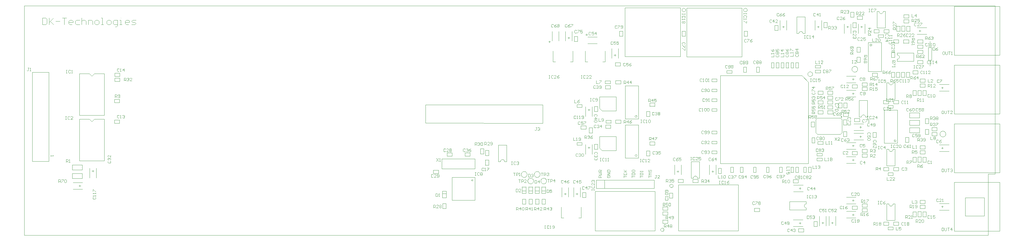
<source format=gto>
*%FSLAX23Y23*%
*%MOIN*%
G01*
D11*
X15746Y6683D02*
X15828D01*
X15746Y5943D02*
X4096D01*
Y8718D02*
X15828D01*
X15746Y6683D02*
Y5943D01*
X15828Y6683D02*
Y8718D01*
X4096D02*
Y5943D01*
D12*
X4753Y6541D02*
X4777D01*
X4911Y6719D02*
X4935D01*
X14190Y7136D02*
X14214D01*
Y7250D02*
X14190D01*
X14124Y6191D02*
X14100D01*
Y6364D02*
X14124D01*
X15179Y6289D02*
X15202D01*
Y6998D02*
X15179D01*
X14124Y6852D02*
X14100D01*
Y7026D02*
X14124D01*
X15179Y7726D02*
X15202D01*
X14124Y7656D02*
X14100D01*
Y7829D02*
X14124D01*
X14907Y8415D02*
X14931D01*
X14057Y8463D02*
X14033D01*
X14202D02*
X14226D01*
X13702D02*
X13679D01*
X13281D02*
X13257D01*
X13458Y6510D02*
X13482D01*
Y6089D02*
X13458D01*
X13848Y6093D02*
X13872D01*
X13757D02*
X13734D01*
X12427Y6715D02*
X12403D01*
X12005D02*
X11982D01*
X11246Y8120D02*
X11222D01*
X10903Y8368D02*
X10879D01*
X10687Y8329D02*
X10663D01*
X10454Y8282D02*
X10431D01*
X10620Y6443D02*
X10643D01*
X10761D02*
X10785D01*
X10773D01*
X10907Y7459D02*
X10931D01*
X10919D01*
X10907Y7002D02*
X10931D01*
X10919D01*
X15021Y8215D02*
X15041D01*
X15061D01*
Y8061D02*
X15041D01*
X15021D01*
X4765Y6553D02*
Y6530D01*
X4923Y6707D02*
Y6730D01*
X14202Y7124D02*
Y7148D01*
Y7238D02*
Y7262D01*
X14112Y6203D02*
Y6179D01*
Y6352D02*
Y6376D01*
X15190Y6301D02*
Y6278D01*
Y6986D02*
Y7010D01*
X14112Y6864D02*
Y6841D01*
Y7014D02*
Y7037D01*
X15190Y7715D02*
Y7738D01*
X14112Y7667D02*
Y7644D01*
Y7817D02*
Y7841D01*
X14919Y8404D02*
Y8427D01*
X14045Y8451D02*
Y8474D01*
X14214D02*
Y8451D01*
X13690D02*
Y8474D01*
X13269D02*
Y8451D01*
X13470Y6522D02*
Y6498D01*
Y6100D02*
Y6077D01*
X13860Y6081D02*
Y6104D01*
X13746D02*
Y6081D01*
X12415Y6703D02*
Y6726D01*
X11994D02*
Y6703D01*
X11234Y8108D02*
Y8132D01*
X10891Y8356D02*
Y8380D01*
X10675Y8341D02*
Y8317D01*
X10442Y8293D02*
Y8270D01*
X10631Y6455D02*
Y6431D01*
X10773Y6443D02*
Y6455D01*
Y6431D01*
X10919Y7447D02*
Y7459D01*
Y7447D02*
Y7471D01*
Y7002D02*
Y6990D01*
Y7014D01*
X15021Y8061D02*
Y8215D01*
X15061D02*
Y8061D01*
X15041Y8215D02*
Y8286D01*
Y8061D02*
Y7990D01*
X11640Y6663D02*
Y6640D01*
Y6652D02*
Y6663D01*
Y6652D02*
X11675D01*
Y6675D02*
X11640D01*
X11651Y6687D01*
X11640Y6698D01*
X11675D01*
X11646Y6733D02*
X11640Y6727D01*
Y6716D01*
X11646Y6710D01*
X11651D01*
X11657Y6716D01*
Y6727D01*
X11663Y6733D01*
X11669D01*
X11675Y6727D01*
Y6716D01*
X11669Y6710D01*
X11537Y6663D02*
Y6640D01*
Y6652D02*
Y6663D01*
Y6652D02*
X11572D01*
Y6675D02*
X11537D01*
X11572D02*
Y6692D01*
X11567Y6698D01*
X11543D01*
X11537Y6692D01*
Y6675D01*
Y6710D02*
Y6721D01*
Y6716D01*
X11572D01*
Y6710D01*
Y6721D01*
X11439Y6663D02*
Y6640D01*
Y6652D02*
Y6663D01*
Y6652D02*
X11474D01*
Y6675D02*
X11439D01*
X11474D02*
Y6692D01*
X11468Y6698D01*
X11445D01*
X11439Y6692D01*
Y6675D01*
Y6716D02*
Y6727D01*
Y6716D02*
X11445Y6710D01*
X11468D01*
X11474Y6716D01*
Y6727D01*
X11468Y6733D01*
X11445D01*
X11439Y6727D01*
X11341Y6663D02*
Y6640D01*
Y6652D02*
Y6663D01*
Y6652D02*
X11376D01*
X11341Y6692D02*
X11346Y6698D01*
X11341Y6692D02*
Y6681D01*
X11346Y6675D01*
X11370D01*
X11376Y6681D01*
Y6692D01*
X11370Y6698D01*
X11376Y6710D02*
X11341D01*
X11364D02*
X11376D01*
X11364D02*
X11341Y6733D01*
X11358Y6716D01*
X11376Y6733D01*
X11146Y6663D02*
X11140Y6657D01*
Y6646D01*
X11146Y6640D01*
X11169D01*
X11175Y6646D01*
Y6657D01*
X11169Y6663D01*
X11157D01*
Y6652D01*
X11175Y6675D02*
X11140D01*
X11175Y6698D01*
X11140D01*
Y6710D02*
X11175D01*
Y6727D01*
X11169Y6733D01*
X11146D01*
X11140Y6727D01*
Y6710D01*
X11072Y6640D02*
X11037D01*
Y6657D01*
X11043Y6663D01*
X11055D01*
X11061Y6657D01*
Y6640D01*
X11072Y6675D02*
X11037D01*
X11061Y6687D02*
X11072Y6675D01*
X11061Y6687D02*
X11072Y6698D01*
X11037D01*
Y6710D02*
X11072D01*
X11037D02*
Y6727D01*
X11043Y6733D01*
X11055D01*
X11061Y6727D01*
Y6710D01*
Y6721D02*
X11072Y6733D01*
X15076Y8179D02*
Y8214D01*
Y8179D02*
X15094D01*
X15100Y8185D01*
Y8208D01*
X15094Y8214D01*
X15076D01*
X15123Y8208D02*
X15135Y8214D01*
X15123Y8208D02*
X15111Y8197D01*
Y8185D01*
X15117Y8179D01*
X15129D01*
X15135Y8185D01*
Y8191D01*
X15129Y8197D01*
X15111D01*
X14580Y7037D02*
X14568D01*
X14574D02*
X14580D01*
X14574D02*
Y7002D01*
X14568D01*
X14580D01*
X14615Y7037D02*
X14621Y7031D01*
X14615Y7037D02*
X14603D01*
X14598Y7031D01*
Y7008D01*
X14603Y7002D01*
X14615D01*
X14621Y7008D01*
X14633Y7002D02*
X14656D01*
X14633D02*
X14656Y7025D01*
Y7031D01*
X14650Y7037D01*
X14638D01*
X14633Y7031D01*
X14668D02*
X14673Y7037D01*
X14685D01*
X14691Y7031D01*
Y7008D01*
X14685Y7002D01*
X14673D01*
X14668Y7008D01*
Y7031D01*
X14722Y7563D02*
X14716Y7569D01*
X14704D01*
X14698Y7563D01*
Y7539D01*
X14704Y7534D01*
X14716D01*
X14722Y7539D01*
X14733Y7534D02*
X14745D01*
X14739D01*
Y7569D01*
X14740D01*
X14739D02*
X14733Y7563D01*
X14763Y7534D02*
X14774D01*
X14768D01*
Y7569D01*
X14769D01*
X14768D02*
X14763Y7563D01*
X14619Y8057D02*
X14584D01*
X14619D02*
Y8040D01*
X14613Y8034D01*
X14602D01*
X14596Y8040D01*
Y8057D01*
Y8046D02*
X14584Y8034D01*
X14619Y8022D02*
Y7999D01*
X14613D01*
X14590Y8022D01*
X14584D01*
Y7987D02*
Y7976D01*
Y7981D01*
X14619D01*
X14620D01*
X14619D02*
X14613Y7987D01*
X14470Y7931D02*
Y7896D01*
Y7931D02*
X14488D01*
X14493Y7925D01*
Y7913D01*
X14488Y7907D01*
X14470D01*
X14482D02*
X14493Y7896D01*
X14517Y7925D02*
X14528Y7931D01*
X14517Y7925D02*
X14505Y7913D01*
Y7902D01*
X14511Y7896D01*
X14522D01*
X14528Y7902D01*
Y7907D01*
X14522Y7913D01*
X14505D01*
X14552Y7925D02*
X14563Y7931D01*
X14552Y7925D02*
X14540Y7913D01*
Y7902D01*
X14546Y7896D01*
X14557D01*
X14563Y7902D01*
Y7907D01*
X14557Y7913D01*
X14540D01*
X14692Y7828D02*
X14698Y7823D01*
X14692Y7828D02*
X14681D01*
X14675Y7823D01*
Y7799D01*
X14681Y7793D01*
X14692D01*
X14698Y7799D01*
X14710Y7793D02*
X14721D01*
X14716D01*
Y7828D01*
X14717D01*
X14716D02*
X14710Y7823D01*
X14739Y7793D02*
X14751D01*
X14745D01*
Y7828D01*
X14746D01*
X14745D02*
X14739Y7823D01*
X14768D02*
X14774Y7828D01*
X14786D01*
X14791Y7823D01*
Y7817D01*
X14792D01*
X14791D02*
X14792D01*
X14791D02*
X14792D01*
X14791D02*
X14786Y7811D01*
X14780D01*
X14786D01*
X14791Y7805D01*
Y7799D01*
X14786Y7793D01*
X14774D01*
X14768Y7799D01*
X14775Y7478D02*
X14781Y7472D01*
X14775Y7478D02*
X14763D01*
X14757Y7472D01*
Y7449D01*
X14763Y7443D01*
X14775D01*
X14781Y7449D01*
X14804Y7472D02*
X14816Y7478D01*
X14804Y7472D02*
X14792Y7460D01*
Y7449D01*
X14798Y7443D01*
X14810D01*
X14816Y7449D01*
Y7455D01*
X14810Y7460D01*
X14792D01*
X14827Y7472D02*
X14833Y7478D01*
X14845D01*
X14851Y7472D01*
Y7449D01*
X14845Y7443D01*
X14833D01*
X14827Y7449D01*
Y7472D01*
X15049Y7135D02*
Y7100D01*
X15072D01*
X15084Y7130D02*
X15090Y7135D01*
X15101D01*
X15107Y7130D01*
Y7124D01*
X15101Y7118D01*
X15107Y7112D01*
Y7106D01*
X15101Y7100D01*
X15090D01*
X15084Y7106D01*
Y7112D01*
X15090Y7118D01*
X15084Y7124D01*
Y7130D01*
X15090Y7118D02*
X15101D01*
X14852Y7161D02*
X14846Y7167D01*
X14834D01*
X14828Y7161D01*
Y7138D01*
X14834Y7132D01*
X14846D01*
X14852Y7138D01*
X14863Y7167D02*
X14887D01*
X14863D02*
Y7149D01*
X14875Y7155D01*
X14881D01*
X14887Y7149D01*
Y7138D01*
X14881Y7132D01*
X14869D01*
X14863Y7138D01*
X14898D02*
X14904Y7132D01*
X14916D01*
X14922Y7138D01*
Y7161D01*
X14916Y7167D01*
X14904D01*
X14898Y7161D01*
Y7155D01*
X14904Y7149D01*
X14922D01*
X14895Y7472D02*
X14889Y7478D01*
X14877D01*
X14872Y7472D01*
Y7449D01*
X14877Y7443D01*
X14889D01*
X14895Y7449D01*
X14907Y7478D02*
X14930D01*
X14907D02*
Y7460D01*
X14918Y7466D01*
X14924D01*
X14930Y7460D01*
Y7449D01*
X14924Y7443D01*
X14912D01*
X14907Y7449D01*
X14942Y7472D02*
X14947Y7478D01*
X14959D01*
X14965Y7472D01*
Y7466D01*
X14959Y7460D01*
X14965Y7455D01*
Y7449D01*
X14959Y7443D01*
X14947D01*
X14942Y7449D01*
Y7455D01*
X14947Y7460D01*
X14942Y7466D01*
Y7472D01*
X14947Y7460D02*
X14959D01*
X15045Y7301D02*
Y7266D01*
Y7301D02*
X15062D01*
X15068Y7295D01*
Y7283D01*
X15062Y7277D01*
X15045D01*
X15056D02*
X15068Y7266D01*
X15080Y7295D02*
X15086Y7301D01*
X15097D01*
X15103Y7295D01*
Y7289D01*
X15104D01*
X15103D02*
X15104D01*
X15103D02*
X15104D01*
X15103D02*
X15097Y7283D01*
X15091D01*
X15097D01*
X15103Y7277D01*
Y7272D01*
X15097Y7266D01*
X15086D01*
X15080Y7272D01*
X15115Y7301D02*
X15138D01*
Y7295D01*
X15115Y7272D01*
Y7266D01*
X15045Y7341D02*
Y7376D01*
X15062D01*
X15068Y7370D01*
Y7358D01*
X15062Y7352D01*
X15045D01*
X15056D02*
X15068Y7341D01*
X15080Y7370D02*
X15086Y7376D01*
X15097D01*
X15103Y7370D01*
Y7364D01*
X15104D01*
X15103D02*
X15104D01*
X15103D02*
X15104D01*
X15103D02*
X15097Y7358D01*
X15091D01*
X15097D01*
X15103Y7352D01*
Y7346D01*
X15097Y7341D01*
X15086D01*
X15080Y7346D01*
X15115Y7370D02*
X15121Y7376D01*
X15132D01*
X15138Y7370D01*
Y7364D01*
X15132Y7358D01*
X15138Y7352D01*
Y7346D01*
X15132Y7341D01*
X15121D01*
X15115Y7346D01*
Y7352D01*
X15121Y7358D01*
X15115Y7364D01*
Y7370D01*
X15121Y7358D02*
X15132D01*
X14891Y7116D02*
Y7081D01*
Y7116D02*
X14909D01*
X14915Y7110D01*
Y7098D01*
X14909Y7092D01*
X14891D01*
X14903D02*
X14915Y7081D01*
X14926Y7110D02*
X14932Y7116D01*
X14944D01*
X14950Y7110D01*
Y7104D01*
X14951D01*
X14950D02*
X14951D01*
X14950D02*
X14951D01*
X14950D02*
X14944Y7098D01*
X14938D01*
X14944D01*
X14950Y7092D01*
Y7087D01*
X14944Y7081D01*
X14932D01*
X14926Y7087D01*
X14961D02*
X14967Y7081D01*
X14979D01*
X14985Y7087D01*
Y7110D01*
X14979Y7116D01*
X14967D01*
X14961Y7110D01*
Y7104D01*
X14967Y7098D01*
X14985D01*
X15188Y6746D02*
X15200D01*
X15188D02*
X15183Y6740D01*
Y6717D01*
X15188Y6711D01*
X15200D01*
X15206Y6717D01*
Y6740D01*
X15200Y6746D01*
X15218D02*
Y6717D01*
X15223Y6711D01*
X15235D01*
X15241Y6717D01*
Y6746D01*
X15253D02*
X15276D01*
X15264D01*
Y6711D01*
X15288Y6740D02*
X15293Y6746D01*
X15305D01*
X15311Y6740D01*
Y6734D01*
X15312D01*
X15311D02*
X15312D01*
X15311D02*
X15312D01*
X15311D02*
X15305Y6728D01*
X15299D01*
X15305D01*
X15311Y6722D01*
Y6717D01*
X15305Y6711D01*
X15293D01*
X15288Y6717D01*
X15200Y7448D02*
X15189D01*
X15183Y7442D01*
Y7419D01*
X15189Y7413D01*
X15200D01*
X15206Y7419D01*
Y7442D01*
X15200Y7448D01*
X15218D02*
Y7419D01*
X15224Y7413D01*
X15235D01*
X15241Y7419D01*
Y7448D01*
X15253D02*
X15276D01*
X15265D01*
Y7413D01*
X15288D02*
X15311D01*
X15288D02*
X15311Y7436D01*
Y7442D01*
X15305Y7448D01*
X15294D01*
X15288Y7442D01*
X15212Y8163D02*
X15200D01*
X15194Y8157D01*
Y8134D01*
X15200Y8128D01*
X15212D01*
X15218Y8134D01*
Y8157D01*
X15212Y8163D01*
X15229D02*
Y8134D01*
X15235Y8128D01*
X15247D01*
X15253Y8134D01*
Y8163D01*
X15264D02*
X15288D01*
X15276D01*
Y8128D01*
X15299D02*
X15311D01*
X15305D01*
Y8163D01*
X15306D01*
X15305D02*
X15299Y8157D01*
X14757Y7643D02*
Y7608D01*
Y7643D02*
X14775D01*
X14781Y7638D01*
Y7626D01*
X14775Y7620D01*
X14757D01*
X14769D02*
X14781Y7608D01*
X14792Y7638D02*
X14798Y7643D01*
X14810D01*
X14816Y7638D01*
Y7632D01*
X14810Y7626D01*
X14816Y7620D01*
Y7614D01*
X14810Y7608D01*
X14798D01*
X14792Y7614D01*
Y7620D01*
X14798Y7626D01*
X14792Y7632D01*
Y7638D01*
X14798Y7626D02*
X14810D01*
X14887Y7596D02*
Y7561D01*
Y7596D02*
X14905D01*
X14911Y7590D01*
Y7579D01*
X14905Y7573D01*
X14887D01*
X14899D02*
X14911Y7561D01*
X14922D02*
X14934D01*
X14928D01*
Y7596D01*
X14929D01*
X14928D02*
X14922Y7590D01*
X14951Y7561D02*
X14963D01*
X14957D01*
Y7596D01*
X14958D01*
X14957D02*
X14951Y7590D01*
X15017Y7734D02*
Y7769D01*
X15035D01*
X15041Y7763D01*
Y7752D01*
X15035Y7746D01*
X15017D01*
X15029D02*
X15041Y7734D01*
X15052D02*
X15064D01*
X15058D01*
Y7769D01*
X15059D01*
X15058D02*
X15052Y7763D01*
X15081Y7734D02*
X15105D01*
X15081D02*
X15105Y7758D01*
Y7763D01*
X15099Y7769D01*
X15087D01*
X15081Y7763D01*
X15017Y7793D02*
Y7828D01*
Y7793D02*
X15041D01*
X15052D02*
X15076D01*
X15052D02*
X15076Y7817D01*
Y7823D01*
X15070Y7828D01*
X15058D01*
X15052Y7823D01*
X15031Y7647D02*
X15037Y7641D01*
X15031Y7647D02*
X15019D01*
X15013Y7641D01*
Y7618D01*
X15019Y7612D01*
X15031D01*
X15037Y7618D01*
X15048Y7612D02*
X15060D01*
X15054D01*
Y7647D01*
X15055D01*
X15054D02*
X15048Y7641D01*
X15077D02*
X15083Y7647D01*
X15095D01*
X15101Y7641D01*
Y7618D01*
X15095Y7612D01*
X15083D01*
X15077Y7618D01*
Y7641D01*
X14777Y8374D02*
X14771Y8380D01*
X14759D01*
X14753Y8374D01*
Y8350D01*
X14759Y8345D01*
X14771D01*
X14777Y8350D01*
X14788Y8345D02*
X14812D01*
X14788D02*
X14812Y8368D01*
Y8374D01*
X14806Y8380D01*
X14794D01*
X14788Y8374D01*
X14823Y8345D02*
X14847D01*
X14823D02*
X14847Y8368D01*
Y8374D01*
X14841Y8380D01*
X14829D01*
X14823Y8374D01*
X14820Y8581D02*
Y8616D01*
Y8581D02*
X14844D01*
X14873D02*
Y8616D01*
X14855Y8598D01*
X14879D01*
X14647Y8380D02*
Y8345D01*
Y8380D02*
X14665D01*
X14671Y8374D01*
Y8362D01*
X14665Y8356D01*
X14647D01*
X14659D02*
X14671Y8345D01*
X14682D02*
X14705D01*
X14682D02*
X14705Y8368D01*
Y8374D01*
X14700Y8380D01*
X14688D01*
X14682Y8374D01*
X14729D02*
X14740Y8380D01*
X14729Y8374D02*
X14717Y8362D01*
Y8350D01*
X14723Y8345D01*
X14735D01*
X14740Y8350D01*
Y8356D01*
X14735Y8362D01*
X14717D01*
X14631Y8431D02*
X14596D01*
Y8449D01*
X14602Y8455D01*
X14614D01*
X14620Y8449D01*
Y8431D01*
Y8443D02*
X14631Y8455D01*
Y8466D02*
Y8490D01*
Y8466D02*
X14608Y8490D01*
X14602D01*
X14596Y8484D01*
Y8472D01*
X14602Y8466D01*
X14596Y8501D02*
Y8524D01*
X14602D01*
X14626Y8501D01*
X14631D01*
X15145Y7824D02*
X15151Y7819D01*
X15145Y7824D02*
X15133D01*
X15127Y7819D01*
Y7795D01*
X15133Y7789D01*
X15145D01*
X15151Y7795D01*
X15162Y7824D02*
X15186D01*
Y7819D01*
X15162Y7795D01*
Y7789D01*
X14820Y8522D02*
Y8557D01*
X14838D01*
X14844Y8551D01*
Y8539D01*
X14838Y8533D01*
X14820D01*
X14832D02*
X14844Y8522D01*
X14855D02*
X14879D01*
X14855D02*
X14879Y8545D01*
Y8551D01*
X14873Y8557D01*
X14861D01*
X14855Y8551D01*
X14890Y8557D02*
X14914D01*
X14890D02*
Y8539D01*
X14902Y8545D01*
X14908D01*
X14914Y8539D01*
Y8528D01*
X14908Y8522D01*
X14896D01*
X14890Y8528D01*
X14869Y8509D02*
X14875Y8504D01*
X14869Y8509D02*
X14858D01*
X14852Y8504D01*
Y8480D01*
X14858Y8474D01*
X14869D01*
X14875Y8480D01*
X14887Y8474D02*
X14910D01*
X14887D02*
X14910Y8498D01*
Y8504D01*
X14904Y8509D01*
X14893D01*
X14887Y8504D01*
X14922Y8509D02*
X14945D01*
Y8504D01*
X14922Y8480D01*
Y8474D01*
X14646Y8123D02*
X14650Y8123D01*
X14654Y8122D01*
X14658Y8120D01*
X14662Y8117D01*
X14665Y8114D01*
X14667Y8111D01*
X14669Y8107D01*
X14670Y8103D01*
X14671Y8098D01*
X14670Y8094D01*
X14669Y8090D01*
X14667Y8086D01*
X14665Y8082D01*
X14662Y8079D01*
X14658Y8077D01*
X14654Y8075D01*
X14650Y8074D01*
X14646Y8073D01*
Y8048D01*
Y8123D02*
Y8148D01*
X14846D02*
Y8048D01*
X14646D01*
Y8148D02*
X14846D01*
X14844Y7998D02*
X14856D01*
X14850D01*
Y7963D01*
X14844D01*
X14856D01*
X14891Y7998D02*
X14897Y7992D01*
X14891Y7998D02*
X14879D01*
X14873Y7992D01*
Y7969D01*
X14879Y7963D01*
X14891D01*
X14897Y7969D01*
X14908Y7963D02*
X14932D01*
X14908D02*
X14932Y7986D01*
Y7992D01*
X14926Y7998D01*
X14914D01*
X14908Y7992D01*
X14943Y7998D02*
X14966D01*
Y7992D01*
X14943Y7969D01*
Y7963D01*
X14986Y8309D02*
Y8344D01*
X15003D01*
X15009Y8338D01*
Y8327D01*
X15003Y8321D01*
X14986D01*
X14997D02*
X15009Y8309D01*
X15032Y8338D02*
X15044Y8344D01*
X15032Y8338D02*
X15021Y8327D01*
Y8315D01*
X15027Y8309D01*
X15038D01*
X15044Y8315D01*
Y8321D01*
X15038Y8327D01*
X15021D01*
X15056Y8338D02*
X15062Y8344D01*
X15073D01*
X15079Y8338D01*
Y8332D01*
X15080D01*
X15079D02*
X15080D01*
X15079D02*
X15080D01*
X15079D02*
X15073Y8327D01*
X15067D01*
X15073D01*
X15079Y8321D01*
Y8315D01*
X15073Y8309D01*
X15062D01*
X15056Y8315D01*
X14879Y8124D02*
Y8089D01*
Y8124D02*
X14897D01*
X14903Y8118D01*
Y8106D01*
X14897Y8100D01*
X14879D01*
X14891D02*
X14903Y8089D01*
X14926Y8118D02*
X14938Y8124D01*
X14926Y8118D02*
X14914Y8106D01*
Y8095D01*
X14920Y8089D01*
X14932D01*
X14938Y8095D01*
Y8100D01*
X14932Y8106D01*
X14914D01*
X14949Y8089D02*
X14973D01*
X14949D02*
X14973Y8112D01*
Y8118D01*
X14967Y8124D01*
X14955D01*
X14949Y8118D01*
X15009Y8260D02*
X15003Y8265D01*
X14992D01*
X14986Y8260D01*
Y8236D01*
X14992Y8230D01*
X15003D01*
X15009Y8236D01*
X15021Y8230D02*
X15032D01*
X15027D01*
Y8265D01*
X15028D01*
X15027D02*
X15021Y8260D01*
X15050Y8230D02*
X15062D01*
X15056D01*
Y8265D01*
X15057D01*
X15056D02*
X15050Y8260D01*
X15079D02*
X15085Y8265D01*
X15097D01*
X15102Y8260D01*
Y8236D01*
X15097Y8230D01*
X15085D01*
X15079Y8236D01*
Y8260D01*
X14855Y8325D02*
X14820D01*
X14855D02*
Y8307D01*
X14850Y8302D01*
X14838D01*
X14832Y8307D01*
Y8325D01*
Y8313D02*
X14820Y8302D01*
X14850Y8278D02*
X14855Y8267D01*
X14850Y8278D02*
X14838Y8290D01*
X14826D01*
X14820Y8284D01*
Y8272D01*
X14826Y8267D01*
X14832D01*
X14838Y8272D01*
Y8290D01*
X14820Y8255D02*
Y8243D01*
Y8249D01*
X14855D01*
X14856D01*
X14855D02*
X14850Y8255D01*
X14551Y8281D02*
X14545Y8275D01*
Y8264D01*
X14551Y8258D01*
X14574D01*
X14580Y8264D01*
Y8275D01*
X14574Y8281D01*
X14580Y8293D02*
Y8305D01*
Y8299D01*
X14545D01*
X14546D01*
X14545D02*
X14551Y8293D01*
X14580Y8322D02*
Y8334D01*
Y8328D01*
X14545D01*
X14546D01*
X14545D02*
X14551Y8322D01*
X14580Y8351D02*
Y8363D01*
Y8357D01*
X14545D01*
X14546D01*
X14545D02*
X14551Y8351D01*
X14944Y7931D02*
X14950Y7925D01*
X14944Y7931D02*
X14933D01*
X14927Y7925D01*
Y7902D01*
X14933Y7896D01*
X14944D01*
X14950Y7902D01*
X14962Y7896D02*
X14973D01*
X14968D01*
Y7931D01*
X14969D01*
X14968D02*
X14962Y7925D01*
X14991Y7896D02*
X15003D01*
X14997D01*
Y7931D01*
X14998D01*
X14997D02*
X14991Y7925D01*
X15020Y7896D02*
X15043D01*
X15020D02*
X15043Y7919D01*
Y7925D01*
X15038Y7931D01*
X15026D01*
X15020Y7925D01*
X14565Y7828D02*
Y7793D01*
Y7828D02*
X14582D01*
X14588Y7823D01*
Y7811D01*
X14582Y7805D01*
X14565D01*
X14576D02*
X14588Y7793D01*
X14611Y7823D02*
X14623Y7828D01*
X14611Y7823D02*
X14599Y7811D01*
Y7799D01*
X14605Y7793D01*
X14617D01*
X14623Y7799D01*
Y7805D01*
X14617Y7811D01*
X14599D01*
X14634Y7828D02*
X14658D01*
X14634D02*
Y7811D01*
X14646Y7817D01*
X14652D01*
X14658Y7811D01*
Y7799D01*
X14652Y7793D01*
X14640D01*
X14634Y7799D01*
X14809Y7829D02*
Y7864D01*
X14826D01*
X14832Y7858D01*
Y7846D01*
X14826Y7840D01*
X14809D01*
X14820D02*
X14832Y7829D01*
X14855Y7858D02*
X14867Y7864D01*
X14855Y7858D02*
X14844Y7846D01*
Y7835D01*
X14849Y7829D01*
X14861D01*
X14867Y7835D01*
Y7840D01*
X14861Y7846D01*
X14844D01*
X14896Y7829D02*
Y7864D01*
X14879Y7846D01*
X14902D01*
X15033Y8047D02*
X15027Y8053D01*
X15015D01*
X15009Y8047D01*
Y8024D01*
X15015Y8018D01*
X15027D01*
X15033Y8024D01*
X15044Y8018D02*
X15056D01*
X15050D01*
Y8053D01*
X15051D01*
X15050D02*
X15044Y8047D01*
X15074Y8018D02*
X15085D01*
X15079D01*
Y8053D01*
X15080D01*
X15079D02*
X15074Y8047D01*
X15120Y8053D02*
Y8018D01*
X15103Y8035D02*
X15120Y8053D01*
X15126Y8035D02*
X15103D01*
X14743Y7037D02*
X14749Y7031D01*
X14743Y7037D02*
X14732D01*
X14726Y7031D01*
Y7008D01*
X14732Y7002D01*
X14743D01*
X14749Y7008D01*
X14773Y7031D02*
X14784Y7037D01*
X14773Y7031D02*
X14761Y7020D01*
Y7008D01*
X14767Y7002D01*
X14778D01*
X14784Y7008D01*
Y7014D01*
X14778Y7020D01*
X14761D01*
X14796Y7002D02*
X14808D01*
X14802D01*
Y7037D01*
X14803D01*
X14802D02*
X14796Y7031D01*
X15189Y6033D02*
X15200D01*
X15189D02*
X15183Y6027D01*
Y6004D01*
X15189Y5998D01*
X15200D01*
X15206Y6004D01*
Y6027D01*
X15200Y6033D01*
X15218D02*
Y6004D01*
X15224Y5998D01*
X15235D01*
X15241Y6004D01*
Y6033D01*
X15253D02*
X15276D01*
X15265D01*
Y5998D01*
X15305D02*
Y6033D01*
X15288Y6015D01*
X15311D01*
X14726Y6756D02*
X14720Y6761D01*
X14708D01*
X14702Y6756D01*
Y6732D01*
X14708Y6726D01*
X14720D01*
X14726Y6732D01*
X14737Y6756D02*
X14743Y6761D01*
X14755D01*
X14761Y6756D01*
Y6750D01*
X14762D01*
X14761D02*
X14762D01*
X14761D02*
X14762D01*
X14761D02*
X14755Y6744D01*
X14749D01*
X14755D01*
X14761Y6738D01*
Y6732D01*
X14755Y6726D01*
X14743D01*
X14737Y6732D01*
X14832Y6994D02*
Y7029D01*
Y6994D02*
X14856D01*
X14867D02*
X14879D01*
X14873D01*
Y7029D01*
X14874D01*
X14873D02*
X14867Y7023D01*
X14824Y6966D02*
Y6931D01*
Y6966D02*
X14842D01*
X14848Y6960D01*
Y6949D01*
X14842Y6943D01*
X14824D01*
X14836D02*
X14848Y6931D01*
X14859Y6966D02*
X14883D01*
X14859D02*
Y6949D01*
X14871Y6955D01*
X14877D01*
X14883Y6949D01*
Y6937D01*
X14877Y6931D01*
X14865D01*
X14859Y6937D01*
X14891Y6797D02*
Y6762D01*
Y6797D02*
X14909D01*
X14915Y6791D01*
Y6779D01*
X14909Y6774D01*
X14891D01*
X14903D02*
X14915Y6762D01*
X14938Y6791D02*
X14950Y6797D01*
X14938Y6791D02*
X14926Y6779D01*
Y6768D01*
X14932Y6762D01*
X14944D01*
X14950Y6768D01*
Y6774D01*
X14944Y6779D01*
X14926D01*
X14761Y6809D02*
Y6844D01*
X14779D01*
X14785Y6838D01*
Y6827D01*
X14779Y6821D01*
X14761D01*
X14773D02*
X14785Y6809D01*
X14796Y6844D02*
X14820D01*
Y6838D01*
X14796Y6815D01*
Y6809D01*
X15137Y7096D02*
X15143Y7090D01*
X15137Y7096D02*
X15125D01*
X15120Y7090D01*
Y7067D01*
X15125Y7061D01*
X15137D01*
X15143Y7067D01*
X15166Y7090D02*
X15178Y7096D01*
X15166Y7090D02*
X15155Y7079D01*
Y7067D01*
X15160Y7061D01*
X15172D01*
X15178Y7067D01*
Y7073D01*
X15172Y7079D01*
X15155D01*
X15031Y6183D02*
X15037Y6177D01*
X15031Y6183D02*
X15019D01*
X15013Y6177D01*
Y6154D01*
X15019Y6148D01*
X15031D01*
X15037Y6154D01*
X15048Y6148D02*
X15060D01*
X15054D01*
Y6183D01*
X15055D01*
X15054D02*
X15048Y6177D01*
X15077Y6183D02*
X15101D01*
X15077D02*
Y6165D01*
X15089Y6171D01*
X15095D01*
X15101Y6165D01*
Y6154D01*
X15095Y6148D01*
X15083D01*
X15077Y6154D01*
X14722Y6094D02*
X14716Y6100D01*
X14704D01*
X14698Y6094D01*
Y6071D01*
X14704Y6065D01*
X14716D01*
X14722Y6071D01*
X14733Y6065D02*
X14745D01*
X14739D01*
Y6100D01*
X14740D01*
X14739D02*
X14733Y6094D01*
X14763D02*
X14768Y6100D01*
X14780D01*
X14786Y6094D01*
Y6088D01*
X14780Y6083D01*
X14786Y6077D01*
Y6071D01*
X14780Y6065D01*
X14768D01*
X14763Y6071D01*
Y6077D01*
X14768Y6083D01*
X14763Y6088D01*
Y6094D01*
X14768Y6083D02*
X14780D01*
X14824Y6329D02*
Y6364D01*
Y6329D02*
X14848D01*
X14859Y6358D02*
X14865Y6364D01*
X14877D01*
X14883Y6358D01*
Y6352D01*
X14884D01*
X14883D02*
X14884D01*
X14883D02*
X14884D01*
X14883D02*
X14877Y6346D01*
X14871D01*
X14877D01*
X14883Y6340D01*
Y6335D01*
X14877Y6329D01*
X14865D01*
X14859Y6335D01*
X14797Y6309D02*
Y6274D01*
Y6309D02*
X14814D01*
X14820Y6303D01*
Y6291D01*
X14814Y6285D01*
X14797D01*
X14808D02*
X14820Y6274D01*
X14832D02*
X14843D01*
X14838D01*
Y6309D01*
X14839D01*
X14838D02*
X14832Y6303D01*
X14861Y6280D02*
X14867Y6274D01*
X14878D01*
X14884Y6280D01*
Y6303D01*
X14878Y6309D01*
X14867D01*
X14861Y6303D01*
Y6297D01*
X14867Y6291D01*
X14884D01*
X14872Y6132D02*
Y6097D01*
Y6132D02*
X14889D01*
X14895Y6126D01*
Y6114D01*
X14889Y6108D01*
X14872D01*
X14883D02*
X14895Y6097D01*
X14907D02*
X14930D01*
X14907D02*
X14930Y6120D01*
Y6126D01*
X14924Y6132D01*
X14912D01*
X14907Y6126D01*
X14942D02*
X14947Y6132D01*
X14959D01*
X14965Y6126D01*
Y6102D01*
X14959Y6097D01*
X14947D01*
X14942Y6102D01*
Y6126D01*
X14746Y6148D02*
Y6183D01*
X14763D01*
X14769Y6177D01*
Y6165D01*
X14763Y6159D01*
X14746D01*
X14757D02*
X14769Y6148D01*
X14781D02*
X14804D01*
X14781D02*
X14804Y6171D01*
Y6177D01*
X14798Y6183D01*
X14786D01*
X14781Y6177D01*
X14816Y6148D02*
X14827D01*
X14821D01*
Y6183D01*
X14822D01*
X14821D02*
X14816Y6177D01*
X15137Y6384D02*
X15143Y6378D01*
X15137Y6384D02*
X15125D01*
X15120Y6378D01*
Y6354D01*
X15125Y6349D01*
X15137D01*
X15143Y6354D01*
X15155Y6349D02*
X15178D01*
X15155D02*
X15178Y6372D01*
Y6378D01*
X15172Y6384D01*
X15160D01*
X15155Y6378D01*
X15190Y6349D02*
X15201D01*
X15195D01*
Y6384D01*
X15196D01*
X15195D02*
X15190Y6378D01*
X15037Y6838D02*
X15031Y6844D01*
X15019D01*
X15013Y6838D01*
Y6815D01*
X15019Y6809D01*
X15031D01*
X15037Y6815D01*
X15048Y6809D02*
X15060D01*
X15054D01*
Y6844D01*
X15055D01*
X15054D02*
X15048Y6838D01*
X14513Y7561D02*
Y7596D01*
Y7561D02*
X14537D01*
X14548D02*
X14572D01*
X14548D02*
X14572Y7584D01*
Y7590D01*
X14566Y7596D01*
X14554D01*
X14548Y7590D01*
X14583Y7561D02*
X14595D01*
X14589D01*
Y7596D01*
X14590D01*
X14589D02*
X14583Y7590D01*
X14565Y7489D02*
Y7454D01*
X14547D01*
X14541Y7459D01*
Y7471D01*
X14547Y7477D01*
X14565D01*
X14553D02*
X14541Y7489D01*
X14530D02*
X14518D01*
X14524D01*
Y7454D01*
X14525D01*
X14524D02*
X14530Y7459D01*
X14500D02*
X14495Y7454D01*
X14483D01*
X14477Y7459D01*
Y7465D01*
X14478D01*
X14477D02*
X14478D01*
X14477D02*
X14478D01*
X14477D02*
X14483Y7471D01*
X14489D01*
X14483D01*
X14477Y7477D01*
Y7483D01*
X14483Y7489D01*
X14495D01*
X14500Y7483D01*
X14344Y8286D02*
Y8321D01*
Y8286D02*
X14367D01*
X14379D02*
X14402D01*
X14379D02*
X14402Y8309D01*
Y8315D01*
X14397Y8321D01*
X14385D01*
X14379Y8315D01*
X14414D02*
X14420Y8321D01*
X14432D01*
X14437Y8315D01*
Y8291D01*
X14432Y8286D01*
X14420D01*
X14414Y8291D01*
Y8315D01*
X14111Y8058D02*
X14099D01*
X14105D02*
X14111D01*
X14105D02*
Y8023D01*
X14099D01*
X14111D01*
X14128D02*
X14151D01*
X14128D02*
X14151Y8047D01*
Y8053D01*
X14146Y8058D01*
X14134D01*
X14128Y8053D01*
X14243Y8120D02*
X14278D01*
Y8103D01*
X14272Y8097D01*
X14261D01*
X14255Y8103D01*
Y8120D01*
Y8109D02*
X14243Y8097D01*
X14272Y8074D02*
X14278Y8062D01*
X14272Y8074D02*
X14261Y8085D01*
X14249D01*
X14243Y8079D01*
Y8068D01*
X14249Y8062D01*
X14255D01*
X14261Y8068D01*
Y8085D01*
X14272Y8050D02*
X14278Y8044D01*
Y8033D01*
X14272Y8027D01*
X14267D01*
X14261Y8033D01*
X14255Y8027D01*
X14249D01*
X14243Y8033D01*
Y8044D01*
X14249Y8050D01*
X14255D01*
X14261Y8044D01*
X14267Y8050D01*
X14272D01*
X14261Y8044D02*
Y8033D01*
X14612Y8268D02*
Y8280D01*
Y8274D02*
Y8268D01*
Y8274D02*
X14577D01*
Y8280D01*
Y8268D01*
X14612Y8233D02*
X14607Y8228D01*
X14612Y8233D02*
Y8245D01*
X14607Y8251D01*
X14583D01*
X14577Y8245D01*
Y8233D01*
X14583Y8228D01*
X14577Y8216D02*
Y8193D01*
Y8216D02*
X14601Y8193D01*
X14607D01*
X14612Y8198D01*
Y8210D01*
X14607Y8216D01*
Y8181D02*
X14612Y8175D01*
Y8163D01*
X14607Y8158D01*
X14601D01*
X14595Y8163D01*
X14589Y8158D01*
X14583D01*
X14577Y8163D01*
Y8175D01*
X14583Y8181D01*
X14589D01*
X14595Y8175D01*
X14601Y8181D01*
X14607D01*
X14595Y8175D02*
Y8163D01*
X14320Y7852D02*
Y7817D01*
Y7852D02*
X14338D01*
X14344Y7846D01*
Y7835D01*
X14338Y7829D01*
X14320D01*
X14332D02*
X14344Y7817D01*
X14367Y7846D02*
X14379Y7852D01*
X14367Y7846D02*
X14355Y7835D01*
Y7823D01*
X14361Y7817D01*
X14373D01*
X14379Y7823D01*
Y7829D01*
X14373Y7835D01*
X14355D01*
X14390Y7852D02*
X14414D01*
Y7846D01*
X14390Y7823D01*
Y7817D01*
X14114Y8132D02*
X14079D01*
Y8149D01*
X14085Y8155D01*
X14097D01*
X14102Y8149D01*
Y8132D01*
Y8144D02*
X14114Y8155D01*
X14085Y8179D02*
X14079Y8190D01*
X14085Y8179D02*
X14097Y8167D01*
X14108D01*
X14114Y8173D01*
Y8184D01*
X14108Y8190D01*
X14102D01*
X14097Y8184D01*
Y8167D01*
X14108Y8202D02*
X14114Y8208D01*
Y8219D01*
X14108Y8225D01*
X14085D01*
X14079Y8219D01*
Y8208D01*
X14085Y8202D01*
X14091D01*
X14097Y8208D01*
Y8225D01*
X13659Y8053D02*
Y8018D01*
X13682D01*
X13694D02*
X13706D01*
X13700D01*
Y8053D01*
X13701D01*
X13700D02*
X13694Y8047D01*
X13723Y8018D02*
X13746D01*
X13723D02*
X13746Y8041D01*
Y8047D01*
X13741Y8053D01*
X13729D01*
X13723Y8047D01*
X13767Y7943D02*
X13773Y7937D01*
X13767Y7943D02*
X13755D01*
X13750Y7937D01*
Y7913D01*
X13755Y7908D01*
X13767D01*
X13773Y7913D01*
X13785Y7937D02*
X13790Y7943D01*
X13802D01*
X13808Y7937D01*
Y7931D01*
X13802Y7925D01*
X13808Y7919D01*
Y7913D01*
X13802Y7908D01*
X13790D01*
X13785Y7913D01*
Y7919D01*
X13790Y7925D01*
X13785Y7931D01*
Y7937D01*
X13790Y7925D02*
X13802D01*
X13820Y7943D02*
X13843D01*
Y7937D01*
X13820Y7913D01*
Y7908D01*
X13608Y7836D02*
X13596D01*
X13602D02*
X13608D01*
X13602D02*
Y7801D01*
X13596D01*
X13608D01*
X13643Y7836D02*
X13648Y7830D01*
X13643Y7836D02*
X13631D01*
X13625Y7830D01*
Y7807D01*
X13631Y7801D01*
X13643D01*
X13648Y7807D01*
X13660Y7801D02*
X13672D01*
X13666D01*
Y7836D01*
X13667D01*
X13666D02*
X13660Y7830D01*
X13689Y7836D02*
X13713D01*
X13689D02*
Y7819D01*
X13701Y7825D01*
X13707D01*
X13713Y7819D01*
Y7807D01*
X13707Y7801D01*
X13695D01*
X13689Y7807D01*
X13155Y8100D02*
X13120D01*
X13155D02*
Y8124D01*
Y8135D02*
Y8147D01*
Y8141D01*
X13120D01*
X13121D01*
X13120D02*
X13126Y8135D01*
Y8176D02*
X13120Y8188D01*
X13126Y8176D02*
X13138Y8165D01*
X13149D01*
X13155Y8170D01*
Y8182D01*
X13149Y8188D01*
X13143D01*
X13138Y8182D01*
Y8165D01*
X13352Y8108D02*
X13387D01*
Y8132D01*
Y8143D02*
Y8155D01*
Y8149D01*
X13352D01*
X13353D01*
X13352D02*
X13358Y8143D01*
X13352Y8172D02*
Y8196D01*
X13358D01*
X13382Y8172D01*
X13387D01*
X13273Y8100D02*
X13238D01*
X13273D02*
Y8124D01*
Y8135D02*
Y8147D01*
Y8141D01*
X13238D01*
X13239D01*
X13238D02*
X13244Y8135D01*
X13238Y8182D02*
X13273D01*
X13256Y8165D02*
X13238Y8182D01*
X13256Y8188D02*
Y8165D01*
X13659Y8622D02*
X13653Y8628D01*
X13641D01*
X13635Y8622D01*
Y8598D01*
X13641Y8593D01*
X13653D01*
X13659Y8598D01*
X13688Y8593D02*
Y8628D01*
X13670Y8610D01*
X13694D01*
X13705Y8593D02*
X13717D01*
X13711D01*
Y8628D01*
X13712D01*
X13711D02*
X13705Y8622D01*
X13505Y8383D02*
X13505Y8387D01*
X13504Y8391D01*
X13502Y8395D01*
X13499Y8399D01*
X13496Y8402D01*
X13493Y8404D01*
X13489Y8406D01*
X13484Y8407D01*
X13480Y8408D01*
X13476Y8407D01*
X13472Y8406D01*
X13468Y8404D01*
X13464Y8402D01*
X13461Y8399D01*
X13458Y8395D01*
X13457Y8391D01*
X13455Y8387D01*
X13455Y8383D01*
X13430D02*
Y8583D01*
X13530D02*
Y8383D01*
Y8583D02*
X13430D01*
Y8383D02*
X13455D01*
X13505D02*
X13530D01*
X13533Y8360D02*
X13521D01*
X13527D02*
X13533D01*
X13527D02*
Y8325D01*
X13521D01*
X13533D01*
X13568Y8360D02*
X13574Y8354D01*
X13568Y8360D02*
X13556D01*
X13550Y8354D01*
Y8331D01*
X13556Y8325D01*
X13568D01*
X13574Y8331D01*
X13585Y8325D02*
X13597D01*
X13591D01*
Y8360D01*
X13592D01*
X13591D02*
X13585Y8354D01*
X13632Y8360D02*
Y8325D01*
X13614Y8342D02*
X13632Y8360D01*
X13638Y8342D02*
X13614D01*
X13816Y8435D02*
Y8470D01*
X13834D01*
X13840Y8464D01*
Y8453D01*
X13834Y8447D01*
X13816D01*
X13828D02*
X13840Y8435D01*
X13851Y8464D02*
X13857Y8470D01*
X13869D01*
X13875Y8464D01*
Y8458D01*
X13876D01*
X13875D02*
X13876D01*
X13875D02*
X13876D01*
X13875D02*
X13869Y8453D01*
X13863D01*
X13869D01*
X13875Y8447D01*
Y8441D01*
X13869Y8435D01*
X13857D01*
X13851Y8441D01*
X13886Y8464D02*
X13892Y8470D01*
X13904D01*
X13910Y8464D01*
Y8458D01*
X13911D01*
X13910D02*
X13911D01*
X13910D02*
X13911D01*
X13910D02*
X13904Y8453D01*
X13898D01*
X13904D01*
X13910Y8447D01*
Y8441D01*
X13904Y8435D01*
X13892D01*
X13886Y8441D01*
X13576Y7391D02*
Y7356D01*
Y7391D02*
X13594D01*
X13600Y7386D01*
Y7374D01*
X13594Y7368D01*
X13576D01*
X13588D02*
X13600Y7356D01*
X13611Y7391D02*
X13635D01*
X13611D02*
Y7374D01*
X13623Y7380D01*
X13629D01*
X13635Y7374D01*
Y7362D01*
X13629Y7356D01*
X13617D01*
X13611Y7362D01*
X13646Y7386D02*
X13652Y7391D01*
X13664D01*
X13670Y7386D01*
Y7380D01*
X13664Y7374D01*
X13670Y7368D01*
Y7362D01*
X13664Y7356D01*
X13652D01*
X13646Y7362D01*
Y7368D01*
X13652Y7374D01*
X13646Y7380D01*
Y7386D01*
X13652Y7374D02*
X13664D01*
X14021Y7573D02*
Y7608D01*
X14039D01*
X14045Y7602D01*
Y7590D01*
X14039Y7585D01*
X14021D01*
X14033D02*
X14045Y7573D01*
X14056Y7608D02*
X14080D01*
X14056D02*
Y7590D01*
X14068Y7596D01*
X14074D01*
X14080Y7590D01*
Y7579D01*
X14074Y7573D01*
X14062D01*
X14056Y7579D01*
X14103Y7602D02*
X14114Y7608D01*
X14103Y7602D02*
X14091Y7590D01*
Y7579D01*
X14097Y7573D01*
X14109D01*
X14114Y7579D01*
Y7585D01*
X14109Y7590D01*
X14091D01*
X13922Y7602D02*
X13917Y7608D01*
X13905D01*
X13899Y7602D01*
Y7579D01*
X13905Y7573D01*
X13917D01*
X13922Y7579D01*
X13934Y7608D02*
X13957D01*
Y7602D01*
X13934Y7579D01*
Y7573D01*
X13969D02*
X13992D01*
X13969D02*
X13992Y7596D01*
Y7602D01*
X13987Y7608D01*
X13975D01*
X13969Y7602D01*
X13988Y7112D02*
X13993Y7106D01*
X13988Y7112D02*
X13976D01*
X13970Y7106D01*
Y7083D01*
X13976Y7077D01*
X13988D01*
X13993Y7083D01*
X14017Y7106D02*
X14028Y7112D01*
X14017Y7106D02*
X14005Y7094D01*
Y7083D01*
X14011Y7077D01*
X14022D01*
X14028Y7083D01*
Y7089D01*
X14022Y7094D01*
X14005D01*
X14040Y7106D02*
X14046Y7112D01*
X14057D01*
X14063Y7106D01*
Y7100D01*
X14064D01*
X14063D02*
X14064D01*
X14063D02*
X14064D01*
X14063D02*
X14057Y7094D01*
X14052D01*
X14057D01*
X14063Y7089D01*
Y7083D01*
X14057Y7077D01*
X14046D01*
X14040Y7083D01*
X14314Y7160D02*
X14320Y7166D01*
Y7177D01*
X14314Y7183D01*
X14291D01*
X14285Y7177D01*
Y7166D01*
X14291Y7160D01*
X14320Y7148D02*
Y7125D01*
Y7148D02*
X14302D01*
X14308Y7137D01*
Y7131D01*
X14302Y7125D01*
X14291D01*
X14285Y7131D01*
Y7142D01*
X14291Y7148D01*
X14314Y7113D02*
X14320Y7107D01*
Y7096D01*
X14314Y7090D01*
X14291D01*
X14285Y7096D01*
Y7107D01*
X14291Y7113D01*
X14314D01*
X14308Y7291D02*
X14302Y7297D01*
X14291D01*
X14285Y7291D01*
Y7268D01*
X14291Y7262D01*
X14302D01*
X14308Y7268D01*
X14337Y7262D02*
Y7297D01*
X14320Y7279D01*
X14343D01*
X14355Y7268D02*
X14361Y7262D01*
X14372D01*
X14378Y7268D01*
Y7291D01*
X14372Y7297D01*
X14361D01*
X14355Y7291D01*
Y7285D01*
X14361Y7279D01*
X14378D01*
X13977Y7342D02*
X13957Y7361D01*
X13681Y7164D02*
X13661Y7184D01*
X13957Y7164D02*
X13977Y7184D01*
X13681Y7361D02*
X13661Y7341D01*
X13977Y7342D02*
Y7184D01*
X13661D02*
Y7341D01*
X13681Y7361D02*
X13957D01*
Y7164D02*
X13681D01*
X13891Y7124D02*
X13915Y7089D01*
X13891D02*
X13915Y7124D01*
X13926Y7089D02*
X13950D01*
X13926D02*
X13950Y7112D01*
Y7118D01*
X13944Y7124D01*
X13932D01*
X13926Y7118D01*
X13974Y7423D02*
Y7458D01*
X13991D01*
X13997Y7452D01*
Y7441D01*
X13991Y7435D01*
X13974D01*
X13986D02*
X13997Y7423D01*
X14009Y7458D02*
X14032D01*
X14009D02*
Y7441D01*
X14021Y7447D01*
X14026D01*
X14032Y7441D01*
Y7429D01*
X14026Y7423D01*
X14015D01*
X14009Y7429D01*
X14044Y7423D02*
X14067D01*
X14044D02*
X14067Y7447D01*
Y7452D01*
X14061Y7458D01*
X14050D01*
X14044Y7452D01*
X14243Y7344D02*
X14249Y7338D01*
X14243Y7344D02*
X14232D01*
X14226Y7338D01*
Y7315D01*
X14232Y7309D01*
X14243D01*
X14249Y7315D01*
X14261Y7344D02*
X14284D01*
Y7338D01*
X14261Y7315D01*
Y7309D01*
X14296D02*
X14308D01*
X14302D01*
Y7344D01*
X14303D01*
X14302D02*
X14296Y7338D01*
X13930Y7520D02*
X13924Y7514D01*
X13930Y7520D02*
Y7532D01*
X13924Y7537D01*
X13901D01*
X13895Y7532D01*
Y7520D01*
X13901Y7514D01*
X13930Y7502D02*
Y7479D01*
X13924D01*
X13901Y7502D01*
X13895D01*
X13924Y7468D02*
X13930Y7462D01*
Y7450D01*
X13924Y7444D01*
X13901D01*
X13895Y7450D01*
Y7462D01*
X13901Y7468D01*
X13924D01*
X13679Y7589D02*
Y7624D01*
X13696D01*
X13702Y7618D01*
Y7606D01*
X13696Y7600D01*
X13679D01*
X13690D02*
X13702Y7589D01*
X13714Y7624D02*
X13737D01*
X13714D02*
Y7606D01*
X13725Y7612D01*
X13731D01*
X13737Y7606D01*
Y7595D01*
X13731Y7589D01*
X13719D01*
X13714Y7595D01*
X13766Y7589D02*
Y7624D01*
X13749Y7606D01*
X13772D01*
X13622Y7671D02*
X13616Y7665D01*
Y7654D01*
X13622Y7648D01*
X13645D01*
X13651Y7654D01*
Y7665D01*
X13645Y7671D01*
X13616Y7683D02*
Y7706D01*
X13622D01*
X13645Y7683D01*
X13651D01*
Y7735D02*
X13616D01*
X13634Y7718D01*
Y7741D01*
X13785Y7738D02*
Y7703D01*
Y7738D02*
X13802D01*
X13808Y7732D01*
Y7720D01*
X13802Y7715D01*
X13785D01*
X13797D02*
X13808Y7703D01*
X13820Y7738D02*
X13843D01*
X13820D02*
Y7720D01*
X13832Y7726D01*
X13837D01*
X13843Y7720D01*
Y7709D01*
X13837Y7703D01*
X13826D01*
X13820Y7709D01*
X13855Y7738D02*
X13878D01*
Y7732D01*
X13855Y7709D01*
Y7703D01*
X13651Y7530D02*
X13616D01*
Y7547D01*
X13622Y7553D01*
X13634D01*
X13639Y7547D01*
Y7530D01*
Y7541D02*
X13651Y7553D01*
X13616Y7565D02*
Y7588D01*
Y7565D02*
X13634D01*
X13628Y7576D01*
Y7582D01*
X13634Y7588D01*
X13645D01*
X13651Y7582D01*
Y7570D01*
X13645Y7565D01*
X13622Y7600D02*
X13616Y7605D01*
Y7617D01*
X13622Y7623D01*
X13628D01*
X13629D01*
X13628D02*
X13629D01*
X13628D02*
X13629D01*
X13628D02*
X13634Y7617D01*
Y7611D01*
Y7617D01*
X13639Y7623D01*
X13645D01*
X13651Y7617D01*
Y7605D01*
X13645Y7600D01*
X13690Y7509D02*
Y7474D01*
Y7509D02*
X13708D01*
X13714Y7504D01*
Y7492D01*
X13708Y7486D01*
X13690D01*
X13702D02*
X13714Y7474D01*
X13725Y7509D02*
X13749D01*
X13725D02*
Y7492D01*
X13737Y7498D01*
X13743D01*
X13749Y7492D01*
Y7480D01*
X13743Y7474D01*
X13731D01*
X13725Y7480D01*
X13760Y7474D02*
X13772D01*
X13766D01*
Y7509D01*
X13767D01*
X13766D02*
X13760Y7504D01*
X13893Y7427D02*
X13899Y7421D01*
X13893Y7427D02*
X13881D01*
X13876Y7421D01*
Y7398D01*
X13881Y7392D01*
X13893D01*
X13899Y7398D01*
X13922Y7421D02*
X13934Y7427D01*
X13922Y7421D02*
X13911Y7409D01*
Y7398D01*
X13916Y7392D01*
X13928D01*
X13934Y7398D01*
Y7403D01*
X13928Y7409D01*
X13911D01*
X13946Y7398D02*
X13951Y7392D01*
X13963D01*
X13969Y7398D01*
Y7421D01*
X13963Y7427D01*
X13951D01*
X13946Y7421D01*
Y7415D01*
X13951Y7409D01*
X13969D01*
X14211Y7375D02*
X14211Y7379D01*
X14212Y7383D01*
X14214Y7387D01*
X14217Y7391D01*
X14220Y7394D01*
X14223Y7396D01*
X14227Y7398D01*
X14232Y7399D01*
X14236Y7400D01*
X14240Y7399D01*
X14245Y7398D01*
X14248Y7396D01*
X14252Y7394D01*
X14255Y7391D01*
X14258Y7387D01*
X14259Y7383D01*
X14261Y7379D01*
X14261Y7375D01*
X14286D02*
Y7575D01*
X14186D02*
Y7375D01*
X14261D02*
X14286D01*
X14211D02*
X14186D01*
Y7575D02*
X14286D01*
X14281Y7384D02*
X14293D01*
X14287D01*
Y7349D01*
X14281D01*
X14293D01*
X14328Y7384D02*
X14334Y7378D01*
X14328Y7384D02*
X14316D01*
X14310Y7378D01*
Y7354D01*
X14316Y7349D01*
X14328D01*
X14334Y7354D01*
X14345Y7349D02*
X14369D01*
X14345D02*
X14369Y7372D01*
Y7378D01*
X14363Y7384D01*
X14351D01*
X14345Y7378D01*
X14398Y7384D02*
Y7349D01*
X14380Y7366D02*
X14398Y7384D01*
X14404Y7366D02*
X14380D01*
X13651Y7412D02*
X13616D01*
Y7429D01*
X13622Y7435D01*
X13634D01*
X13639Y7429D01*
Y7412D01*
Y7423D02*
X13651Y7435D01*
X13616Y7446D02*
Y7470D01*
Y7446D02*
X13634D01*
X13628Y7458D01*
Y7464D01*
X13634Y7470D01*
X13645D01*
X13651Y7464D01*
Y7452D01*
X13645Y7446D01*
X13616Y7481D02*
Y7505D01*
Y7481D02*
X13634D01*
X13628Y7493D01*
Y7499D01*
X13634Y7505D01*
X13645D01*
X13651Y7499D01*
Y7487D01*
X13645Y7481D01*
X14385Y7069D02*
X14391Y7075D01*
Y7087D01*
X14385Y7093D01*
X14362D01*
X14356Y7087D01*
Y7075D01*
X14362Y7069D01*
X14385Y7046D02*
X14391Y7034D01*
X14385Y7046D02*
X14373Y7058D01*
X14362D01*
X14356Y7052D01*
Y7040D01*
X14362Y7034D01*
X14368D01*
X14373Y7040D01*
Y7058D01*
X14356Y7023D02*
Y6999D01*
Y7023D02*
X14379Y6999D01*
X14385D01*
X14391Y7005D01*
Y7017D01*
X14385Y7023D01*
X14218Y7842D02*
X14212Y7848D01*
X14200D01*
X14194Y7842D01*
Y7819D01*
X14200Y7813D01*
X14212D01*
X14218Y7819D01*
X14229Y7842D02*
X14235Y7848D01*
X14247D01*
X14253Y7842D01*
Y7836D01*
X14247Y7831D01*
X14253Y7825D01*
Y7819D01*
X14247Y7813D01*
X14235D01*
X14229Y7819D01*
Y7825D01*
X14235Y7831D01*
X14229Y7836D01*
Y7842D01*
X14235Y7831D02*
X14247D01*
X14216Y7675D02*
X14222Y7669D01*
X14216Y7675D02*
X14204D01*
X14198Y7669D01*
Y7646D01*
X14204Y7640D01*
X14216D01*
X14222Y7646D01*
X14233D02*
X14239Y7640D01*
X14251D01*
X14257Y7646D01*
Y7669D01*
X14251Y7675D01*
X14239D01*
X14233Y7669D01*
Y7663D01*
X14239Y7657D01*
X14257D01*
X13989Y7756D02*
X13984Y7761D01*
X13972D01*
X13966Y7756D01*
Y7732D01*
X13972Y7726D01*
X13984D01*
X13989Y7732D01*
X14001Y7726D02*
X14013D01*
X14007D01*
Y7761D01*
X14008D01*
X14007D02*
X14001Y7756D01*
X14030Y7726D02*
X14054D01*
X14030D02*
X14054Y7750D01*
Y7756D01*
X14048Y7761D01*
X14036D01*
X14030Y7756D01*
X14316Y7750D02*
Y7785D01*
X14334D01*
X14340Y7779D01*
Y7768D01*
X14334Y7762D01*
X14316D01*
X14328D02*
X14340Y7750D01*
X14351D02*
X14363D01*
X14357D01*
Y7785D01*
X14358D01*
X14357D02*
X14351Y7779D01*
X14398Y7785D02*
Y7750D01*
X14381Y7768D02*
X14398Y7785D01*
X14404Y7768D02*
X14381D01*
X14316Y7730D02*
Y7695D01*
Y7730D02*
X14334D01*
X14340Y7724D01*
Y7712D01*
X14334Y7707D01*
X14316D01*
X14328D02*
X14340Y7695D01*
X14351D02*
X14363D01*
X14357D01*
Y7730D01*
X14358D01*
X14357D02*
X14351Y7724D01*
X14381Y7730D02*
X14404D01*
X14381D02*
Y7712D01*
X14392Y7718D01*
X14398D01*
X14404Y7712D01*
Y7701D01*
X14398Y7695D01*
X14386D01*
X14381Y7701D01*
X14543Y7788D02*
X14543Y7784D01*
X14545Y7779D01*
X14546Y7776D01*
X14549Y7772D01*
X14552Y7769D01*
X14556Y7766D01*
X14559Y7765D01*
X14564Y7763D01*
X14568Y7763D01*
X14572Y7763D01*
X14577Y7765D01*
X14580Y7766D01*
X14584Y7769D01*
X14587Y7772D01*
X14590Y7776D01*
X14591Y7779D01*
X14593Y7784D01*
X14593Y7788D01*
X14618D02*
Y7588D01*
X14518D02*
Y7788D01*
Y7588D02*
X14618D01*
Y7788D02*
X14593D01*
X14543D02*
X14518D01*
X14430Y7824D02*
X14419D01*
X14425D02*
X14430D01*
X14425D02*
Y7789D01*
X14419D01*
X14430D01*
X14465Y7824D02*
X14471Y7819D01*
X14465Y7824D02*
X14454D01*
X14448Y7819D01*
Y7795D01*
X14454Y7789D01*
X14465D01*
X14471Y7795D01*
X14483Y7824D02*
X14506D01*
X14483D02*
Y7807D01*
X14495Y7813D01*
X14500D01*
X14506Y7807D01*
Y7795D01*
X14500Y7789D01*
X14489D01*
X14483Y7795D01*
X14475Y8649D02*
X14475Y8644D01*
X14473Y8640D01*
X14472Y8636D01*
X14469Y8633D01*
X14466Y8630D01*
X14462Y8627D01*
X14458Y8625D01*
X14454Y8624D01*
X14450Y8624D01*
X14446Y8624D01*
X14441Y8625D01*
X14437Y8627D01*
X14434Y8630D01*
X14431Y8633D01*
X14428Y8636D01*
X14426Y8640D01*
X14425Y8644D01*
X14425Y8649D01*
X14400D02*
Y8449D01*
X14500D02*
Y8649D01*
X14425D02*
X14400D01*
X14475D02*
X14500D01*
Y8449D02*
X14400D01*
X14312Y8679D02*
X14301D01*
X14307D02*
X14312D01*
X14307D02*
Y8644D01*
X14301D01*
X14312D01*
X14347Y8679D02*
X14353Y8673D01*
X14347Y8679D02*
X14336D01*
X14330Y8673D01*
Y8650D01*
X14336Y8644D01*
X14347D01*
X14353Y8650D01*
X14365Y8679D02*
X14388D01*
Y8673D01*
X14365Y8650D01*
Y8644D01*
X14147Y8398D02*
X14141Y8392D01*
X14147Y8398D02*
Y8410D01*
X14141Y8415D01*
X14118D01*
X14112Y8410D01*
Y8398D01*
X14118Y8392D01*
X14112Y8380D02*
Y8357D01*
Y8380D02*
X14135Y8357D01*
X14141D01*
X14147Y8363D01*
Y8375D01*
X14141Y8380D01*
Y8345D02*
X14147Y8340D01*
Y8328D01*
X14141Y8322D01*
X14135D01*
X14136D01*
X14135D02*
X14136D01*
X14135D02*
X14136D01*
X14135D02*
X14129Y8328D01*
Y8334D01*
Y8328D01*
X14123Y8322D01*
X14118D01*
X14112Y8328D01*
Y8340D01*
X14118Y8345D01*
X14293Y8360D02*
X14328D01*
X14293D02*
Y8378D01*
X14299Y8384D01*
X14311D01*
X14317Y8378D01*
Y8360D01*
Y8372D02*
X14328Y8384D01*
Y8395D02*
Y8419D01*
Y8395D02*
X14305Y8419D01*
X14299D01*
X14293Y8413D01*
Y8401D01*
X14299Y8395D01*
X14293Y8448D02*
X14328D01*
X14311Y8430D02*
X14293Y8448D01*
X14311Y8454D02*
Y8430D01*
X14531Y8353D02*
X14537Y8359D01*
Y8370D01*
X14531Y8376D01*
X14507D01*
X14502Y8370D01*
Y8359D01*
X14507Y8353D01*
X14502Y8341D02*
Y8318D01*
Y8341D02*
X14525Y8318D01*
X14531D01*
X14537Y8324D01*
Y8335D01*
X14531Y8341D01*
X14537Y8289D02*
X14502D01*
X14519Y8306D02*
X14537Y8289D01*
X14519Y8283D02*
Y8306D01*
X14190Y8326D02*
X14184Y8332D01*
X14173D01*
X14167Y8326D01*
Y8303D01*
X14173Y8297D01*
X14184D01*
X14190Y8303D01*
X14202Y8297D02*
X14225D01*
X14202D02*
X14225Y8321D01*
Y8326D01*
X14219Y8332D01*
X14208D01*
X14202Y8326D01*
X14237Y8332D02*
X14260D01*
X14237D02*
Y8315D01*
X14249Y8321D01*
X14254D01*
X14260Y8315D01*
Y8303D01*
X14254Y8297D01*
X14243D01*
X14237Y8303D01*
X13942Y8578D02*
X13936Y8584D01*
X13925D01*
X13919Y8578D01*
Y8555D01*
X13925Y8549D01*
X13936D01*
X13942Y8555D01*
X13954Y8549D02*
X13977D01*
X13954D02*
X13977Y8573D01*
Y8578D01*
X13971Y8584D01*
X13960D01*
X13954Y8578D01*
X14000D02*
X14012Y8584D01*
X14000Y8578D02*
X13989Y8567D01*
Y8555D01*
X13995Y8549D01*
X14006D01*
X14012Y8555D01*
Y8561D01*
X14006Y8567D01*
X13989D01*
X13214Y8622D02*
X13208Y8628D01*
X13196D01*
X13190Y8622D01*
Y8598D01*
X13196Y8593D01*
X13208D01*
X13214Y8598D01*
X13237Y8622D02*
X13249Y8628D01*
X13237Y8622D02*
X13225Y8610D01*
Y8598D01*
X13231Y8593D01*
X13243D01*
X13249Y8598D01*
Y8604D01*
X13243Y8610D01*
X13225D01*
X13272Y8622D02*
X13284Y8628D01*
X13272Y8622D02*
X13260Y8610D01*
Y8598D01*
X13266Y8593D01*
X13278D01*
X13284Y8598D01*
Y8604D01*
X13278Y8610D01*
X13260D01*
X13127Y8543D02*
X13121Y8549D01*
X13110D01*
X13104Y8543D01*
Y8520D01*
X13110Y8514D01*
X13121D01*
X13127Y8520D01*
X13156Y8514D02*
Y8549D01*
X13139Y8531D01*
X13162D01*
X13174Y8514D02*
X13197D01*
X13174D02*
X13197Y8537D01*
Y8543D01*
X13191Y8549D01*
X13180D01*
X13174Y8543D01*
X13421Y8128D02*
X13415Y8122D01*
Y8110D01*
X13421Y8104D01*
X13444D01*
X13450Y8110D01*
Y8122D01*
X13444Y8128D01*
X13421Y8139D02*
X13415Y8145D01*
Y8157D01*
X13421Y8163D01*
X13427D01*
X13433Y8157D01*
X13439Y8163D01*
X13444D01*
X13450Y8157D01*
Y8145D01*
X13444Y8139D01*
X13439D01*
X13433Y8145D01*
X13427Y8139D01*
X13421D01*
X13433Y8145D02*
Y8157D01*
X13450Y8192D02*
X13415D01*
X13433Y8174D01*
Y8198D01*
X13303Y8124D02*
X13297Y8118D01*
Y8106D01*
X13303Y8100D01*
X13326D01*
X13332Y8106D01*
Y8118D01*
X13326Y8124D01*
X13303Y8135D02*
X13297Y8141D01*
Y8153D01*
X13303Y8159D01*
X13309D01*
X13315Y8153D01*
X13321Y8159D01*
X13326D01*
X13332Y8153D01*
Y8141D01*
X13326Y8135D01*
X13321D01*
X13315Y8141D01*
X13309Y8135D01*
X13303D01*
X13315Y8141D02*
Y8153D01*
X13303Y8182D02*
X13297Y8194D01*
X13303Y8182D02*
X13315Y8170D01*
X13326D01*
X13332Y8176D01*
Y8188D01*
X13326Y8194D01*
X13321D01*
X13315Y8188D01*
Y8170D01*
X13185Y8124D02*
X13179Y8118D01*
Y8106D01*
X13185Y8100D01*
X13208D01*
X13214Y8106D01*
Y8118D01*
X13208Y8124D01*
X13185Y8135D02*
X13179Y8141D01*
Y8153D01*
X13185Y8159D01*
X13191D01*
X13197Y8153D01*
X13202Y8159D01*
X13208D01*
X13214Y8153D01*
Y8141D01*
X13208Y8135D01*
X13202D01*
X13197Y8141D01*
X13191Y8135D01*
X13185D01*
X13197Y8141D02*
Y8153D01*
X13179Y8170D02*
Y8194D01*
Y8170D02*
X13197D01*
X13191Y8182D01*
Y8188D01*
X13197Y8194D01*
X13208D01*
X13214Y8188D01*
Y8176D01*
X13208Y8170D01*
X14151Y8608D02*
Y8643D01*
X14169D01*
X14174Y8638D01*
Y8626D01*
X14169Y8620D01*
X14151D01*
X14163D02*
X14174Y8608D01*
X14186D02*
X14209D01*
X14186D02*
X14209Y8632D01*
Y8638D01*
X14204Y8643D01*
X14192D01*
X14186Y8638D01*
X14221Y8608D02*
X14244D01*
X14221D02*
X14244Y8632D01*
Y8638D01*
X14239Y8643D01*
X14227D01*
X14221Y8638D01*
X13966Y8628D02*
Y8663D01*
X13984D01*
X13989Y8657D01*
Y8646D01*
X13984Y8640D01*
X13966D01*
X13978D02*
X13989Y8628D01*
X14001D02*
X14024D01*
X14001D02*
X14024Y8651D01*
Y8657D01*
X14019Y8663D01*
X14007D01*
X14001Y8657D01*
X14036D02*
X14042Y8663D01*
X14054D01*
X14059Y8657D01*
Y8651D01*
X14060D01*
X14059D02*
X14060D01*
X14059D02*
X14060D01*
X14059D02*
X14054Y8646D01*
X14048D01*
X14054D01*
X14059Y8640D01*
Y8634D01*
X14054Y8628D01*
X14042D01*
X14036Y8634D01*
X14080Y7351D02*
X14074Y7345D01*
X14080Y7351D02*
Y7362D01*
X14074Y7368D01*
X14051D01*
X14045Y7362D01*
Y7351D01*
X14051Y7345D01*
X14080Y7333D02*
Y7310D01*
X14074D01*
X14051Y7333D01*
X14045D01*
X14074Y7298D02*
X14080Y7292D01*
Y7281D01*
X14074Y7275D01*
X14068D01*
X14069D01*
X14068D02*
X14069D01*
X14068D02*
X14069D01*
X14068D02*
X14062Y7281D01*
Y7287D01*
Y7281D01*
X14056Y7275D01*
X14051D01*
X14045Y7281D01*
Y7292D01*
X14051Y7298D01*
X14521Y6643D02*
Y6608D01*
X14545D01*
X14556D02*
X14580D01*
X14556D02*
X14580Y6632D01*
Y6638D01*
X14574Y6643D01*
X14562D01*
X14556Y6638D01*
X14591Y6608D02*
X14614D01*
X14591D02*
X14614Y6632D01*
Y6638D01*
X14609Y6643D01*
X14597D01*
X14591Y6638D01*
X13781Y7045D02*
Y7080D01*
Y7045D02*
X13804D01*
X13816D02*
X13828D01*
X13822D01*
Y7080D01*
X13823D01*
X13822D02*
X13816Y7075D01*
X13845Y7045D02*
X13857D01*
X13851D01*
Y7080D01*
X13852D01*
X13851D02*
X13845Y7075D01*
X13344Y6770D02*
X13309D01*
Y6746D01*
Y6735D02*
Y6723D01*
Y6729D01*
X13344D01*
X13345D01*
X13344D02*
X13338Y6735D01*
X13344Y6706D02*
Y6682D01*
Y6706D02*
X13326D01*
X13332Y6694D01*
Y6688D01*
X13326Y6682D01*
X13314D01*
X13309Y6688D01*
Y6700D01*
X13314Y6706D01*
X13769Y6845D02*
Y6880D01*
Y6845D02*
X13793D01*
X13804D02*
X13816D01*
X13810D01*
Y6880D01*
X13811D01*
X13810D02*
X13804Y6874D01*
X13833D02*
X13839Y6880D01*
X13851D01*
X13857Y6874D01*
Y6868D01*
X13851Y6862D01*
X13857Y6856D01*
Y6850D01*
X13851Y6845D01*
X13839D01*
X13833Y6850D01*
Y6856D01*
X13839Y6862D01*
X13833Y6868D01*
Y6874D01*
X13839Y6862D02*
X13851D01*
X13624Y6785D02*
Y6750D01*
X13647D01*
X13659D02*
X13670D01*
X13664D01*
Y6785D01*
X13665D01*
X13664D02*
X13659Y6779D01*
X13688D02*
X13694Y6785D01*
X13705D01*
X13711Y6779D01*
Y6773D01*
X13712D01*
X13711D02*
X13712D01*
X13711D02*
X13712D01*
X13711D02*
X13705Y6768D01*
X13699D01*
X13705D01*
X13711Y6762D01*
Y6756D01*
X13705Y6750D01*
X13694D01*
X13688Y6756D01*
X13434Y6657D02*
X13428Y6663D01*
X13417D01*
X13411Y6657D01*
Y6634D01*
X13417Y6628D01*
X13428D01*
X13434Y6634D01*
X13446Y6657D02*
X13452Y6663D01*
X13463D01*
X13469Y6657D01*
Y6651D01*
X13463Y6646D01*
X13469Y6640D01*
Y6634D01*
X13463Y6628D01*
X13452D01*
X13446Y6634D01*
Y6640D01*
X13452Y6646D01*
X13446Y6651D01*
Y6657D01*
X13452Y6646D02*
X13463D01*
X13481Y6628D02*
X13493D01*
X13487D01*
Y6663D01*
X13488D01*
X13487D02*
X13481Y6657D01*
X13546Y6325D02*
X13542Y6324D01*
X13538Y6323D01*
X13534Y6321D01*
X13530Y6319D01*
X13527Y6316D01*
X13525Y6312D01*
X13523Y6308D01*
X13522Y6304D01*
X13521Y6300D01*
X13522Y6295D01*
X13523Y6291D01*
X13525Y6287D01*
X13527Y6283D01*
X13530Y6280D01*
X13534Y6278D01*
X13538Y6276D01*
X13542Y6275D01*
X13546Y6275D01*
X13346Y6250D02*
Y6350D01*
X13546Y6275D02*
Y6250D01*
Y6325D02*
Y6350D01*
Y6250D02*
X13346D01*
Y6350D02*
X13546D01*
X13553Y6427D02*
X13564D01*
X13559D01*
Y6392D01*
X13553D01*
X13564D01*
X13599Y6427D02*
X13605Y6421D01*
X13599Y6427D02*
X13588D01*
X13582Y6421D01*
Y6398D01*
X13588Y6392D01*
X13599D01*
X13605Y6398D01*
X13617Y6392D02*
X13629D01*
X13623D01*
Y6427D01*
X13624D01*
X13623D02*
X13617Y6421D01*
X13646D02*
X13652Y6427D01*
X13663D01*
X13669Y6421D01*
Y6415D01*
X13670D01*
X13669D02*
X13670D01*
X13669D02*
X13670D01*
X13669D02*
X13663Y6409D01*
X13658D01*
X13663D01*
X13669Y6403D01*
Y6398D01*
X13663Y6392D01*
X13652D01*
X13646Y6398D01*
X13584Y6519D02*
X13578Y6525D01*
X13566D01*
X13561Y6519D01*
Y6496D01*
X13566Y6490D01*
X13578D01*
X13584Y6496D01*
X13613Y6490D02*
Y6525D01*
X13596Y6508D01*
X13619D01*
X13648Y6490D02*
Y6525D01*
X13631Y6508D01*
X13654D01*
X13338Y6021D02*
X13344Y6015D01*
X13338Y6021D02*
X13326D01*
X13320Y6015D01*
Y5992D01*
X13326Y5986D01*
X13338D01*
X13344Y5992D01*
X13373Y5986D02*
Y6021D01*
X13355Y6004D01*
X13379D01*
X13390Y6015D02*
X13396Y6021D01*
X13408D01*
X13414Y6015D01*
Y6010D01*
X13415D01*
X13414D02*
X13415D01*
X13414D02*
X13415D01*
X13414D02*
X13408Y6004D01*
X13402D01*
X13408D01*
X13414Y5998D01*
Y5992D01*
X13408Y5986D01*
X13396D01*
X13390Y5992D01*
X14218Y7039D02*
X14212Y7045D01*
X14200D01*
X14194Y7039D01*
Y7016D01*
X14200Y7010D01*
X14212D01*
X14218Y7016D01*
X14229Y7045D02*
X14253D01*
X14229D02*
Y7027D01*
X14241Y7033D01*
X14247D01*
X14253Y7027D01*
Y7016D01*
X14247Y7010D01*
X14235D01*
X14229Y7016D01*
X14013Y6952D02*
X14007Y6958D01*
X13996D01*
X13990Y6952D01*
Y6929D01*
X13996Y6923D01*
X14007D01*
X14013Y6929D01*
X14025Y6923D02*
X14048D01*
X14025D02*
X14048Y6947D01*
Y6952D01*
X14042Y6958D01*
X14031D01*
X14025Y6952D01*
X14543Y6983D02*
X14543Y6979D01*
X14545Y6974D01*
X14546Y6970D01*
X14549Y6967D01*
X14552Y6964D01*
X14556Y6961D01*
X14559Y6960D01*
X14564Y6958D01*
X14568Y6958D01*
X14572Y6958D01*
X14577Y6960D01*
X14580Y6961D01*
X14584Y6964D01*
X14587Y6967D01*
X14590Y6970D01*
X14591Y6974D01*
X14593Y6979D01*
X14593Y6983D01*
X14518D02*
Y6783D01*
X14618D02*
Y6983D01*
X14543D02*
X14518D01*
X14593D02*
X14618D01*
Y6783D02*
X14518D01*
X14427Y7021D02*
X14415D01*
X14421D02*
X14427D01*
X14421D02*
Y6986D01*
X14415D01*
X14427D01*
X14462Y7021D02*
X14467Y7015D01*
X14462Y7021D02*
X14450D01*
X14444Y7015D01*
Y6992D01*
X14450Y6986D01*
X14462D01*
X14467Y6992D01*
X14497Y6986D02*
Y7021D01*
X14479Y7004D01*
X14502D01*
X14320Y6923D02*
Y6888D01*
Y6923D02*
X14338D01*
X14344Y6917D01*
Y6905D01*
X14338Y6900D01*
X14320D01*
X14332D02*
X14344Y6888D01*
X14355D02*
X14379D01*
X14355D02*
X14379Y6911D01*
Y6917D01*
X14373Y6923D01*
X14361D01*
X14355Y6917D01*
X14320Y6947D02*
Y6982D01*
X14338D01*
X14344Y6976D01*
Y6964D01*
X14338Y6959D01*
X14320D01*
X14332D02*
X14344Y6947D01*
X14355Y6976D02*
X14361Y6982D01*
X14373D01*
X14379Y6976D01*
Y6970D01*
X14380D01*
X14379D02*
X14380D01*
X14379D02*
X14380D01*
X14379D02*
X14373Y6964D01*
X14367D01*
X14373D01*
X14379Y6959D01*
Y6953D01*
X14373Y6947D01*
X14361D01*
X14355Y6953D01*
X14222Y6834D02*
X14216Y6840D01*
X14204D01*
X14198Y6834D01*
Y6811D01*
X14204Y6805D01*
X14216D01*
X14222Y6811D01*
X14251Y6805D02*
Y6840D01*
X14233Y6823D01*
X14257D01*
X14543Y6323D02*
X14543Y6319D01*
X14545Y6314D01*
X14546Y6310D01*
X14549Y6307D01*
X14552Y6304D01*
X14556Y6301D01*
X14559Y6300D01*
X14564Y6298D01*
X14568Y6298D01*
X14572Y6298D01*
X14577Y6300D01*
X14580Y6301D01*
X14584Y6304D01*
X14587Y6307D01*
X14590Y6310D01*
X14591Y6314D01*
X14593Y6319D01*
X14593Y6323D01*
X14618D02*
Y6123D01*
X14518D02*
Y6323D01*
Y6123D02*
X14618D01*
Y6323D02*
X14593D01*
X14543D02*
X14518D01*
X14423Y6356D02*
X14411D01*
X14417D02*
X14423D01*
X14417D02*
Y6321D01*
X14411D01*
X14423D01*
X14458Y6356D02*
X14463Y6350D01*
X14458Y6356D02*
X14446D01*
X14440Y6350D01*
Y6327D01*
X14446Y6321D01*
X14458D01*
X14463Y6327D01*
X14487Y6350D02*
X14498Y6356D01*
X14487Y6350D02*
X14475Y6338D01*
Y6327D01*
X14481Y6321D01*
X14493D01*
X14498Y6327D01*
Y6333D01*
X14493Y6338D01*
X14475D01*
X14206Y6214D02*
Y6179D01*
Y6214D02*
X14224D01*
X14230Y6208D01*
Y6197D01*
X14224Y6191D01*
X14206D01*
X14218D02*
X14230Y6179D01*
X14241D02*
X14253D01*
X14247D01*
Y6214D01*
X14248D01*
X14247D02*
X14241Y6208D01*
X14282D02*
X14294Y6214D01*
X14282Y6208D02*
X14270Y6197D01*
Y6185D01*
X14276Y6179D01*
X14288D01*
X14294Y6185D01*
Y6191D01*
X14288Y6197D01*
X14270D01*
X14210Y6337D02*
Y6372D01*
X14228D01*
X14233Y6366D01*
Y6354D01*
X14228Y6348D01*
X14210D01*
X14222D02*
X14233Y6337D01*
X14245D02*
X14257D01*
X14251D01*
Y6372D01*
X14252D01*
X14251D02*
X14245Y6366D01*
X14274Y6372D02*
X14298D01*
Y6366D01*
X14274Y6343D01*
Y6337D01*
X13978Y6291D02*
X13972Y6297D01*
X13960D01*
X13954Y6291D01*
Y6268D01*
X13960Y6262D01*
X13972D01*
X13978Y6268D01*
X13989Y6262D02*
X14001D01*
X13995D01*
Y6297D01*
X13996D01*
X13995D02*
X13989Y6291D01*
X14030D02*
X14042Y6297D01*
X14030Y6291D02*
X14018Y6279D01*
Y6268D01*
X14024Y6262D01*
X14036D01*
X14042Y6268D01*
Y6274D01*
X14036Y6279D01*
X14018D01*
X14360Y6100D02*
Y6065D01*
Y6100D02*
X14377D01*
X14383Y6094D01*
Y6083D01*
X14377Y6077D01*
X14360D01*
X14371D02*
X14383Y6065D01*
X14395D02*
X14406D01*
X14401D01*
Y6100D01*
X14402D01*
X14401D02*
X14395Y6094D01*
X14424D02*
X14430Y6100D01*
X14441D01*
X14447Y6094D01*
Y6088D01*
X14441Y6083D01*
X14447Y6077D01*
Y6071D01*
X14441Y6065D01*
X14430D01*
X14424Y6071D01*
Y6077D01*
X14430Y6083D01*
X14424Y6088D01*
Y6094D01*
X14430Y6083D02*
X14441D01*
X14119Y6130D02*
X14113Y6135D01*
X14102D01*
X14096Y6130D01*
Y6106D01*
X14102Y6100D01*
X14113D01*
X14119Y6106D01*
X14131Y6100D02*
X14143D01*
X14137D01*
Y6135D01*
X14138D01*
X14137D02*
X14131Y6130D01*
X14160Y6106D02*
X14166Y6100D01*
X14178D01*
X14183Y6106D01*
Y6130D01*
X14178Y6135D01*
X14166D01*
X14160Y6130D01*
Y6124D01*
X14166Y6118D01*
X14183D01*
X14115Y6452D02*
X14110Y6458D01*
X14098D01*
X14092Y6452D01*
Y6429D01*
X14098Y6423D01*
X14110D01*
X14115Y6429D01*
X14127Y6423D02*
X14150D01*
X14127D02*
X14150Y6447D01*
Y6452D01*
X14145Y6458D01*
X14133D01*
X14127Y6452D01*
X14162D02*
X14168Y6458D01*
X14180D01*
X14185Y6452D01*
Y6429D01*
X14180Y6423D01*
X14168D01*
X14162Y6429D01*
Y6452D01*
X13840Y6256D02*
X13834Y6261D01*
X13822D01*
X13816Y6256D01*
Y6232D01*
X13822Y6226D01*
X13834D01*
X13840Y6232D01*
X13851Y6261D02*
X13875D01*
X13851D02*
Y6244D01*
X13863Y6250D01*
X13869D01*
X13875Y6244D01*
Y6232D01*
X13869Y6226D01*
X13857D01*
X13851Y6232D01*
X13886Y6226D02*
X13910D01*
X13886D02*
X13910Y6250D01*
Y6256D01*
X13904Y6261D01*
X13892D01*
X13886Y6256D01*
X13269Y6102D02*
X13263Y6108D01*
X13251D01*
X13246Y6102D01*
Y6079D01*
X13251Y6073D01*
X13263D01*
X13269Y6079D01*
X13298Y6073D02*
Y6108D01*
X13281Y6090D01*
X13304D01*
X13316Y6102D02*
X13321Y6108D01*
X13333D01*
X13339Y6102D01*
Y6096D01*
X13333Y6090D01*
X13339Y6085D01*
Y6079D01*
X13333Y6073D01*
X13321D01*
X13316Y6079D01*
Y6085D01*
X13321Y6090D01*
X13316Y6096D01*
Y6102D01*
X13321Y6090D02*
X13333D01*
X14387Y6730D02*
Y6765D01*
X14405D01*
X14411Y6760D01*
Y6748D01*
X14405Y6742D01*
X14387D01*
X14399D02*
X14411Y6730D01*
X14440D02*
Y6765D01*
X14422Y6748D01*
X14446D01*
X13730Y6256D02*
X13724Y6261D01*
X13712D01*
X13706Y6256D01*
Y6232D01*
X13712Y6226D01*
X13724D01*
X13730Y6232D01*
X13741Y6261D02*
X13765D01*
X13741D02*
Y6244D01*
X13753Y6250D01*
X13759D01*
X13765Y6244D01*
Y6232D01*
X13759Y6226D01*
X13747D01*
X13741Y6232D01*
X13776Y6226D02*
X13788D01*
X13782D01*
Y6261D01*
X13783D01*
X13782D02*
X13776Y6256D01*
X13576Y6173D02*
X13570Y6179D01*
X13559D01*
X13553Y6173D01*
Y6150D01*
X13559Y6144D01*
X13570D01*
X13576Y6150D01*
X13588Y6179D02*
X13611D01*
X13588D02*
Y6161D01*
X13599Y6167D01*
X13605D01*
X13611Y6161D01*
Y6150D01*
X13605Y6144D01*
X13594D01*
X13588Y6150D01*
X13623Y6173D02*
X13629Y6179D01*
X13640D01*
X13646Y6173D01*
Y6167D01*
X13647D01*
X13646D02*
X13647D01*
X13646D02*
X13647D01*
X13646D02*
X13640Y6161D01*
X13634D01*
X13640D01*
X13646Y6155D01*
Y6150D01*
X13640Y6144D01*
X13629D01*
X13623Y6150D01*
X13052Y6665D02*
X13047Y6671D01*
X13035D01*
X13029Y6665D01*
Y6642D01*
X13035Y6636D01*
X13047D01*
X13052Y6642D01*
X13064D02*
X13070Y6636D01*
X13082D01*
X13087Y6642D01*
Y6665D01*
X13082Y6671D01*
X13070D01*
X13064Y6665D01*
Y6659D01*
X13070Y6653D01*
X13087D01*
X13111Y6665D02*
X13122Y6671D01*
X13111Y6665D02*
X13099Y6653D01*
Y6642D01*
X13105Y6636D01*
X13117D01*
X13122Y6642D01*
Y6648D01*
X13117Y6653D01*
X13099D01*
X13208Y6671D02*
X13214Y6665D01*
X13208Y6671D02*
X13196D01*
X13190Y6665D01*
Y6642D01*
X13196Y6636D01*
X13208D01*
X13214Y6642D01*
X13225D02*
X13231Y6636D01*
X13243D01*
X13249Y6642D01*
Y6665D01*
X13243Y6671D01*
X13231D01*
X13225Y6665D01*
Y6659D01*
X13231Y6653D01*
X13249D01*
X13260Y6671D02*
X13284D01*
Y6665D01*
X13260Y6642D01*
Y6636D01*
X13680Y6990D02*
X13686Y6984D01*
X13680Y6990D02*
X13669D01*
X13663Y6984D01*
Y6961D01*
X13669Y6955D01*
X13680D01*
X13686Y6961D01*
X13698Y6984D02*
X13704Y6990D01*
X13715D01*
X13721Y6984D01*
Y6978D01*
X13715Y6972D01*
X13721Y6966D01*
Y6961D01*
X13715Y6955D01*
X13704D01*
X13698Y6961D01*
Y6966D01*
X13704Y6972D01*
X13698Y6978D01*
Y6984D01*
X13704Y6972D02*
X13715D01*
X13733Y6984D02*
X13739Y6990D01*
X13750D01*
X13756Y6984D01*
Y6978D01*
X13757D01*
X13756D02*
X13757D01*
X13756D02*
X13757D01*
X13756D02*
X13750Y6972D01*
X13745D01*
X13750D01*
X13756Y6966D01*
Y6961D01*
X13750Y6955D01*
X13739D01*
X13733Y6961D01*
X13694Y7126D02*
X13688Y7132D01*
X13677D01*
X13671Y7126D01*
Y7102D01*
X13677Y7097D01*
X13688D01*
X13694Y7102D01*
X13706Y7126D02*
X13712Y7132D01*
X13723D01*
X13729Y7126D01*
Y7120D01*
X13723Y7114D01*
X13729Y7108D01*
Y7102D01*
X13723Y7097D01*
X13712D01*
X13706Y7102D01*
Y7108D01*
X13712Y7114D01*
X13706Y7120D01*
Y7126D01*
X13712Y7114D02*
X13723D01*
X13741Y7126D02*
X13747Y7132D01*
X13758D01*
X13764Y7126D01*
Y7102D01*
X13758Y7097D01*
X13747D01*
X13741Y7102D01*
Y7126D01*
X13527Y6663D02*
X13533Y6657D01*
X13527Y6663D02*
X13515D01*
X13509Y6657D01*
Y6634D01*
X13515Y6628D01*
X13527D01*
X13533Y6634D01*
X13544Y6657D02*
X13550Y6663D01*
X13562D01*
X13568Y6657D01*
Y6651D01*
X13562Y6646D01*
X13568Y6640D01*
Y6634D01*
X13562Y6628D01*
X13550D01*
X13544Y6634D01*
Y6640D01*
X13550Y6646D01*
X13544Y6651D01*
Y6657D01*
X13550Y6646D02*
X13562D01*
X13579Y6628D02*
X13603D01*
X13579D02*
X13603Y6651D01*
Y6657D01*
X13597Y6663D01*
X13585D01*
X13579Y6657D01*
X13257Y6612D02*
Y6577D01*
Y6612D02*
X13275D01*
X13281Y6606D01*
Y6594D01*
X13275Y6589D01*
X13257D01*
X13269D02*
X13281Y6577D01*
X13292D02*
X13304D01*
X13298D01*
Y6612D01*
X13299D01*
X13298D02*
X13292Y6606D01*
X13322D02*
X13327Y6612D01*
X13339D01*
X13345Y6606D01*
Y6583D01*
X13339Y6577D01*
X13327D01*
X13322Y6583D01*
Y6606D01*
X14631Y6041D02*
Y6006D01*
X14655D01*
X14666Y6041D02*
X14690D01*
X14666D02*
Y6023D01*
X14678Y6029D01*
X14684D01*
X14690Y6023D01*
Y6012D01*
X14684Y6006D01*
X14672D01*
X14666Y6012D01*
X12273Y7472D02*
X12267Y7478D01*
X12255D01*
X12250Y7472D01*
Y7449D01*
X12255Y7443D01*
X12267D01*
X12273Y7449D01*
X12285Y7443D02*
X12296D01*
X12290D01*
Y7478D01*
X12291D01*
X12290D02*
X12285Y7472D01*
X12314D02*
X12320Y7478D01*
X12331D01*
X12337Y7472D01*
Y7449D01*
X12331Y7443D01*
X12320D01*
X12314Y7449D01*
Y7472D01*
X12349D02*
X12355Y7478D01*
X12366D01*
X12372Y7472D01*
Y7449D01*
X12366Y7443D01*
X12355D01*
X12349Y7449D01*
Y7472D01*
X12285Y7830D02*
X12279Y7836D01*
X12267D01*
X12261Y7830D01*
Y7807D01*
X12267Y7801D01*
X12279D01*
X12285Y7807D01*
X12296Y7801D02*
X12308D01*
X12302D01*
Y7836D01*
X12303D01*
X12302D02*
X12296Y7830D01*
X12326D02*
X12331Y7836D01*
X12343D01*
X12349Y7830D01*
Y7807D01*
X12343Y7801D01*
X12331D01*
X12326Y7807D01*
Y7830D01*
X12360Y7801D02*
X12372D01*
X12366D01*
Y7836D01*
X12367D01*
X12366D02*
X12360Y7830D01*
X12299Y7206D02*
X12304Y7201D01*
X12299Y7206D02*
X12287D01*
X12281Y7201D01*
Y7177D01*
X12287Y7171D01*
X12299D01*
X12304Y7177D01*
X12316D02*
X12322Y7171D01*
X12334D01*
X12339Y7177D01*
Y7201D01*
X12334Y7206D01*
X12322D01*
X12316Y7201D01*
Y7195D01*
X12322Y7189D01*
X12339D01*
X12351Y7177D02*
X12357Y7171D01*
X12369D01*
X12374Y7177D01*
Y7201D01*
X12369Y7206D01*
X12357D01*
X12351Y7201D01*
Y7195D01*
X12357Y7189D01*
X12374D01*
X12074Y8250D02*
X12080Y8256D01*
Y8268D01*
X12074Y8274D01*
X12051D01*
X12045Y8268D01*
Y8256D01*
X12051Y8250D01*
X12080Y8239D02*
Y8215D01*
X12074D01*
X12051Y8239D01*
X12045D01*
X12080Y8204D02*
Y8180D01*
X12074D01*
X12051Y8204D01*
X12045D01*
X12814Y8313D02*
X12820Y8307D01*
X12814Y8313D02*
X12803D01*
X12797Y8307D01*
Y8283D01*
X12803Y8278D01*
X12814D01*
X12820Y8283D01*
X12832Y8313D02*
X12855D01*
Y8307D01*
X12832Y8283D01*
Y8278D01*
X12878Y8307D02*
X12890Y8313D01*
X12878Y8307D02*
X12867Y8295D01*
Y8283D01*
X12873Y8278D01*
X12884D01*
X12890Y8283D01*
Y8289D01*
X12884Y8295D01*
X12867D01*
X12080Y8612D02*
Y8624D01*
Y8618D02*
Y8612D01*
Y8618D02*
X12045D01*
Y8624D01*
Y8612D01*
X12080Y8577D02*
X12074Y8572D01*
X12080Y8577D02*
Y8589D01*
X12074Y8595D01*
X12051D01*
X12045Y8589D01*
Y8577D01*
X12051Y8572D01*
X12045Y8560D02*
Y8548D01*
Y8554D01*
X12080D01*
X12081D01*
X12080D02*
X12074Y8560D01*
Y8531D02*
X12080Y8525D01*
Y8513D01*
X12074Y8507D01*
X12068D01*
X12062Y8513D01*
X12056Y8507D01*
X12051D01*
X12045Y8513D01*
Y8525D01*
X12051Y8531D01*
X12056D01*
X12062Y8525D01*
X12068Y8531D01*
X12074D01*
X12062Y8525D02*
Y8513D01*
X12824Y8616D02*
Y8628D01*
Y8622D02*
Y8616D01*
Y8622D02*
X12789D01*
Y8628D01*
Y8616D01*
X12824Y8581D02*
X12818Y8576D01*
X12824Y8581D02*
Y8593D01*
X12818Y8599D01*
X12795D01*
X12789Y8593D01*
Y8581D01*
X12795Y8576D01*
X12789Y8564D02*
Y8552D01*
Y8558D01*
X12824D01*
X12825D01*
X12824D02*
X12818Y8564D01*
X12824Y8535D02*
Y8511D01*
X12818D01*
X12795Y8535D01*
X12789D01*
X11639Y7591D02*
Y7556D01*
Y7591D02*
X11657D01*
X11663Y7585D01*
Y7574D01*
X11657Y7568D01*
X11639D01*
X11651D02*
X11663Y7556D01*
X11692D02*
Y7591D01*
X11674Y7574D01*
X11698D01*
X11709Y7591D02*
X11732D01*
X11709D02*
Y7574D01*
X11721Y7580D01*
X11727D01*
X11732Y7574D01*
Y7562D01*
X11727Y7556D01*
X11715D01*
X11709Y7562D01*
X11556Y7340D02*
X11545D01*
X11551D02*
X11556D01*
X11551D02*
Y7305D01*
X11545D01*
X11556D01*
X11591Y7340D02*
X11597Y7334D01*
X11591Y7340D02*
X11580D01*
X11574Y7334D01*
Y7311D01*
X11580Y7305D01*
X11591D01*
X11597Y7311D01*
X11609Y7305D02*
X11621D01*
X11615D01*
Y7340D01*
X11616D01*
X11615D02*
X11609Y7334D01*
X11638D02*
X11644Y7340D01*
X11656D01*
X11661Y7334D01*
Y7311D01*
X11656Y7305D01*
X11644D01*
X11638Y7311D01*
Y7334D01*
X11706Y7425D02*
X11700Y7431D01*
X11688D01*
X11683Y7425D01*
Y7402D01*
X11688Y7396D01*
X11700D01*
X11706Y7402D01*
X11718Y7425D02*
X11723Y7431D01*
X11735D01*
X11741Y7425D01*
Y7419D01*
X11742D01*
X11741D02*
X11742D01*
X11741D02*
X11742D01*
X11741D02*
X11735Y7413D01*
X11729D01*
X11735D01*
X11741Y7407D01*
Y7402D01*
X11735Y7396D01*
X11723D01*
X11718Y7402D01*
X11753Y7425D02*
X11758Y7431D01*
X11770D01*
X11776Y7425D01*
Y7419D01*
X11770Y7413D01*
X11776Y7407D01*
Y7402D01*
X11770Y7396D01*
X11758D01*
X11753Y7402D01*
Y7407D01*
X11758Y7413D01*
X11753Y7419D01*
Y7425D01*
X11758Y7413D02*
X11770D01*
X12925Y8053D02*
X12930Y8047D01*
X12925Y8053D02*
X12913D01*
X12907Y8047D01*
Y8024D01*
X12913Y8018D01*
X12925D01*
X12930Y8024D01*
X12942Y8047D02*
X12948Y8053D01*
X12960D01*
X12965Y8047D01*
Y8041D01*
X12960Y8035D01*
X12965Y8029D01*
Y8024D01*
X12960Y8018D01*
X12948D01*
X12942Y8024D01*
Y8029D01*
X12948Y8035D01*
X12942Y8041D01*
Y8047D01*
X12948Y8035D02*
X12960D01*
X12977Y8047D02*
X12983Y8053D01*
X12994D01*
X13000Y8047D01*
Y8041D01*
X12994Y8035D01*
X13000Y8029D01*
Y8024D01*
X12994Y8018D01*
X12983D01*
X12977Y8024D01*
Y8029D01*
X12983Y8035D01*
X12977Y8041D01*
Y8047D01*
X12983Y8035D02*
X12994D01*
X12304Y7708D02*
X12299Y7714D01*
X12287D01*
X12281Y7708D01*
Y7685D01*
X12287Y7679D01*
X12299D01*
X12304Y7685D01*
X12316D02*
X12322Y7679D01*
X12334D01*
X12339Y7685D01*
Y7708D01*
X12334Y7714D01*
X12322D01*
X12316Y7708D01*
Y7703D01*
X12322Y7697D01*
X12339D01*
X12351Y7708D02*
X12357Y7714D01*
X12369D01*
X12374Y7708D01*
Y7685D01*
X12369Y7679D01*
X12357D01*
X12351Y7685D01*
Y7708D01*
X12310Y7596D02*
X12316Y7590D01*
X12310Y7596D02*
X12299D01*
X12293Y7590D01*
Y7567D01*
X12299Y7561D01*
X12310D01*
X12316Y7567D01*
X12328D02*
X12334Y7561D01*
X12345D01*
X12351Y7567D01*
Y7590D01*
X12345Y7596D01*
X12334D01*
X12328Y7590D01*
Y7584D01*
X12334Y7579D01*
X12351D01*
X12363Y7561D02*
X12374D01*
X12369D01*
Y7596D01*
X12370D01*
X12369D02*
X12363Y7590D01*
X12769Y8043D02*
X12763Y8049D01*
X12751D01*
X12746Y8043D01*
Y8020D01*
X12751Y8014D01*
X12763D01*
X12769Y8020D01*
X12781Y8043D02*
X12786Y8049D01*
X12798D01*
X12804Y8043D01*
Y8037D01*
X12798Y8031D01*
X12804Y8026D01*
Y8020D01*
X12798Y8014D01*
X12786D01*
X12781Y8020D01*
Y8026D01*
X12786Y8031D01*
X12781Y8037D01*
Y8043D01*
X12786Y8031D02*
X12798D01*
X12816Y8020D02*
X12821Y8014D01*
X12833D01*
X12839Y8020D01*
Y8043D01*
X12833Y8049D01*
X12821D01*
X12816Y8043D01*
Y8037D01*
X12821Y8031D01*
X12839D01*
X12592Y7992D02*
X12586Y7998D01*
X12574D01*
X12568Y7992D01*
Y7969D01*
X12574Y7963D01*
X12586D01*
X12592Y7969D01*
X12603D02*
X12609Y7963D01*
X12621D01*
X12627Y7969D01*
Y7992D01*
X12621Y7998D01*
X12609D01*
X12603Y7992D01*
Y7986D01*
X12609Y7980D01*
X12627D01*
X12638Y7992D02*
X12644Y7998D01*
X12656D01*
X12662Y7992D01*
Y7986D01*
X12656Y7980D01*
X12662Y7974D01*
Y7969D01*
X12656Y7963D01*
X12644D01*
X12638Y7969D01*
Y7974D01*
X12644Y7980D01*
X12638Y7986D01*
Y7992D01*
X12644Y7980D02*
X12656D01*
X12299Y6966D02*
X12304Y6960D01*
X12299Y6966D02*
X12287D01*
X12281Y6960D01*
Y6937D01*
X12287Y6931D01*
X12299D01*
X12304Y6937D01*
X12316D02*
X12322Y6931D01*
X12334D01*
X12339Y6937D01*
Y6960D01*
X12334Y6966D01*
X12322D01*
X12316Y6960D01*
Y6955D01*
X12322Y6949D01*
X12339D01*
X12351Y6960D02*
X12357Y6966D01*
X12369D01*
X12374Y6960D01*
Y6955D01*
X12375D01*
X12374D02*
X12375D01*
X12374D02*
X12375D01*
X12374D02*
X12369Y6949D01*
X12363D01*
X12369D01*
X12374Y6943D01*
Y6937D01*
X12369Y6931D01*
X12357D01*
X12351Y6937D01*
X12304Y7078D02*
X12299Y7084D01*
X12287D01*
X12281Y7078D01*
Y7055D01*
X12287Y7049D01*
X12299D01*
X12304Y7055D01*
X12316D02*
X12322Y7049D01*
X12334D01*
X12339Y7055D01*
Y7078D01*
X12334Y7084D01*
X12322D01*
X12316Y7078D01*
Y7073D01*
X12322Y7067D01*
X12339D01*
X12351Y7049D02*
X12374D01*
X12351D02*
X12374Y7073D01*
Y7078D01*
X12369Y7084D01*
X12357D01*
X12351Y7078D01*
X12621Y6667D02*
X12627Y6661D01*
X12621Y6667D02*
X12610D01*
X12604Y6661D01*
Y6638D01*
X12610Y6632D01*
X12621D01*
X12627Y6638D01*
X12639Y6661D02*
X12645Y6667D01*
X12656D01*
X12662Y6661D01*
Y6655D01*
X12663D01*
X12662D02*
X12663D01*
X12662D02*
X12663D01*
X12662D02*
X12656Y6649D01*
X12651D01*
X12656D01*
X12662Y6644D01*
Y6638D01*
X12656Y6632D01*
X12645D01*
X12639Y6638D01*
X12674Y6667D02*
X12697D01*
Y6661D01*
X12674Y6638D01*
Y6632D01*
X12747Y6667D02*
X12753Y6661D01*
X12747Y6667D02*
X12736D01*
X12730Y6661D01*
Y6638D01*
X12736Y6632D01*
X12747D01*
X12753Y6638D01*
X12765D02*
X12771Y6632D01*
X12782D01*
X12788Y6638D01*
Y6661D01*
X12782Y6667D01*
X12771D01*
X12765Y6661D01*
Y6655D01*
X12771Y6649D01*
X12788D01*
X12817Y6632D02*
Y6667D01*
X12800Y6649D01*
X12823D01*
X12391Y6874D02*
X12385Y6880D01*
X12373D01*
X12368Y6874D01*
Y6850D01*
X12373Y6845D01*
X12385D01*
X12391Y6850D01*
X12414Y6874D02*
X12426Y6880D01*
X12414Y6874D02*
X12403Y6862D01*
Y6850D01*
X12408Y6845D01*
X12420D01*
X12426Y6850D01*
Y6856D01*
X12420Y6862D01*
X12403D01*
X12455Y6845D02*
Y6880D01*
X12438Y6862D01*
X12461D01*
X12281Y6616D02*
Y6581D01*
Y6616D02*
X12299D01*
X12304Y6610D01*
Y6598D01*
X12299Y6592D01*
X12281D01*
X12293D02*
X12304Y6581D01*
X12316Y6610D02*
X12322Y6616D01*
X12334D01*
X12339Y6610D01*
Y6604D01*
X12340D01*
X12339D02*
X12340D01*
X12339D02*
X12340D01*
X12339D02*
X12334Y6598D01*
X12328D01*
X12334D01*
X12339Y6592D01*
Y6587D01*
X12334Y6581D01*
X12322D01*
X12316Y6587D01*
X12369Y6581D02*
Y6616D01*
X12351Y6598D01*
X12374D01*
X12229Y6635D02*
X12229Y6639D01*
X12228Y6643D01*
X12226Y6647D01*
X12224Y6651D01*
X12221Y6654D01*
X12217Y6656D01*
X12213Y6658D01*
X12209Y6659D01*
X12204Y6660D01*
X12200Y6659D01*
X12196Y6658D01*
X12192Y6656D01*
X12188Y6654D01*
X12185Y6651D01*
X12183Y6647D01*
X12181Y6643D01*
X12180Y6639D01*
X12179Y6635D01*
X12254D02*
Y6835D01*
X12154D02*
Y6635D01*
X12229D02*
X12254D01*
X12179D02*
X12154D01*
Y6835D02*
X12254D01*
X12159Y6887D02*
X12147D01*
X12153D02*
X12159D01*
X12153D02*
Y6852D01*
X12147D01*
X12159D01*
X12194Y6887D02*
X12200Y6882D01*
X12194Y6887D02*
X12182D01*
X12176Y6882D01*
Y6858D01*
X12182Y6852D01*
X12194D01*
X12200Y6858D01*
X12211Y6852D02*
X12235D01*
X12211D02*
X12235Y6876D01*
Y6882D01*
X12229Y6887D01*
X12217D01*
X12211Y6882D01*
X12246Y6887D02*
X12270D01*
X12246D02*
Y6870D01*
X12258Y6876D01*
X12264D01*
X12270Y6870D01*
Y6858D01*
X12264Y6852D01*
X12252D01*
X12246Y6858D01*
X11852Y6620D02*
Y6585D01*
Y6620D02*
X11869D01*
X11875Y6614D01*
Y6602D01*
X11869Y6596D01*
X11852D01*
X11864D02*
X11875Y6585D01*
X11887Y6614D02*
X11893Y6620D01*
X11904D01*
X11910Y6614D01*
Y6608D01*
X11911D01*
X11910D02*
X11911D01*
X11910D02*
X11911D01*
X11910D02*
X11904Y6602D01*
X11899D01*
X11904D01*
X11910Y6596D01*
Y6591D01*
X11904Y6585D01*
X11893D01*
X11887Y6591D01*
X11922Y6620D02*
X11945D01*
X11922D02*
Y6602D01*
X11934Y6608D01*
X11939D01*
X11945Y6602D01*
Y6591D01*
X11939Y6585D01*
X11928D01*
X11922Y6591D01*
X11714Y6952D02*
X11708Y6958D01*
X11696D01*
X11690Y6952D01*
Y6929D01*
X11696Y6923D01*
X11708D01*
X11714Y6929D01*
X11725Y6952D02*
X11731Y6958D01*
X11743D01*
X11749Y6952D01*
Y6947D01*
X11750D01*
X11749D02*
X11750D01*
X11749D02*
X11750D01*
X11749D02*
X11743Y6941D01*
X11737D01*
X11743D01*
X11749Y6935D01*
Y6929D01*
X11743Y6923D01*
X11731D01*
X11725Y6929D01*
X11760Y6958D02*
X11784D01*
X11760D02*
Y6941D01*
X11772Y6947D01*
X11778D01*
X11784Y6941D01*
Y6929D01*
X11778Y6923D01*
X11766D01*
X11760Y6929D01*
X11647Y7093D02*
Y7128D01*
X11665D01*
X11671Y7122D01*
Y7110D01*
X11665Y7104D01*
X11647D01*
X11659D02*
X11671Y7093D01*
X11700D02*
Y7128D01*
X11682Y7110D01*
X11705D01*
X11717Y7128D02*
X11740D01*
Y7122D01*
X11717Y7098D01*
Y7093D01*
X11813Y6332D02*
Y6297D01*
Y6332D02*
X11830D01*
X11836Y6326D01*
Y6315D01*
X11830Y6309D01*
X11813D01*
X11824D02*
X11836Y6297D01*
X11848Y6332D02*
X11871D01*
X11848D02*
Y6315D01*
X11859Y6321D01*
X11865D01*
X11871Y6315D01*
Y6303D01*
X11865Y6297D01*
X11853D01*
X11848Y6303D01*
X11883Y6326D02*
X11888Y6332D01*
X11900D01*
X11906Y6326D01*
Y6303D01*
X11900Y6297D01*
X11888D01*
X11883Y6303D01*
Y6326D01*
X11848Y6175D02*
Y6140D01*
Y6175D02*
X11865D01*
X11871Y6169D01*
Y6157D01*
X11865Y6152D01*
X11848D01*
X11860D02*
X11871Y6140D01*
X11900D02*
Y6175D01*
X11883Y6157D01*
X11906D01*
X11918Y6146D02*
X11924Y6140D01*
X11935D01*
X11941Y6146D01*
Y6169D01*
X11935Y6175D01*
X11924D01*
X11918Y6169D01*
Y6163D01*
X11924Y6157D01*
X11941D01*
X11828Y6072D02*
Y6037D01*
Y6072D02*
X11846D01*
X11852Y6067D01*
Y6055D01*
X11846Y6049D01*
X11828D01*
X11840D02*
X11852Y6037D01*
X11881D02*
Y6072D01*
X11863Y6055D01*
X11887D01*
X11898Y6067D02*
X11904Y6072D01*
X11916D01*
X11922Y6067D01*
Y6061D01*
X11916Y6055D01*
X11922Y6049D01*
Y6043D01*
X11916Y6037D01*
X11904D01*
X11898Y6043D01*
Y6049D01*
X11904Y6055D01*
X11898Y6061D01*
Y6067D01*
X11904Y6055D02*
X11916D01*
X11549Y6864D02*
X11537D01*
X11543D02*
X11549D01*
X11543D02*
Y6829D01*
X11537D01*
X11549D01*
X11584Y6864D02*
X11589Y6858D01*
X11584Y6864D02*
X11572D01*
X11566Y6858D01*
Y6835D01*
X11572Y6829D01*
X11584D01*
X11589Y6835D01*
X11601Y6829D02*
X11613D01*
X11607D01*
Y6864D01*
X11608D01*
X11607D02*
X11601Y6858D01*
X11630Y6829D02*
X11654D01*
X11630D02*
X11654Y6852D01*
Y6858D01*
X11648Y6864D01*
X11636D01*
X11630Y6858D01*
X11956Y6880D02*
X11962Y6874D01*
X11956Y6880D02*
X11944D01*
X11939Y6874D01*
Y6850D01*
X11944Y6845D01*
X11956D01*
X11962Y6850D01*
X11985Y6874D02*
X11997Y6880D01*
X11985Y6874D02*
X11974Y6862D01*
Y6850D01*
X11979Y6845D01*
X11991D01*
X11997Y6850D01*
Y6856D01*
X11991Y6862D01*
X11974D01*
X12008Y6880D02*
X12032D01*
X12008D02*
Y6862D01*
X12020Y6868D01*
X12026D01*
X12032Y6862D01*
Y6850D01*
X12026Y6845D01*
X12014D01*
X12008Y6850D01*
X12913Y6350D02*
X12919Y6344D01*
X12913Y6350D02*
X12901D01*
X12895Y6344D01*
Y6321D01*
X12901Y6315D01*
X12913D01*
X12919Y6321D01*
X12930Y6350D02*
X12954D01*
Y6344D01*
X12930Y6321D01*
Y6315D01*
X12965Y6344D02*
X12971Y6350D01*
X12983D01*
X12989Y6344D01*
Y6338D01*
X12983Y6332D01*
X12989Y6326D01*
Y6321D01*
X12983Y6315D01*
X12971D01*
X12965Y6321D01*
Y6326D01*
X12971Y6332D01*
X12965Y6338D01*
Y6344D01*
X12971Y6332D02*
X12983D01*
X12899Y6661D02*
X12893Y6667D01*
X12881D01*
X12876Y6661D01*
Y6638D01*
X12881Y6632D01*
X12893D01*
X12899Y6638D01*
X12911D02*
X12916Y6632D01*
X12928D01*
X12934Y6638D01*
Y6661D01*
X12928Y6667D01*
X12916D01*
X12911Y6661D01*
Y6655D01*
X12916Y6649D01*
X12934D01*
X12946Y6667D02*
X12969D01*
X12946D02*
Y6649D01*
X12957Y6655D01*
X12963D01*
X12969Y6649D01*
Y6638D01*
X12963Y6632D01*
X12951D01*
X12946Y6638D01*
X11824Y6010D02*
X11824Y6006D01*
X11822Y6001D01*
X11820Y5997D01*
X11816Y5994D01*
X11812Y5992D01*
X11808Y5991D01*
X11803Y5990D01*
X11799Y5991D01*
X11794Y5993D01*
X11791Y5996D01*
X11788Y5999D01*
X11786Y6003D01*
X11785Y6008D01*
Y6013D01*
X11786Y6017D01*
X11788Y6021D01*
X11791Y6025D01*
X11794Y6028D01*
X11799Y6029D01*
X11803Y6030D01*
X11808Y6030D01*
X11812Y6029D01*
X11816Y6026D01*
X11820Y6023D01*
X11822Y6019D01*
X11824Y6015D01*
X11824Y6010D01*
X10994Y5998D02*
Y6475D01*
X11718D02*
Y5998D01*
X10994D01*
Y6475D02*
X11718D01*
X10951Y6486D02*
Y6498D01*
Y6492D01*
X10986D01*
Y6486D01*
Y6498D01*
X10951Y6533D02*
X10957Y6539D01*
X10951Y6533D02*
Y6521D01*
X10957Y6515D01*
X10980D01*
X10986Y6521D01*
Y6533D01*
X10980Y6539D01*
X10986Y6550D02*
Y6574D01*
Y6550D02*
X10962Y6574D01*
X10957D01*
X10951Y6568D01*
Y6556D01*
X10957Y6550D01*
Y6585D02*
X10951Y6591D01*
Y6603D01*
X10957Y6609D01*
X10962D01*
X10963D01*
X10962D02*
X10963D01*
X10962D02*
X10963D01*
X10962D02*
X10968Y6603D01*
Y6597D01*
Y6603D01*
X10974Y6609D01*
X10980D01*
X10986Y6603D01*
Y6591D01*
X10980Y6585D01*
X11935Y6541D02*
X11935Y6536D01*
X11933Y6532D01*
X11930Y6528D01*
X11927Y6525D01*
X11923Y6523D01*
X11919Y6521D01*
X11914Y6521D01*
X11909Y6522D01*
X11905Y6524D01*
X11901Y6527D01*
X11898Y6530D01*
X11896Y6534D01*
X11895Y6539D01*
Y6543D01*
X11896Y6548D01*
X11898Y6552D01*
X11901Y6556D01*
X11905Y6558D01*
X11909Y6560D01*
X11914Y6561D01*
X11919Y6561D01*
X11923Y6559D01*
X11927Y6557D01*
X11930Y6554D01*
X11933Y6550D01*
X11935Y6546D01*
X11935Y6541D01*
X12002Y6554D02*
Y5998D01*
X12726D02*
Y6554D01*
X12002D01*
Y5998D02*
X12726D01*
X12505Y6600D02*
X12494D01*
X12499D02*
X12505D01*
X12499D02*
Y6565D01*
X12494D01*
X12505D01*
X12540Y6600D02*
X12546Y6594D01*
X12540Y6600D02*
X12529D01*
X12523Y6594D01*
Y6571D01*
X12529Y6565D01*
X12540D01*
X12546Y6571D01*
X12558Y6565D02*
X12569D01*
X12564D01*
Y6600D01*
X12565D01*
X12564D02*
X12558Y6594D01*
X12599D02*
X12610Y6600D01*
X12599Y6594D02*
X12587Y6583D01*
Y6571D01*
X12593Y6565D01*
X12604D01*
X12610Y6571D01*
Y6577D01*
X12604Y6583D01*
X12587D01*
X11846Y6392D02*
X11841Y6386D01*
Y6374D01*
X11846Y6368D01*
X11870D01*
X11876Y6374D01*
Y6386D01*
X11870Y6392D01*
X11876Y6403D02*
Y6415D01*
Y6409D01*
X11841D01*
X11842D01*
X11841D02*
X11846Y6403D01*
Y6432D02*
X11841Y6438D01*
Y6450D01*
X11846Y6456D01*
X11870D01*
X11876Y6450D01*
Y6438D01*
X11870Y6432D01*
X11846D01*
X11870Y6467D02*
X11876Y6473D01*
Y6485D01*
X11870Y6491D01*
X11846D01*
X11841Y6485D01*
Y6473D01*
X11846Y6467D01*
X11852D01*
X11858Y6473D01*
Y6491D01*
X12482Y6632D02*
Y6667D01*
Y6632D02*
X12505D01*
X12517D02*
X12528D01*
X12523D01*
Y6667D01*
X12524D01*
X12523D02*
X12517Y6661D01*
X12546D02*
X12552Y6667D01*
X12563D01*
X12569Y6661D01*
Y6638D01*
X12563Y6632D01*
X12552D01*
X12546Y6638D01*
Y6661D01*
X10489Y8488D02*
X10484Y8494D01*
X10472D01*
X10466Y8488D01*
Y8465D01*
X10472Y8459D01*
X10484D01*
X10489Y8465D01*
X10513Y8488D02*
X10524Y8494D01*
X10513Y8488D02*
X10501Y8476D01*
Y8465D01*
X10507Y8459D01*
X10519D01*
X10524Y8465D01*
Y8470D01*
X10519Y8476D01*
X10501D01*
X10536Y8488D02*
X10542Y8494D01*
X10554D01*
X10559Y8488D01*
Y8482D01*
X10554Y8476D01*
X10559Y8470D01*
Y8465D01*
X10554Y8459D01*
X10542D01*
X10536Y8465D01*
Y8470D01*
X10542Y8476D01*
X10536Y8482D01*
Y8488D01*
X10542Y8476D02*
X10554D01*
X10446Y7876D02*
X10435D01*
X10440D02*
X10446D01*
X10440D02*
Y7841D01*
X10435D01*
X10446D01*
X10481Y7876D02*
X10487Y7870D01*
X10481Y7876D02*
X10470D01*
X10464Y7870D01*
Y7846D01*
X10470Y7841D01*
X10481D01*
X10487Y7846D01*
X10499Y7841D02*
X10522D01*
X10499D02*
X10522Y7864D01*
Y7870D01*
X10516Y7876D01*
X10505D01*
X10499Y7870D01*
X10545D02*
X10557Y7876D01*
X10545Y7870D02*
X10534Y7858D01*
Y7846D01*
X10540Y7841D01*
X10551D01*
X10557Y7846D01*
Y7852D01*
X10551Y7858D01*
X10534D01*
X10824Y7876D02*
X10836D01*
X10830D01*
Y7841D01*
X10824D01*
X10836D01*
X10871Y7876D02*
X10877Y7870D01*
X10871Y7876D02*
X10859D01*
X10854Y7870D01*
Y7846D01*
X10859Y7841D01*
X10871D01*
X10877Y7846D01*
X10888Y7841D02*
X10912D01*
X10888D02*
X10912Y7864D01*
Y7870D01*
X10906Y7876D01*
X10894D01*
X10888Y7870D01*
X10923Y7841D02*
X10947D01*
X10923D02*
X10947Y7864D01*
Y7870D01*
X10941Y7876D01*
X10929D01*
X10923Y7870D01*
X11340Y7809D02*
Y7774D01*
Y7809D02*
X11358D01*
X11363Y7803D01*
Y7791D01*
X11358Y7785D01*
X11340D01*
X11352D02*
X11363Y7774D01*
X11393D02*
Y7809D01*
X11375Y7791D01*
X11398D01*
X11428Y7774D02*
Y7809D01*
X11410Y7791D01*
X11433D01*
X11340Y7332D02*
Y7297D01*
Y7332D02*
X11358D01*
X11363Y7326D01*
Y7315D01*
X11358Y7309D01*
X11340D01*
X11352D02*
X11363Y7297D01*
X11393D02*
Y7332D01*
X11375Y7315D01*
X11398D01*
X11422Y7326D02*
X11433Y7332D01*
X11422Y7326D02*
X11410Y7315D01*
Y7303D01*
X11416Y7297D01*
X11428D01*
X11433Y7303D01*
Y7309D01*
X11428Y7315D01*
X11410D01*
X11005Y7271D02*
X10999Y7277D01*
X10988D01*
X10982Y7271D01*
Y7248D01*
X10988Y7242D01*
X10999D01*
X11005Y7248D01*
X11017Y7271D02*
X11023Y7277D01*
X11034D01*
X11040Y7271D01*
Y7266D01*
X11041D01*
X11040D02*
X11041D01*
X11040D02*
X11041D01*
X11040D02*
X11034Y7260D01*
X11028D01*
X11034D01*
X11040Y7254D01*
Y7248D01*
X11034Y7242D01*
X11023D01*
X11017Y7248D01*
X11069Y7242D02*
Y7277D01*
X11052Y7260D01*
X11075D01*
X11206Y8279D02*
X11200Y8285D01*
X11188D01*
X11183Y8279D01*
Y8256D01*
X11188Y8250D01*
X11200D01*
X11206Y8256D01*
X11218Y8285D02*
X11241D01*
X11218D02*
Y8268D01*
X11229Y8273D01*
X11235D01*
X11241Y8268D01*
Y8256D01*
X11235Y8250D01*
X11223D01*
X11218Y8256D01*
X11253Y8285D02*
X11276D01*
X11253D02*
Y8268D01*
X11264Y8273D01*
X11270D01*
X11276Y8268D01*
Y8256D01*
X11270Y8250D01*
X11258D01*
X11253Y8256D01*
X10942Y8393D02*
X10936Y8399D01*
X10925D01*
X10919Y8393D01*
Y8370D01*
X10925Y8364D01*
X10936D01*
X10942Y8370D01*
X10954Y8399D02*
X10977D01*
X10954D02*
Y8382D01*
X10965Y8388D01*
X10971D01*
X10977Y8382D01*
Y8370D01*
X10971Y8364D01*
X10960D01*
X10954Y8370D01*
X11006Y8364D02*
Y8399D01*
X10989Y8382D01*
X11012D01*
X10946Y7600D02*
X10935D01*
X10940D02*
X10946D01*
X10940D02*
Y7565D01*
X10935D01*
X10946D01*
X10981Y7600D02*
X10987Y7594D01*
X10981Y7600D02*
X10970D01*
X10964Y7594D01*
Y7571D01*
X10970Y7565D01*
X10981D01*
X10987Y7571D01*
X10999D02*
X11005Y7565D01*
X11016D01*
X11022Y7571D01*
Y7594D01*
X11016Y7600D01*
X11005D01*
X10999Y7594D01*
Y7588D01*
X11005Y7583D01*
X11022D01*
X11017Y7386D02*
X11011Y7380D01*
X11017Y7386D02*
Y7398D01*
X11011Y7404D01*
X10988D01*
X10982Y7398D01*
Y7386D01*
X10988Y7380D01*
X10982Y7351D02*
X11017D01*
X10999Y7369D01*
Y7345D01*
X11011Y7334D02*
X11017Y7328D01*
Y7316D01*
X11011Y7310D01*
X10988D01*
X10982Y7316D01*
Y7328D01*
X10988Y7334D01*
X11011D01*
X10997Y7748D02*
X10991Y7754D01*
X10980D01*
X10974Y7748D01*
Y7724D01*
X10980Y7719D01*
X10991D01*
X10997Y7724D01*
X11009Y7748D02*
X11015Y7754D01*
X11026D01*
X11032Y7748D01*
Y7742D01*
X11033D01*
X11032D02*
X11033D01*
X11032D02*
X11033D01*
X11032D02*
X11026Y7736D01*
X11021D01*
X11026D01*
X11032Y7730D01*
Y7724D01*
X11026Y7719D01*
X11015D01*
X11009Y7724D01*
X11044D02*
X11050Y7719D01*
X11061D01*
X11067Y7724D01*
Y7748D01*
X11061Y7754D01*
X11050D01*
X11044Y7748D01*
Y7742D01*
X11050Y7736D01*
X11067D01*
X11257Y8472D02*
X11251Y8478D01*
X11240D01*
X11234Y8472D01*
Y8449D01*
X11240Y8443D01*
X11251D01*
X11257Y8449D01*
X11269Y8478D02*
X11292D01*
Y8472D01*
X11269Y8449D01*
Y8443D01*
X11304Y8449D02*
X11310Y8443D01*
X11321D01*
X11327Y8449D01*
Y8472D01*
X11321Y8478D01*
X11310D01*
X11304Y8472D01*
Y8466D01*
X11310Y8460D01*
X11327D01*
X11037Y7356D02*
Y7321D01*
X11060D01*
X11072Y7327D02*
X11078Y7321D01*
X11089D01*
X11095Y7327D01*
Y7350D01*
X11089Y7356D01*
X11078D01*
X11072Y7350D01*
Y7344D01*
X11078Y7338D01*
X11095D01*
X10769Y8417D02*
X10763Y8423D01*
X10751D01*
X10746Y8417D01*
Y8394D01*
X10751Y8388D01*
X10763D01*
X10769Y8394D01*
X10781Y8423D02*
X10804D01*
Y8417D01*
X10781Y8394D01*
Y8388D01*
X10816Y8423D02*
X10839D01*
X10816D02*
Y8405D01*
X10827Y8411D01*
X10833D01*
X10839Y8405D01*
Y8394D01*
X10833Y8388D01*
X10821D01*
X10816Y8394D01*
X10868Y7147D02*
Y7112D01*
Y7147D02*
X10885D01*
X10891Y7141D01*
Y7130D01*
X10885Y7124D01*
X10868D01*
X10879D02*
X10891Y7112D01*
X10903Y7141D02*
X10908Y7147D01*
X10920D01*
X10926Y7141D01*
Y7136D01*
X10927D01*
X10926D02*
X10927D01*
X10926D02*
X10927D01*
X10926D02*
X10920Y7130D01*
X10914D01*
X10920D01*
X10926Y7124D01*
Y7118D01*
X10920Y7112D01*
X10908D01*
X10903Y7118D01*
X10949Y7141D02*
X10961Y7147D01*
X10949Y7141D02*
X10938Y7130D01*
Y7118D01*
X10943Y7112D01*
X10955D01*
X10961Y7118D01*
Y7124D01*
X10955Y7130D01*
X10938D01*
X10812Y7311D02*
X10806Y7317D01*
X10795D01*
X10789Y7311D01*
Y7287D01*
X10795Y7282D01*
X10806D01*
X10812Y7287D01*
X10824Y7317D02*
X10847D01*
X10824D02*
Y7299D01*
X10836Y7305D01*
X10841D01*
X10847Y7299D01*
Y7287D01*
X10841Y7282D01*
X10830D01*
X10824Y7287D01*
X10859Y7317D02*
X10882D01*
Y7311D01*
X10859Y7287D01*
Y7282D01*
X10746Y7545D02*
Y7580D01*
Y7545D02*
X10769D01*
X10792Y7575D02*
X10804Y7580D01*
X10792Y7575D02*
X10781Y7563D01*
Y7551D01*
X10786Y7545D01*
X10798D01*
X10804Y7551D01*
Y7557D01*
X10798Y7563D01*
X10781D01*
X11009Y7778D02*
Y7813D01*
Y7778D02*
X11033D01*
X11044Y7813D02*
X11068D01*
Y7807D01*
X11044Y7783D01*
Y7778D01*
X11354Y8025D02*
X11359Y8019D01*
X11354Y8025D02*
X11342D01*
X11336Y8019D01*
Y7996D01*
X11342Y7990D01*
X11354D01*
X11359Y7996D01*
X11371Y8025D02*
X11394D01*
X11371D02*
Y8008D01*
X11383Y8014D01*
X11389D01*
X11394Y8008D01*
Y7996D01*
X11389Y7990D01*
X11377D01*
X11371Y7996D01*
X11418Y8019D02*
X11429Y8025D01*
X11418Y8019D02*
X11406Y8008D01*
Y7996D01*
X11412Y7990D01*
X11424D01*
X11429Y7996D01*
Y8002D01*
X11424Y8008D01*
X11406D01*
X10761Y7382D02*
X10755Y7387D01*
X10744D01*
X10738Y7382D01*
Y7358D01*
X10744Y7352D01*
X10755D01*
X10761Y7358D01*
X10773Y7352D02*
X10784D01*
X10779D01*
Y7387D01*
X10780D01*
X10779D02*
X10773Y7382D01*
X10802Y7352D02*
X10814D01*
X10808D01*
Y7387D01*
X10809D01*
X10808D02*
X10802Y7382D01*
X10831Y7358D02*
X10837Y7352D01*
X10849D01*
X10854Y7358D01*
Y7382D01*
X10849Y7387D01*
X10837D01*
X10831Y7382D01*
Y7376D01*
X10837Y7370D01*
X10854D01*
X10655Y8488D02*
X10649Y8494D01*
X10637D01*
X10631Y8488D01*
Y8465D01*
X10637Y8459D01*
X10649D01*
X10655Y8465D01*
X10678Y8488D02*
X10690Y8494D01*
X10678Y8488D02*
X10666Y8476D01*
Y8465D01*
X10672Y8459D01*
X10684D01*
X10690Y8465D01*
Y8470D01*
X10684Y8476D01*
X10666D01*
X10701Y8494D02*
X10725D01*
Y8488D01*
X10701Y8465D01*
Y8459D01*
X10858Y6533D02*
X10863Y6527D01*
X10858Y6533D02*
X10846D01*
X10840Y6527D01*
Y6504D01*
X10846Y6498D01*
X10858D01*
X10863Y6504D01*
X10893Y6498D02*
Y6533D01*
X10875Y6516D01*
X10898D01*
X10910Y6533D02*
X10933D01*
Y6527D01*
X10910Y6504D01*
Y6498D01*
X9899Y6834D02*
X9898Y6838D01*
X9897Y6843D01*
X9895Y6847D01*
X9893Y6850D01*
X9890Y6853D01*
X9886Y6856D01*
X9882Y6858D01*
X9878Y6859D01*
X9874Y6859D01*
X9869Y6859D01*
X9865Y6858D01*
X9861Y6856D01*
X9858Y6853D01*
X9854Y6850D01*
X9852Y6847D01*
X9850Y6843D01*
X9849Y6838D01*
X9849Y6834D01*
X9924D02*
Y7034D01*
X9824D02*
Y6834D01*
X9899D02*
X9924D01*
X9849D02*
X9824D01*
Y7034D02*
X9924D01*
X9982Y6832D02*
X9993D01*
X9988D01*
Y6797D01*
X9982D01*
X9993D01*
X10028Y6832D02*
X10034Y6826D01*
X10028Y6832D02*
X10017D01*
X10011Y6826D01*
Y6803D01*
X10017Y6797D01*
X10028D01*
X10034Y6803D01*
X10046Y6826D02*
X10052Y6832D01*
X10063D01*
X10069Y6826D01*
Y6821D01*
X10070D01*
X10069D02*
X10070D01*
X10069D02*
X10070D01*
X10069D02*
X10063Y6815D01*
X10058D01*
X10063D01*
X10069Y6809D01*
Y6803D01*
X10063Y6797D01*
X10052D01*
X10046Y6803D01*
X11015Y6924D02*
X11021Y6929D01*
Y6941D01*
X11015Y6947D01*
X10992D01*
X10986Y6941D01*
Y6929D01*
X10992Y6924D01*
X11015Y6912D02*
X11021Y6906D01*
Y6894D01*
X11015Y6889D01*
X11009D01*
X11010D01*
X11009D02*
X11010D01*
X11009D02*
X11010D01*
X11009D02*
X11003Y6894D01*
Y6900D01*
Y6894D01*
X10997Y6889D01*
X10992D01*
X10986Y6894D01*
Y6906D01*
X10992Y6912D01*
X11015Y6877D02*
X11021Y6871D01*
Y6859D01*
X11015Y6854D01*
X11009D01*
X11010D01*
X11009D02*
X11010D01*
X11009D02*
X11010D01*
X11009D02*
X11003Y6859D01*
Y6865D01*
Y6859D01*
X10997Y6854D01*
X10992D01*
X10986Y6859D01*
Y6871D01*
X10992Y6877D01*
X11053Y6876D02*
X11064D01*
X11059D01*
Y6841D01*
X11053D01*
X11064D01*
X11099Y6876D02*
X11105Y6870D01*
X11099Y6876D02*
X11088D01*
X11082Y6870D01*
Y6846D01*
X11088Y6841D01*
X11099D01*
X11105Y6846D01*
X11117Y6841D02*
X11129D01*
X11123D01*
Y6876D01*
X11124D01*
X11123D02*
X11117Y6870D01*
X11146Y6841D02*
X11158D01*
X11152D01*
Y6876D01*
X11153D01*
X11152D02*
X11146Y6870D01*
X10608Y6602D02*
X10602Y6608D01*
X10590D01*
X10584Y6602D01*
Y6579D01*
X10590Y6573D01*
X10602D01*
X10608Y6579D01*
X10637Y6573D02*
Y6608D01*
X10619Y6590D01*
X10643D01*
X10666Y6602D02*
X10677Y6608D01*
X10666Y6602D02*
X10654Y6590D01*
Y6579D01*
X10660Y6573D01*
X10672D01*
X10677Y6579D01*
Y6585D01*
X10672Y6590D01*
X10654D01*
X10747Y6608D02*
X10753Y6602D01*
X10747Y6608D02*
X10736D01*
X10730Y6602D01*
Y6579D01*
X10736Y6573D01*
X10747D01*
X10753Y6579D01*
X10782Y6573D02*
Y6608D01*
X10765Y6590D01*
X10788D01*
X10800Y6608D02*
X10823D01*
X10800D02*
Y6590D01*
X10811Y6596D01*
X10817D01*
X10823Y6590D01*
Y6579D01*
X10817Y6573D01*
X10806D01*
X10800Y6579D01*
X11726Y6667D02*
X11737D01*
X11732D02*
X11726D01*
X11732D02*
Y6638D01*
X11726Y6632D01*
X11720D01*
X11714Y6638D01*
X11749Y6632D02*
X11772D01*
X11749D02*
X11772Y6655D01*
Y6661D01*
X11767Y6667D01*
X11755D01*
X11749Y6661D01*
X10111Y6529D02*
Y6450D01*
X10159D02*
Y6529D01*
X10159Y6450D02*
X10111D01*
Y6528D02*
X10159D01*
X10159Y6479D02*
X10111D01*
X10037Y6467D02*
Y6502D01*
Y6467D02*
X10054D01*
X10060Y6472D01*
Y6496D01*
X10054Y6502D01*
X10037D01*
X10072Y6467D02*
X10095D01*
X10072D02*
X10095Y6490D01*
Y6496D01*
X10089Y6502D01*
X10078D01*
X10072Y6496D01*
X10041Y6281D02*
Y6246D01*
Y6281D02*
X10058D01*
X10064Y6275D01*
Y6264D01*
X10058Y6258D01*
X10041D01*
X10053D02*
X10064Y6246D01*
X10093D02*
Y6281D01*
X10076Y6264D01*
X10099D01*
X10111Y6275D02*
X10117Y6281D01*
X10128D01*
X10134Y6275D01*
Y6252D01*
X10128Y6246D01*
X10117D01*
X10111Y6252D01*
Y6275D01*
X10092Y6616D02*
X10068D01*
X10080D02*
X10092D01*
X10080D02*
Y6581D01*
X10103D02*
Y6616D01*
X10121D01*
X10127Y6610D01*
Y6598D01*
X10121Y6592D01*
X10103D01*
X10138Y6581D02*
X10162D01*
X10138D02*
X10162Y6604D01*
Y6610D01*
X10156Y6616D01*
X10144D01*
X10138Y6610D01*
X10419Y6620D02*
X10442D01*
X10430D01*
Y6585D01*
X10454D02*
Y6620D01*
X10471D01*
X10477Y6614D01*
Y6602D01*
X10471Y6596D01*
X10454D01*
X10506Y6585D02*
Y6620D01*
X10489Y6602D01*
X10512D01*
X10155Y6281D02*
Y6246D01*
Y6281D02*
X10173D01*
X10178Y6275D01*
Y6264D01*
X10173Y6258D01*
X10155D01*
X10167D02*
X10178Y6246D01*
X10208D02*
Y6281D01*
X10190Y6264D01*
X10213D01*
X10225Y6246D02*
X10237D01*
X10231D01*
Y6281D01*
X10232D01*
X10231D02*
X10225Y6275D01*
X10238Y6450D02*
Y6529D01*
X10190D02*
Y6450D01*
Y6479D02*
X10238D01*
X10238Y6528D02*
X10190D01*
Y6450D02*
X10238D01*
X10187Y6648D02*
Y6683D01*
Y6648D02*
X10204D01*
X10210Y6654D01*
Y6677D01*
X10204Y6683D01*
X10187D01*
X10222Y6677D02*
X10227Y6683D01*
X10239D01*
X10245Y6677D01*
Y6671D01*
X10246D01*
X10245D02*
X10246D01*
X10245D02*
X10246D01*
X10245D02*
X10239Y6665D01*
X10233D01*
X10239D01*
X10245Y6659D01*
Y6654D01*
X10239Y6648D01*
X10227D01*
X10222Y6654D01*
X10257Y6281D02*
Y6246D01*
Y6281D02*
X10275D01*
X10281Y6275D01*
Y6264D01*
X10275Y6258D01*
X10257D01*
X10269D02*
X10281Y6246D01*
X10310D02*
Y6281D01*
X10292Y6264D01*
X10316D01*
X10327Y6246D02*
X10351D01*
X10327D02*
X10351Y6269D01*
Y6275D01*
X10345Y6281D01*
X10333D01*
X10327Y6275D01*
X10269Y6450D02*
Y6529D01*
X10317D02*
Y6450D01*
X10316Y6450D02*
X10269D01*
Y6528D02*
X10316D01*
X10317Y6479D02*
X10269D01*
X10265Y6573D02*
Y6608D01*
Y6573D02*
X10283D01*
X10289Y6579D01*
Y6602D01*
X10283Y6608D01*
X10265D01*
X10318D02*
Y6573D01*
X10300Y6590D02*
X10318Y6608D01*
X10324Y6590D02*
X10300D01*
X10376Y6281D02*
Y6246D01*
Y6281D02*
X10393D01*
X10399Y6275D01*
Y6264D01*
X10393Y6258D01*
X10376D01*
X10387D02*
X10399Y6246D01*
X10428D02*
Y6281D01*
X10411Y6264D01*
X10434D01*
X10446Y6275D02*
X10451Y6281D01*
X10463D01*
X10469Y6275D01*
Y6269D01*
X10470D01*
X10469D02*
X10470D01*
X10469D02*
X10470D01*
X10469D02*
X10463Y6264D01*
X10457D01*
X10463D01*
X10469Y6258D01*
Y6252D01*
X10463Y6246D01*
X10451D01*
X10446Y6252D01*
X10396Y6450D02*
Y6529D01*
X10348D02*
Y6450D01*
Y6479D02*
X10396D01*
X10395Y6528D02*
X10347D01*
Y6450D02*
X10395D01*
X10411Y6459D02*
Y6494D01*
Y6459D02*
X10428D01*
X10434Y6465D01*
Y6488D01*
X10428Y6494D01*
X10411D01*
X10446D02*
X10469D01*
X10446D02*
Y6476D01*
X10458Y6482D01*
X10463D01*
X10469Y6476D01*
Y6465D01*
X10463Y6459D01*
X10452D01*
X10446Y6465D01*
X10029Y6698D02*
X10005D01*
X10017D02*
X10029D01*
X10017D02*
Y6663D01*
X10040D02*
Y6698D01*
X10058D01*
X10064Y6693D01*
Y6681D01*
X10058Y6675D01*
X10040D01*
X10075Y6663D02*
X10087D01*
X10081D01*
Y6698D01*
X10082D01*
X10081D02*
X10075Y6693D01*
X10340Y6698D02*
X10363D01*
X10352D01*
Y6663D01*
X10375D02*
Y6698D01*
X10393D01*
X10398Y6693D01*
Y6681D01*
X10393Y6675D01*
X10375D01*
X10410Y6693D02*
X10416Y6698D01*
X10428D01*
X10433Y6693D01*
Y6687D01*
X10434D01*
X10433D02*
X10434D01*
X10433D02*
X10434D01*
X10433D02*
X10428Y6681D01*
X10422D01*
X10428D01*
X10433Y6675D01*
Y6669D01*
X10428Y6663D01*
X10416D01*
X10410Y6669D01*
X10395Y6061D02*
X10383D01*
X10389D02*
X10395D01*
X10389D02*
Y6026D01*
X10383D01*
X10395D01*
X10430Y6061D02*
X10436Y6055D01*
X10430Y6061D02*
X10418D01*
X10413Y6055D01*
Y6032D01*
X10418Y6026D01*
X10430D01*
X10436Y6032D01*
X10448Y6026D02*
X10459D01*
X10453D01*
Y6061D01*
X10454D01*
X10453D02*
X10448Y6055D01*
X10477Y6032D02*
X10483Y6026D01*
X10494D01*
X10500Y6032D01*
Y6055D01*
X10494Y6061D01*
X10483D01*
X10477Y6055D01*
Y6049D01*
X10483Y6043D01*
X10500D01*
X10785Y6925D02*
X10779Y6931D01*
X10767D01*
X10761Y6925D01*
Y6902D01*
X10767Y6896D01*
X10779D01*
X10785Y6902D01*
X10796Y6925D02*
X10802Y6931D01*
X10814D01*
X10820Y6925D01*
Y6919D01*
X10821D01*
X10820D02*
X10821D01*
X10820D02*
X10821D01*
X10820D02*
X10814Y6913D01*
X10808D01*
X10814D01*
X10820Y6907D01*
Y6902D01*
X10814Y6896D01*
X10802D01*
X10796Y6902D01*
X10831Y6925D02*
X10837Y6931D01*
X10849D01*
X10855Y6925D01*
Y6902D01*
X10849Y6896D01*
X10837D01*
X10831Y6902D01*
Y6925D01*
X10730Y7089D02*
Y7124D01*
Y7089D02*
X10753D01*
X10765D02*
X10777D01*
X10771D01*
Y7124D01*
X10772D01*
X10771D02*
X10765Y7118D01*
X10794Y7095D02*
X10800Y7089D01*
X10811D01*
X10817Y7095D01*
Y7118D01*
X10811Y7124D01*
X10800D01*
X10794Y7118D01*
Y7112D01*
X10800Y7106D01*
X10817D01*
X10289Y7246D02*
X10277D01*
X10283D01*
Y7217D01*
X10277Y7211D01*
X10271D01*
X10265Y7217D01*
X10300Y7240D02*
X10306Y7246D01*
X10318D01*
X10324Y7240D01*
Y7234D01*
X10325D01*
X10324D02*
X10325D01*
X10324D02*
X10325D01*
X10324D02*
X10318Y7228D01*
X10312D01*
X10318D01*
X10324Y7222D01*
Y7217D01*
X10318Y7211D01*
X10306D01*
X10300Y7217D01*
X9041Y6309D02*
Y6274D01*
Y6309D02*
X9058D01*
X9064Y6303D01*
Y6291D01*
X9058Y6285D01*
X9041D01*
X9053D02*
X9064Y6274D01*
X9076D02*
X9099D01*
X9076D02*
X9099Y6297D01*
Y6303D01*
X9093Y6309D01*
X9082D01*
X9076Y6303D01*
X9111D02*
X9117Y6309D01*
X9128D01*
X9134Y6303D01*
Y6297D01*
X9128Y6291D01*
X9134Y6285D01*
Y6280D01*
X9128Y6274D01*
X9117D01*
X9111Y6280D01*
Y6285D01*
X9117Y6291D01*
X9111Y6297D01*
Y6303D01*
X9117Y6291D02*
X9128D01*
X9147Y6397D02*
Y6476D01*
X9195D02*
Y6397D01*
Y6447D02*
X9147D01*
X9147Y6397D02*
X9195D01*
Y6476D02*
X9147D01*
X9068Y6446D02*
Y6412D01*
X9086D01*
X9092Y6417D01*
Y6441D01*
X9086Y6446D01*
X9068D01*
X9103Y6412D02*
X9115D01*
X9109D01*
Y6446D01*
X9110D01*
X9109D02*
X9103Y6441D01*
X9541Y7030D02*
Y7065D01*
X9558D01*
X9564Y7059D01*
Y7047D01*
X9558Y7041D01*
X9541D01*
X9553D02*
X9564Y7030D01*
X9576Y7059D02*
X9582Y7065D01*
X9593D01*
X9599Y7059D01*
Y7053D01*
X9600D01*
X9599D02*
X9600D01*
X9599D02*
X9600D01*
X9599D02*
X9593Y7047D01*
X9588D01*
X9593D01*
X9599Y7041D01*
Y7035D01*
X9593Y7030D01*
X9582D01*
X9576Y7035D01*
X9611Y7059D02*
X9617Y7065D01*
X9628D01*
X9634Y7059D01*
Y7035D01*
X9628Y7030D01*
X9617D01*
X9611Y7035D01*
Y7059D01*
X9037Y6673D02*
X9031Y6679D01*
X9019D01*
X9013Y6673D01*
Y6650D01*
X9019Y6644D01*
X9031D01*
X9037Y6650D01*
X9048Y6644D02*
X9072D01*
X9048D02*
X9072Y6667D01*
Y6673D01*
X9066Y6679D01*
X9054D01*
X9048Y6673D01*
X9083Y6650D02*
X9089Y6644D01*
X9101D01*
X9107Y6650D01*
Y6673D01*
X9101Y6679D01*
X9089D01*
X9083Y6673D01*
Y6667D01*
X9089Y6661D01*
X9107D01*
X9100Y6837D02*
X9076Y6872D01*
X9100D02*
X9076Y6837D01*
X9111D02*
X9123D01*
X9117D01*
Y6872D01*
X9118D01*
X9117D02*
X9111Y6866D01*
X9542Y6703D02*
X9554D01*
X9548D01*
Y6668D01*
X9542D01*
X9554D01*
X9589Y6703D02*
X9595Y6697D01*
X9589Y6703D02*
X9577D01*
X9571Y6697D01*
Y6674D01*
X9577Y6668D01*
X9589D01*
X9595Y6674D01*
X9606Y6697D02*
X9612Y6703D01*
X9624D01*
X9630Y6697D01*
Y6691D01*
X9624Y6685D01*
X9630Y6680D01*
Y6674D01*
X9624Y6668D01*
X9612D01*
X9606Y6674D01*
Y6680D01*
X9612Y6685D01*
X9606Y6691D01*
Y6697D01*
X9612Y6685D02*
X9624D01*
X9659Y7034D02*
Y7069D01*
X9676D01*
X9682Y7063D01*
Y7051D01*
X9676Y7045D01*
X9659D01*
X9671D02*
X9682Y7034D01*
X9694D02*
X9717D01*
X9694D02*
X9717Y7057D01*
Y7063D01*
X9711Y7069D01*
X9700D01*
X9694Y7063D01*
X9729Y7039D02*
X9735Y7034D01*
X9746D01*
X9752Y7039D01*
Y7063D01*
X9746Y7069D01*
X9735D01*
X9729Y7063D01*
Y7057D01*
X9735Y7051D01*
X9752D01*
X9641Y6758D02*
X9647Y6752D01*
X9641Y6758D02*
X9629D01*
X9624Y6752D01*
Y6728D01*
X9629Y6723D01*
X9641D01*
X9647Y6728D01*
X9659Y6723D02*
X9670D01*
X9664D01*
Y6758D01*
X9665D01*
X9664D02*
X9659Y6752D01*
X9688Y6758D02*
X9711D01*
Y6752D01*
X9688Y6728D01*
Y6723D01*
X9186Y6984D02*
X9180Y6990D01*
X9169D01*
X9163Y6984D01*
Y6961D01*
X9169Y6955D01*
X9180D01*
X9186Y6961D01*
X9198Y6955D02*
X9221D01*
X9198D02*
X9221Y6978D01*
Y6984D01*
X9215Y6990D01*
X9204D01*
X9198Y6984D01*
X9233D02*
X9239Y6990D01*
X9250D01*
X9256Y6984D01*
Y6978D01*
X9250Y6972D01*
X9256Y6966D01*
Y6961D01*
X9250Y6955D01*
X9239D01*
X9233Y6961D01*
Y6966D01*
X9239Y6972D01*
X9233Y6978D01*
Y6984D01*
X9239Y6972D02*
X9250D01*
X9417Y6990D02*
X9422Y6984D01*
X9417Y6990D02*
X9405D01*
X9399Y6984D01*
Y6961D01*
X9405Y6955D01*
X9417D01*
X9422Y6961D01*
X9434Y6984D02*
X9440Y6990D01*
X9452D01*
X9457Y6984D01*
Y6978D01*
X9458D01*
X9457D02*
X9458D01*
X9457D02*
X9458D01*
X9457D02*
X9452Y6972D01*
X9446D01*
X9452D01*
X9457Y6966D01*
Y6961D01*
X9452Y6955D01*
X9440D01*
X9434Y6961D01*
X9481Y6984D02*
X9492Y6990D01*
X9481Y6984D02*
X9469Y6972D01*
Y6961D01*
X9475Y6955D01*
X9487D01*
X9492Y6961D01*
Y6966D01*
X9487Y6972D01*
X9469D01*
X5241Y7952D02*
X5236Y7958D01*
X5224D01*
X5218Y7952D01*
Y7929D01*
X5224Y7923D01*
X5236D01*
X5241Y7929D01*
X5253Y7923D02*
X5265D01*
X5259D01*
Y7958D01*
X5260D01*
X5259D02*
X5253Y7952D01*
X5300Y7958D02*
Y7923D01*
X5282Y7941D02*
X5300Y7958D01*
X5306Y7941D02*
X5282D01*
X5061Y6842D02*
X4761Y6842D01*
X5062D02*
X5061Y7346D01*
X4761D02*
X4761Y6842D01*
X4911Y7316D02*
X4881Y7346D01*
X4911Y7316D02*
X4941Y7346D01*
X5061D01*
X4881D02*
X4761D01*
X4604Y7380D02*
X4592D01*
X4598D02*
X4604D01*
X4598D02*
Y7345D01*
X4592D01*
X4604D01*
X4639Y7380D02*
X4645Y7374D01*
X4639Y7380D02*
X4627D01*
X4621Y7374D01*
Y7350D01*
X4627Y7345D01*
X4639D01*
X4645Y7350D01*
X4656Y7345D02*
X4680D01*
X4656D02*
X4680Y7368D01*
Y7374D01*
X4674Y7380D01*
X4662D01*
X4656Y7374D01*
X4761Y7392D02*
X5061Y7392D01*
X5062Y7392D02*
X5061Y7896D01*
X4761D02*
X4761Y7392D01*
X4911Y7866D02*
X4881Y7896D01*
X4911Y7866D02*
X4941Y7896D01*
X5061D01*
X4881D02*
X4761D01*
X4612Y7939D02*
X4600D01*
X4606D02*
X4612D01*
X4606D02*
Y7904D01*
X4600D01*
X4612D01*
X4647Y7939D02*
X4652Y7933D01*
X4647Y7939D02*
X4635D01*
X4629Y7933D01*
Y7909D01*
X4635Y7904D01*
X4647D01*
X4652Y7909D01*
X4664Y7904D02*
X4676D01*
X4670D01*
Y7939D01*
X4671D01*
X4670D02*
X4664Y7933D01*
X5236Y7395D02*
X5241Y7389D01*
X5236Y7395D02*
X5224D01*
X5218Y7389D01*
Y7366D01*
X5224Y7360D01*
X5236D01*
X5241Y7366D01*
X5253Y7360D02*
X5265D01*
X5259D01*
Y7395D01*
X5260D01*
X5259D02*
X5253Y7389D01*
X5282D02*
X5288Y7395D01*
X5300D01*
X5306Y7389D01*
Y7384D01*
X5307D01*
X5306D02*
X5307D01*
X5306D02*
X5307D01*
X5306D02*
X5300Y7378D01*
X5294D01*
X5300D01*
X5306Y7372D01*
Y7366D01*
X5300Y7360D01*
X5288D01*
X5282Y7366D01*
X5190Y7608D02*
Y7643D01*
X5208D01*
X5214Y7638D01*
Y7626D01*
X5208Y7620D01*
X5190D01*
X5202D02*
X5214Y7608D01*
X5225Y7614D02*
X5231Y7608D01*
X5243D01*
X5249Y7614D01*
Y7638D01*
X5243Y7643D01*
X5231D01*
X5225Y7638D01*
Y7632D01*
X5231Y7626D01*
X5249D01*
X5301Y7809D02*
Y7844D01*
X5318D01*
X5324Y7838D01*
Y7827D01*
X5318Y7821D01*
X5301D01*
X5312D02*
X5324Y7809D01*
X5336Y7838D02*
X5342Y7844D01*
X5353D01*
X5359Y7838D01*
Y7832D01*
X5360D01*
X5359D02*
X5360D01*
X5359D02*
X5360D01*
X5359D02*
X5353Y7827D01*
X5347D01*
X5353D01*
X5359Y7821D01*
Y7815D01*
X5353Y7809D01*
X5342D01*
X5336Y7815D01*
X5371Y7809D02*
X5394D01*
X5371D02*
X5394Y7832D01*
Y7838D01*
X5388Y7844D01*
X5377D01*
X5371Y7838D01*
X4509Y6616D02*
Y6581D01*
Y6616D02*
X4527D01*
X4533Y6610D01*
Y6598D01*
X4527Y6592D01*
X4509D01*
X4521D02*
X4533Y6581D01*
X4544Y6616D02*
X4568D01*
Y6610D01*
X4544Y6587D01*
Y6581D01*
X4579Y6610D02*
X4585Y6616D01*
X4597D01*
X4603Y6610D01*
Y6587D01*
X4597Y6581D01*
X4585D01*
X4579Y6587D01*
Y6610D01*
X4151Y7966D02*
X4139D01*
X4145D01*
Y7937D01*
X4139Y7931D01*
X4133D01*
X4127Y7937D01*
X4162Y7931D02*
X4174D01*
X4168D01*
Y7966D01*
X4169D01*
X4168D02*
X4162Y7960D01*
X4929Y6403D02*
X4923Y6398D01*
Y6386D01*
X4929Y6380D01*
X4952D01*
X4958Y6386D01*
Y6398D01*
X4952Y6403D01*
X4958Y6415D02*
Y6427D01*
Y6421D01*
X4923D01*
X4924D01*
X4923D02*
X4929Y6415D01*
X4958Y6444D02*
Y6456D01*
Y6450D01*
X4923D01*
X4924D01*
X4923D02*
X4929Y6444D01*
X4923Y6473D02*
Y6497D01*
X4929D01*
X4952Y6473D01*
X4958D01*
X4600Y6825D02*
Y6860D01*
X4617D01*
X4623Y6854D01*
Y6842D01*
X4617Y6837D01*
X4600D01*
X4612D02*
X4623Y6825D01*
X4635D02*
X4647D01*
X4641D01*
Y6860D01*
X4642D01*
X4641D02*
X4635Y6854D01*
X5104Y6835D02*
X5110Y6840D01*
X5104Y6835D02*
Y6823D01*
X5110Y6817D01*
X5133D01*
X5139Y6823D01*
Y6835D01*
X5133Y6840D01*
X5110Y6852D02*
X5104Y6858D01*
Y6869D01*
X5110Y6875D01*
X5116D01*
X5117D01*
X5116D02*
X5117D01*
X5116D02*
X5117D01*
X5116D02*
X5122Y6869D01*
Y6864D01*
Y6869D01*
X5128Y6875D01*
X5133D01*
X5139Y6869D01*
Y6858D01*
X5133Y6852D01*
X5139Y6887D02*
Y6910D01*
Y6887D02*
X5116Y6910D01*
X5110D01*
X5104Y6904D01*
Y6893D01*
X5110Y6887D01*
D14*
X14630Y7087D02*
X14629Y7082D01*
X14626Y7078D01*
X14622Y7076D01*
X14617Y7076D01*
X14613Y7077D01*
X14609Y7080D01*
X14608Y7084D01*
Y7089D01*
X14609Y7093D01*
X14613Y7096D01*
X14617Y7098D01*
X14622Y7097D01*
X14626Y7095D01*
X14629Y7091D01*
X14630Y7087D01*
X14601Y7534D02*
Y7574D01*
X14662D02*
Y7534D01*
X14662Y7533D02*
X14601D01*
Y7573D02*
X14662D01*
X14616Y8094D02*
Y8155D01*
X14576D02*
Y8094D01*
X14576Y8094D02*
X14616D01*
Y8155D02*
X14576D01*
X14616Y7914D02*
Y7853D01*
X14576D02*
Y7914D01*
X14576Y7853D02*
X14616D01*
Y7914D02*
X14576D01*
X14694Y7914D02*
Y7853D01*
X14734D02*
Y7914D01*
X14735Y7914D02*
X14695D01*
Y7853D02*
X14735D01*
X14916Y7423D02*
Y7363D01*
X14796D02*
Y7423D01*
Y7363D02*
X14916D01*
Y7423D02*
X14796D01*
X15126Y7188D02*
Y7148D01*
X15065D02*
Y7188D01*
X15065Y7188D02*
X15126D01*
Y7148D02*
X15065D01*
X14916Y7183D02*
Y7243D01*
X14796D02*
Y7183D01*
X14916D01*
Y7243D02*
X14796D01*
X14916Y7273D02*
Y7333D01*
X14796D02*
Y7273D01*
X14916D01*
Y7333D02*
X14796D01*
X15126Y7248D02*
Y7208D01*
X15065D02*
Y7248D01*
X15065Y7248D02*
X15126D01*
Y7208D02*
X15065D01*
X14986Y7292D02*
Y7353D01*
X15026D02*
Y7292D01*
X15026Y7353D02*
X14986D01*
Y7292D02*
X15026D01*
X15026Y7224D02*
Y7163D01*
X14986D02*
Y7224D01*
X14986Y7163D02*
X15026D01*
Y7224D02*
X14986D01*
X14836Y7632D02*
Y7693D01*
X14876D02*
Y7632D01*
X14876Y7693D02*
X14836D01*
Y7632D02*
X14876D01*
X14936Y7633D02*
Y7694D01*
X14896D02*
Y7633D01*
X14896Y7633D02*
X14936D01*
Y7694D02*
X14896D01*
X14981Y7733D02*
Y7773D01*
X14920D02*
Y7733D01*
X14920Y7773D02*
X14981D01*
Y7733D02*
X14920D01*
X14981Y7793D02*
Y7833D01*
X14920D02*
Y7793D01*
X14920Y7833D02*
X14981D01*
Y7793D02*
X14920D01*
X14956Y7693D02*
Y7632D01*
X14996D02*
Y7693D01*
X14996Y7693D02*
X14956D01*
Y7632D02*
X14996D01*
X14799Y8410D02*
Y8471D01*
X14759D02*
Y8410D01*
X14760Y8410D02*
X14800D01*
Y8471D02*
X14760D01*
X14724Y8571D02*
Y8611D01*
X14785D02*
Y8571D01*
X14785Y8571D02*
X14724D01*
Y8611D02*
X14785D01*
X14699Y8472D02*
Y8411D01*
X14739D02*
Y8472D01*
X14739Y8472D02*
X14699D01*
Y8411D02*
X14739D01*
X14679Y8410D02*
Y8471D01*
X14639D02*
Y8410D01*
X14640Y8410D02*
X14680D01*
Y8471D02*
X14640D01*
X15156Y7768D02*
X15271D01*
Y7688D02*
X15156D01*
X14724Y8511D02*
Y8551D01*
X14785D02*
Y8511D01*
X14785Y8511D02*
X14724D01*
Y8551D02*
X14785D01*
X14886Y8375D02*
X15001D01*
Y8455D02*
X14886D01*
X14953Y8305D02*
Y8265D01*
X14892D02*
Y8305D01*
X14892Y8306D02*
X14953D01*
Y8266D02*
X14892D01*
X14892Y8179D02*
Y8139D01*
X14953D02*
Y8179D01*
X14953Y8140D02*
X14892D01*
Y8180D02*
X14953D01*
X14892Y8202D02*
Y8242D01*
X14953D02*
Y8202D01*
X14953Y8203D02*
X14892D01*
Y8243D02*
X14953D01*
X14783Y8265D02*
Y8305D01*
X14722D02*
Y8265D01*
X14722Y8306D02*
X14783D01*
Y8266D02*
X14722D01*
X14601Y8266D02*
Y8306D01*
X14662D02*
Y8266D01*
X14662Y8266D02*
X14601D01*
Y8306D02*
X14662D01*
X14833Y7935D02*
Y7895D01*
X14894D02*
Y7935D01*
X14894Y7895D02*
X14833D01*
Y7935D02*
X14894D01*
X14635Y7914D02*
Y7853D01*
X14675D02*
Y7914D01*
X14676Y7914D02*
X14636D01*
Y7853D02*
X14676D01*
X14793Y7853D02*
Y7914D01*
X14753D02*
Y7853D01*
X14754Y7853D02*
X14794D01*
Y7914D02*
X14754D01*
X15231Y7168D02*
X15231Y7163D01*
X15230Y7159D01*
X15228Y7155D01*
X15226Y7150D01*
X15224Y7147D01*
X15221Y7143D01*
X15217Y7140D01*
X15214Y7138D01*
X15209Y7136D01*
X15205Y7134D01*
X15201Y7133D01*
X15196Y7133D01*
X15191Y7133D01*
X15187Y7134D01*
X15183Y7136D01*
X15178Y7138D01*
X15175Y7140D01*
X15171Y7143D01*
X15168Y7147D01*
X15166Y7150D01*
X15164Y7155D01*
X15162Y7159D01*
X15161Y7163D01*
X15161Y7168D01*
X15161Y7173D01*
X15162Y7177D01*
X15164Y7181D01*
X15166Y7186D01*
X15168Y7189D01*
X15171Y7193D01*
X15175Y7196D01*
X15178Y7198D01*
X15183Y7200D01*
X15187Y7202D01*
X15191Y7203D01*
X15196Y7203D01*
X15201Y7203D01*
X15205Y7202D01*
X15209Y7200D01*
X15214Y7198D01*
X15217Y7196D01*
X15221Y7193D01*
X15224Y7189D01*
X15226Y7186D01*
X15228Y7181D01*
X15230Y7177D01*
X15231Y7173D01*
X15231Y7168D01*
X14892Y8017D02*
Y8057D01*
X14953D02*
Y8017D01*
X14953Y8017D02*
X14892D01*
Y8057D02*
X14953D01*
X14746Y7128D02*
Y7067D01*
X14786D02*
Y7128D01*
X14786Y7128D02*
X14746D01*
Y7067D02*
X14786D01*
X14662Y6763D02*
Y6723D01*
X14601D02*
Y6763D01*
X14601Y6763D02*
X14662D01*
Y6723D02*
X14601D01*
X14920Y6988D02*
Y7028D01*
X14981D02*
Y6988D01*
X14981Y6988D02*
X14920D01*
Y7028D02*
X14981D01*
X14920Y6968D02*
Y6928D01*
X14981D02*
Y6968D01*
X14981Y6928D02*
X14920D01*
Y6968D02*
X14981D01*
X14896Y6889D02*
Y6828D01*
X14936D02*
Y6889D01*
X14936Y6889D02*
X14896D01*
Y6828D02*
X14936D01*
X14876Y6827D02*
Y6888D01*
X14836D02*
Y6827D01*
X14836Y6827D02*
X14876D01*
Y6888D02*
X14836D01*
X15156Y6958D02*
X15271D01*
Y7038D02*
X15156D01*
X14956Y6228D02*
Y6167D01*
X14996D02*
Y6228D01*
X14996Y6228D02*
X14956D01*
Y6167D02*
X14996D01*
X14601Y6103D02*
Y6063D01*
X14662D02*
Y6103D01*
X14662Y6063D02*
X14601D01*
Y6103D02*
X14662D01*
X14981Y6328D02*
Y6368D01*
X14920D02*
Y6328D01*
X14920Y6368D02*
X14981D01*
Y6328D02*
X14920D01*
X14981Y6308D02*
Y6268D01*
X14920D02*
Y6308D01*
X14920Y6308D02*
X14981D01*
Y6268D02*
X14920D01*
X14936Y6229D02*
Y6168D01*
X14896D02*
Y6229D01*
X14896Y6168D02*
X14936D01*
Y6229D02*
X14896D01*
X14836Y6228D02*
Y6167D01*
X14876D02*
Y6228D01*
X14876Y6228D02*
X14836D01*
Y6167D02*
X14876D01*
X15156Y6328D02*
X15271D01*
Y6248D02*
X15156D01*
X14996Y6827D02*
Y6888D01*
X14956D02*
Y6827D01*
X14956Y6827D02*
X14996D01*
Y6888D02*
X14956D01*
X14533Y7480D02*
Y7512D01*
X14596D02*
Y7480D01*
X14596Y7512D02*
X14533D01*
Y7480D02*
X14596D01*
X14479Y7534D02*
Y7574D01*
X14540D02*
Y7534D01*
X14540Y7533D02*
X14479D01*
Y7573D02*
X14540D01*
X14478Y8337D02*
Y8369D01*
X14415D02*
Y8337D01*
X14415Y8336D02*
X14478D01*
Y8368D02*
X14415D01*
X14166Y7951D02*
X14166Y7946D01*
X14165Y7942D01*
X14164Y7937D01*
X14162Y7933D01*
X14159Y7930D01*
X14156Y7926D01*
X14153Y7923D01*
X14149Y7921D01*
X14145Y7919D01*
X14140Y7917D01*
X14136Y7916D01*
X14131Y7916D01*
X14127Y7916D01*
X14122Y7917D01*
X14118Y7919D01*
X14114Y7921D01*
X14110Y7923D01*
X14107Y7926D01*
X14104Y7930D01*
X14101Y7933D01*
X14099Y7937D01*
X14098Y7942D01*
X14097Y7946D01*
X14096Y7951D01*
X14097Y7955D01*
X14098Y7960D01*
X14099Y7964D01*
X14101Y7968D01*
X14104Y7972D01*
X14107Y7976D01*
X14110Y7979D01*
X14114Y7981D01*
X14118Y7983D01*
X14122Y7985D01*
X14127Y7986D01*
X14131Y7986D01*
X14136Y7986D01*
X14140Y7985D01*
X14145Y7983D01*
X14149Y7981D01*
X14153Y7979D01*
X14156Y7976D01*
X14159Y7972D01*
X14162Y7968D01*
X14164Y7964D01*
X14165Y7960D01*
X14166Y7955D01*
X14166Y7951D01*
X14159Y8035D02*
Y8096D01*
X14199D02*
Y8035D01*
X14198Y8096D02*
X14158D01*
Y8035D02*
X14198D01*
X14337Y8244D02*
X14336Y8240D01*
X14333Y8236D01*
X14329Y8233D01*
X14324Y8233D01*
X14320Y8234D01*
X14316Y8238D01*
X14315Y8242D01*
Y8246D01*
X14316Y8251D01*
X14320Y8254D01*
X14324Y8255D01*
X14329Y8255D01*
X14333Y8252D01*
X14336Y8249D01*
X14337Y8244D01*
X14405Y7903D02*
Y7863D01*
X14344D02*
Y7903D01*
X14344Y7904D02*
X14405D01*
Y7864D02*
X14344D01*
X14159Y8156D02*
Y8217D01*
X14199D02*
Y8156D01*
X14199Y8217D02*
X14159D01*
Y8156D02*
X14199D01*
X13655Y7998D02*
Y7966D01*
X13718D02*
Y7998D01*
X13718Y7998D02*
X13655D01*
Y7966D02*
X13718D01*
X13655Y7939D02*
Y7907D01*
X13718D02*
Y7939D01*
X13718Y7939D02*
X13655D01*
Y7907D02*
X13718D01*
X13620Y7892D02*
X13620Y7887D01*
X13618Y7883D01*
X13617Y7879D01*
X13614Y7875D01*
X13611Y7872D01*
X13608Y7869D01*
X13604Y7867D01*
X13600Y7865D01*
X13595Y7864D01*
X13591Y7864D01*
X13586Y7865D01*
X13582Y7866D01*
X13578Y7868D01*
X13574Y7870D01*
X13571Y7873D01*
X13569Y7877D01*
X13566Y7881D01*
X13565Y7885D01*
X13564Y7890D01*
Y7894D01*
X13565Y7898D01*
X13566Y7903D01*
X13569Y7907D01*
X13571Y7910D01*
X13574Y7913D01*
X13578Y7916D01*
X13582Y7918D01*
X13586Y7919D01*
X13591Y7920D01*
X13595Y7919D01*
X13600Y7919D01*
X13604Y7917D01*
X13608Y7915D01*
X13611Y7912D01*
X13614Y7909D01*
X13617Y7905D01*
X13618Y7901D01*
X13620Y7896D01*
X13620Y7892D01*
X13572Y7793D02*
X13494Y7872D01*
X13572Y7793D02*
Y6809D01*
X12509D02*
Y7872D01*
X13494D01*
X13572Y6809D02*
X12509D01*
X13123Y7967D02*
Y8030D01*
X13155D02*
Y7967D01*
X13155Y7966D02*
X13124D01*
Y8029D02*
X13155D01*
X13392Y8030D02*
Y7967D01*
X13360D02*
Y8030D01*
X13360Y8029D02*
X13392D01*
Y7966D02*
X13360D01*
X13241Y7967D02*
Y8030D01*
X13273D02*
Y7967D01*
X13273Y7966D02*
X13242D01*
Y8029D02*
X13273D01*
X13730Y8425D02*
Y8540D01*
X13650D02*
Y8425D01*
X13797Y8455D02*
Y8516D01*
X13757D02*
Y8455D01*
X13758Y8455D02*
X13798D01*
Y8516D02*
X13758D01*
X13604Y7315D02*
Y7254D01*
X13644D02*
Y7315D01*
X13644Y7315D02*
X13604D01*
Y7254D02*
X13644D01*
X14037Y7484D02*
Y7545D01*
X13997D02*
Y7484D01*
X13997Y7484D02*
X14037D01*
Y7545D02*
X13997D01*
X13978Y7545D02*
Y7484D01*
X13938D02*
Y7545D01*
X13938Y7484D02*
X13978D01*
Y7545D02*
X13938D01*
X14033Y7198D02*
Y7137D01*
X13993D02*
Y7198D01*
X13993Y7137D02*
X14033D01*
Y7198D02*
X13993D01*
X14122Y7176D02*
X14237D01*
Y7096D02*
X14122D01*
Y7290D02*
X14237D01*
Y7210D02*
X14122D01*
X13971Y7370D02*
Y7380D01*
X13976D02*
Y7370D01*
X13966D02*
Y7380D01*
Y7370D02*
X13976D01*
Y7380D02*
X13966D01*
X14055Y7379D02*
Y7419D01*
X13994D02*
Y7379D01*
X13994Y7420D02*
X14055D01*
Y7380D02*
X13994D01*
X14129Y7357D02*
Y7317D01*
X14190D02*
Y7357D01*
X14190Y7317D02*
X14129D01*
Y7357D02*
X14190D01*
X13866Y7529D02*
Y7569D01*
X13805D02*
Y7529D01*
X13805Y7569D02*
X13866D01*
Y7529D02*
X13805D01*
X13866Y7588D02*
Y7628D01*
X13805D02*
Y7588D01*
X13805Y7628D02*
X13866D01*
Y7588D02*
X13805D01*
X13748Y7647D02*
Y7687D01*
X13687D02*
Y7647D01*
X13687Y7687D02*
X13748D01*
Y7647D02*
X13687D01*
X13866Y7647D02*
Y7687D01*
X13805D02*
Y7647D01*
X13805Y7687D02*
X13866D01*
Y7647D02*
X13805D01*
X13748Y7569D02*
Y7529D01*
X13687D02*
Y7569D01*
X13687Y7569D02*
X13748D01*
Y7529D02*
X13687D01*
X13866Y7510D02*
Y7470D01*
X13805D02*
Y7510D01*
X13805Y7510D02*
X13866D01*
Y7470D02*
X13805D01*
X13806Y7452D02*
Y7412D01*
X13867D02*
Y7452D01*
X13867Y7411D02*
X13806D01*
Y7451D02*
X13867D01*
X13748Y7451D02*
Y7411D01*
X13687D02*
Y7451D01*
X13687Y7451D02*
X13748D01*
Y7411D02*
X13687D01*
X14351Y7188D02*
Y7127D01*
X14391D02*
Y7188D01*
X14391Y7188D02*
X14351D01*
Y7127D02*
X14391D01*
X14146Y7788D02*
X14031D01*
Y7868D02*
X14146D01*
Y7698D02*
X14031D01*
Y7618D02*
X14146D01*
X14161Y7723D02*
Y7763D01*
X14100D02*
Y7723D01*
X14100Y7763D02*
X14161D01*
Y7723D02*
X14100D01*
X14281Y7748D02*
Y7788D01*
X14220D02*
Y7748D01*
X14220Y7788D02*
X14281D01*
Y7748D02*
X14220D01*
X14281Y7733D02*
Y7693D01*
X14220D02*
Y7733D01*
X14220Y7733D02*
X14281D01*
Y7693D02*
X14220D01*
X14149Y8452D02*
Y8513D01*
X14109D02*
Y8452D01*
X14110Y8452D02*
X14150D01*
Y8513D02*
X14110D01*
X14424Y8429D02*
Y8389D01*
X14363D02*
Y8429D01*
X14363Y8429D02*
X14424D01*
Y8389D02*
X14363D01*
X14544Y8389D02*
Y8429D01*
X14483D02*
Y8389D01*
X14483Y8429D02*
X14544D01*
Y8389D02*
X14483D01*
X14254Y8383D02*
Y8498D01*
X14174D02*
Y8383D01*
X14004D02*
Y8498D01*
X14084D02*
Y8383D01*
X13309Y8425D02*
Y8540D01*
X13229D02*
Y8425D01*
X13203Y8420D02*
Y8481D01*
X13163D02*
Y8420D01*
X13163Y8420D02*
X13203D01*
Y8481D02*
X13163D01*
X13451Y8030D02*
Y7967D01*
X13419D02*
Y8030D01*
X13419Y8029D02*
X13451D01*
Y7966D02*
X13419D01*
X13300Y7967D02*
Y8030D01*
X13332D02*
Y7967D01*
X13333Y7966D02*
X13301D01*
Y8029D02*
X13333D01*
X13182Y8030D02*
Y7967D01*
X13214D02*
Y8030D01*
X13214Y7966D02*
X13183D01*
Y8029D02*
X13214D01*
X14162Y8553D02*
Y8593D01*
X14223D02*
Y8553D01*
X14223Y8554D02*
X14162D01*
Y8594D02*
X14223D01*
X14121Y8579D02*
Y8640D01*
X14081D02*
Y8579D01*
X14081Y8579D02*
X14121D01*
Y8640D02*
X14081D01*
X13993Y7339D02*
Y7278D01*
X14033D02*
Y7339D01*
X14034Y7339D02*
X13994D01*
Y7278D02*
X14034D01*
X14533Y6699D02*
Y6667D01*
X14596D02*
Y6699D01*
X14596Y6699D02*
X14533D01*
Y6667D02*
X14596D01*
X13749Y7045D02*
Y7077D01*
X13686D02*
Y7045D01*
X13687Y7045D02*
X13750D01*
Y7077D02*
X13687D01*
X13360Y6766D02*
Y6703D01*
X13392D02*
Y6766D01*
X13391Y6703D02*
X13359D01*
Y6766D02*
X13391D01*
X13675Y6844D02*
Y6876D01*
X13738D02*
Y6844D01*
X13738Y6876D02*
X13675D01*
Y6844D02*
X13738D01*
X13572Y6766D02*
Y6703D01*
X13604D02*
Y6766D01*
X13604Y6703D02*
X13572D01*
Y6766D02*
X13604D01*
X13419Y6766D02*
Y6703D01*
X13451D02*
Y6766D01*
X13450Y6703D02*
X13419D01*
Y6766D02*
X13450D01*
X13507Y6550D02*
X13392D01*
Y6470D02*
X13507D01*
X13513Y6023D02*
Y5983D01*
X13452D02*
Y6023D01*
X13452Y6022D02*
X13513D01*
Y5982D02*
X13452D01*
X14031Y7063D02*
X14146D01*
Y6983D02*
X14031D01*
X14100Y6958D02*
Y6918D01*
X14161D02*
Y6958D01*
X14161Y6918D02*
X14100D01*
Y6958D02*
X14161D01*
X14220Y6928D02*
Y6888D01*
X14281D02*
Y6928D01*
X14281Y6888D02*
X14220D01*
Y6928D02*
X14281D01*
X14220Y6943D02*
Y6983D01*
X14281D02*
Y6943D01*
X14281Y6943D02*
X14220D01*
Y6983D02*
X14281D01*
X14146Y6813D02*
X14031D01*
Y6893D02*
X14146D01*
X14281Y6268D02*
Y6228D01*
X14220D02*
Y6268D01*
X14220Y6268D02*
X14281D01*
Y6228D02*
X14220D01*
X14281Y6283D02*
Y6323D01*
X14220D02*
Y6283D01*
X14220Y6323D02*
X14281D01*
Y6283D02*
X14220D01*
X14161Y6298D02*
Y6258D01*
X14100D02*
Y6298D01*
X14100Y6298D02*
X14161D01*
Y6258D02*
X14100D01*
X14481Y6103D02*
Y6063D01*
X14542D02*
Y6103D01*
X14542Y6063D02*
X14481D01*
Y6103D02*
X14542D01*
X14146Y6233D02*
X14031D01*
Y6153D02*
X14146D01*
Y6323D02*
X14031D01*
Y6403D02*
X14146D01*
X13820Y6174D02*
Y6059D01*
X13900D02*
Y6174D01*
X13504Y6129D02*
X13389D01*
Y6049D02*
X13504D01*
X14542Y6723D02*
Y6763D01*
X14481D02*
Y6723D01*
X14481Y6763D02*
X14542D01*
Y6723D02*
X14481D01*
X13786Y6173D02*
Y6058D01*
X13706D02*
Y6173D01*
X13639Y6111D02*
Y6050D01*
X13679D02*
Y6111D01*
X13679Y6111D02*
X13639D01*
Y6050D02*
X13679D01*
X13064Y6703D02*
Y6766D01*
X13096D02*
Y6703D01*
X13096Y6703D02*
X13064D01*
Y6766D02*
X13096D01*
X13222Y6766D02*
Y6703D01*
X13254D02*
Y6766D01*
X13253Y6703D02*
X13222D01*
Y6766D02*
X13253D01*
X13675Y6903D02*
Y6935D01*
X13738D02*
Y6903D01*
X13738Y6935D02*
X13675D01*
Y6903D02*
X13738D01*
X13647Y7061D02*
Y7124D01*
X13615D02*
Y7061D01*
X13616Y7124D02*
X13647D01*
Y7061D02*
X13616D01*
X13513Y6766D02*
Y6703D01*
X13545D02*
Y6766D01*
X13545Y6703D02*
X13513D01*
Y6766D02*
X13545D01*
X13449Y6616D02*
Y6576D01*
X13388D02*
Y6616D01*
X13388Y6617D02*
X13449D01*
Y6577D02*
X13388D01*
X14533Y6041D02*
Y6010D01*
X14596D02*
Y6041D01*
X14596Y6042D02*
X14533D01*
Y6010D02*
X14596D01*
X12466Y7443D02*
Y7475D01*
X12403D02*
Y7443D01*
X12403Y7443D02*
X12466D01*
Y7475D02*
X12403D01*
X12403Y7801D02*
Y7832D01*
X12466D02*
Y7801D01*
X12466Y7833D02*
X12403D01*
Y7801D02*
X12466D01*
X12466Y7203D02*
Y7172D01*
X12403D02*
Y7203D01*
X12403Y7171D02*
X12466D01*
Y7203D02*
X12403D01*
X12045Y8349D02*
Y8410D01*
X12085D02*
Y8349D01*
X12085Y8410D02*
X12045D01*
Y8349D02*
X12085D01*
X12793Y8349D02*
Y8410D01*
X12833D02*
Y8349D01*
X12833Y8410D02*
X12793D01*
Y8349D02*
X12833D01*
X12087Y8667D02*
X12086Y8663D01*
X12085Y8658D01*
X12082Y8654D01*
X12079Y8651D01*
X12076Y8648D01*
X12071Y8646D01*
X12067Y8646D01*
X12062D01*
X12058Y8646D01*
X12054Y8648D01*
X12050Y8651D01*
X12047Y8654D01*
X12044Y8658D01*
X12043Y8663D01*
X12043Y8667D01*
X12043Y8672D01*
X12044Y8676D01*
X12047Y8680D01*
X12050Y8684D01*
X12054Y8686D01*
X12058Y8688D01*
X12062Y8689D01*
X12067D01*
X12071Y8688D01*
X12076Y8686D01*
X12079Y8684D01*
X12082Y8680D01*
X12085Y8676D01*
X12086Y8672D01*
X12087Y8667D01*
X12025Y8695D02*
Y8104D01*
X11356D02*
Y8695D01*
Y8104D02*
X12025D01*
Y8695D02*
X11356D01*
X12831Y8667D02*
X12830Y8663D01*
X12829Y8658D01*
X12826Y8654D01*
X12823Y8651D01*
X12820Y8648D01*
X12815Y8646D01*
X12811Y8646D01*
X12806D01*
X12802Y8646D01*
X12798Y8648D01*
X12794Y8651D01*
X12791Y8654D01*
X12788Y8658D01*
X12787Y8663D01*
X12787Y8667D01*
X12787Y8672D01*
X12788Y8676D01*
X12791Y8680D01*
X12794Y8684D01*
X12798Y8686D01*
X12802Y8688D01*
X12806Y8689D01*
X12811D01*
X12815Y8688D01*
X12820Y8686D01*
X12823Y8684D01*
X12826Y8680D01*
X12829Y8676D01*
X12830Y8672D01*
X12831Y8667D01*
X12769Y8691D02*
Y8100D01*
X12100D02*
Y8691D01*
Y8100D02*
X12769D01*
Y8691D02*
X12100D01*
X11716Y7541D02*
Y7501D01*
X11655D02*
Y7541D01*
X11655Y7542D02*
X11716D01*
Y7502D02*
X11655D01*
X11498Y7381D02*
X11497Y7376D01*
X11494Y7372D01*
X11490Y7370D01*
X11485Y7369D01*
X11481Y7371D01*
X11477Y7374D01*
X11476Y7378D01*
Y7383D01*
X11477Y7387D01*
X11481Y7390D01*
X11485Y7392D01*
X11490Y7391D01*
X11494Y7389D01*
X11497Y7385D01*
X11498Y7381D01*
X11654Y7379D02*
Y7440D01*
X11614D02*
Y7379D01*
X11614Y7379D02*
X11654D01*
Y7440D02*
X11614D01*
X12978Y7915D02*
Y7978D01*
X12946D02*
Y7915D01*
X12947Y7978D02*
X12978D01*
Y7915D02*
X12947D01*
X12403Y7711D02*
Y7680D01*
X12466D02*
Y7711D01*
X12466Y7711D02*
X12403D01*
Y7679D02*
X12466D01*
X12403Y7593D02*
Y7561D01*
X12466D02*
Y7593D01*
X12466Y7593D02*
X12403D01*
Y7561D02*
X12466D01*
X12821Y7915D02*
Y7978D01*
X12789D02*
Y7915D01*
X12789Y7978D02*
X12821D01*
Y7915D02*
X12789D01*
X12584Y7904D02*
Y7935D01*
X12647D02*
Y7904D01*
X12647Y7935D02*
X12584D01*
Y7903D02*
X12647D01*
X12403Y6963D02*
Y6932D01*
X12466D02*
Y6963D01*
X12466Y6963D02*
X12403D01*
Y6931D02*
X12466D01*
X12403Y7050D02*
Y7081D01*
X12466D02*
Y7050D01*
X12466Y7081D02*
X12403D01*
Y7049D02*
X12466D01*
X12663Y6766D02*
Y6703D01*
X12631D02*
Y6766D01*
X12631Y6766D02*
X12663D01*
Y6703D02*
X12631D01*
X12749Y6703D02*
Y6766D01*
X12781D02*
Y6703D01*
X12781Y6703D02*
X12749D01*
Y6766D02*
X12781D01*
X12375Y6792D02*
Y6677D01*
X12455D02*
Y6792D01*
X12237Y6621D02*
Y6581D01*
X12176D02*
Y6621D01*
X12176Y6620D02*
X12237D01*
Y6580D02*
X12176D01*
X12059Y6580D02*
Y6620D01*
X11998D02*
Y6580D01*
X11998Y6620D02*
X12059D01*
Y6580D02*
X11998D01*
X11655Y6904D02*
Y6965D01*
X11615D02*
Y6904D01*
X11616Y6904D02*
X11656D01*
Y6965D02*
X11616D01*
X11716Y7033D02*
Y7073D01*
X11655D02*
Y7033D01*
X11655Y7073D02*
X11716D01*
Y7033D02*
X11655D01*
X11810Y6286D02*
Y6246D01*
X11871D02*
Y6286D01*
X11871Y6246D02*
X11810D01*
Y6286D02*
X11871D01*
X11810Y6227D02*
Y6187D01*
X11871D02*
Y6227D01*
X11871Y6187D02*
X11810D01*
Y6227D02*
X11871D01*
X11810Y6129D02*
Y6089D01*
X11871D02*
Y6129D01*
X11871Y6088D02*
X11810D01*
Y6128D02*
X11871D01*
X11498Y6908D02*
X11497Y6904D01*
X11494Y6900D01*
X11490Y6898D01*
X11485Y6897D01*
X11481Y6899D01*
X11477Y6902D01*
X11476Y6906D01*
Y6911D01*
X11477Y6915D01*
X11481Y6918D01*
X11485Y6919D01*
X11490Y6919D01*
X11494Y6917D01*
X11497Y6913D01*
X11498Y6908D01*
X11954Y6792D02*
Y6677D01*
X12034D02*
Y6792D01*
X12919Y6270D02*
Y6230D01*
X12980D02*
Y6270D01*
X12980Y6230D02*
X12919D01*
Y6270D02*
X12980D01*
X12907Y6703D02*
Y6766D01*
X12939D02*
Y6703D01*
X12938Y6703D02*
X12907D01*
Y6766D02*
X12938D01*
X11931Y6453D02*
Y6392D01*
X11891D02*
Y6453D01*
X11891Y6392D02*
X11931D01*
Y6453D02*
X11891D01*
X12518Y6691D02*
Y6754D01*
X12486D02*
Y6691D01*
X12486Y6754D02*
X12518D01*
Y6691D02*
X12486D01*
X10553Y8292D02*
Y8407D01*
X10473D02*
Y8292D01*
X10724Y8171D02*
Y8041D01*
X10484D02*
Y8171D01*
X10694Y8041D02*
X10724D01*
X10514D02*
X10484D01*
X11113Y8040D02*
Y8170D01*
X10873D02*
Y8040D01*
X11083D02*
X11113D01*
X10903D02*
X10873D01*
X11303Y7813D02*
Y7773D01*
X11242D02*
Y7813D01*
X11242Y7813D02*
X11303D01*
Y7773D02*
X11242D01*
X11303Y7337D02*
Y7297D01*
X11242D02*
Y7337D01*
X11242Y7337D02*
X11303D01*
Y7297D02*
X11242D01*
X11182Y7278D02*
Y7238D01*
X11121D02*
Y7278D01*
X11121Y7278D02*
X11182D01*
Y7238D02*
X11121D01*
X11193Y8085D02*
Y8200D01*
X11273D02*
Y8085D01*
X11018Y8340D02*
X10903D01*
Y8260D02*
X11018D01*
X10984Y7500D02*
Y7439D01*
X11024D02*
Y7500D01*
X11023Y7500D02*
X10983D01*
Y7439D02*
X11023D01*
X11179Y7715D02*
Y7755D01*
X11118D02*
Y7715D01*
X11118Y7755D02*
X11179D01*
Y7715D02*
X11118D01*
X11289Y8349D02*
Y8410D01*
X11329D02*
Y8349D01*
X11329Y8410D02*
X11289D01*
Y8349D02*
X11329D01*
X11123Y7332D02*
Y7301D01*
X11186D02*
Y7332D01*
X11187Y7333D02*
X11124D01*
Y7301D02*
X11187D01*
X10781Y8286D02*
Y8347D01*
X10741D02*
Y8286D01*
X10742Y8286D02*
X10782D01*
Y8347D02*
X10742D01*
X10962Y7242D02*
Y7181D01*
X10922D02*
Y7242D01*
X10922Y7181D02*
X10962D01*
Y7242D02*
X10922D01*
X10822Y7227D02*
Y7267D01*
X10883D02*
Y7227D01*
X10883Y7226D02*
X10822D01*
Y7266D02*
X10883D01*
X10773Y7491D02*
Y7522D01*
X10836D02*
Y7491D01*
X10836Y7522D02*
X10773D01*
Y7490D02*
X10836D01*
X11116Y7777D02*
Y7809D01*
X11179D02*
Y7777D01*
X11179Y7809D02*
X11116D01*
Y7777D02*
X11179D01*
X11238Y7989D02*
Y8029D01*
X11299D02*
Y7989D01*
X11299Y7990D02*
X11238D01*
Y8030D02*
X11299D01*
X10959Y7496D02*
Y7381D01*
X10879D02*
Y7496D01*
X10715Y8292D02*
Y8407D01*
X10635D02*
Y8292D01*
X10840Y6461D02*
Y6400D01*
X10880D02*
Y6461D01*
X10880Y6461D02*
X10840D01*
Y6400D02*
X10880D01*
X10984Y6982D02*
Y7043D01*
X11024D02*
Y6982D01*
X11023Y7043D02*
X10983D01*
Y6982D02*
X11023D01*
X10591Y6521D02*
Y6406D01*
X10671D02*
Y6521D01*
X10733D02*
Y6406D01*
X10813D02*
Y6521D01*
X10155Y6380D02*
Y6319D01*
X10115D02*
Y6380D01*
X10115Y6319D02*
X10155D01*
Y6380D02*
X10115D01*
X10249Y6600D02*
X10249Y6596D01*
X10248Y6591D01*
X10246Y6587D01*
X10244Y6583D01*
X10242Y6579D01*
X10239Y6576D01*
X10235Y6573D01*
X10232Y6570D01*
X10228Y6568D01*
X10223Y6567D01*
X10219Y6566D01*
X10214Y6565D01*
X10210Y6566D01*
X10205Y6567D01*
X10201Y6568D01*
X10197Y6570D01*
X10193Y6573D01*
X10189Y6576D01*
X10186Y6579D01*
X10184Y6583D01*
X10182Y6587D01*
X10180Y6591D01*
X10179Y6596D01*
X10179Y6600D01*
X10179Y6605D01*
X10180Y6610D01*
X10182Y6614D01*
X10184Y6618D01*
X10186Y6622D01*
X10189Y6625D01*
X10193Y6628D01*
X10197Y6631D01*
X10201Y6633D01*
X10205Y6634D01*
X10210Y6635D01*
X10214Y6635D01*
X10219Y6635D01*
X10223Y6634D01*
X10228Y6633D01*
X10232Y6631D01*
X10235Y6628D01*
X10239Y6625D01*
X10242Y6622D01*
X10244Y6618D01*
X10246Y6614D01*
X10248Y6610D01*
X10249Y6605D01*
X10249Y6600D01*
X10407D02*
X10406Y6596D01*
X10405Y6591D01*
X10404Y6587D01*
X10402Y6583D01*
X10399Y6579D01*
X10396Y6576D01*
X10393Y6573D01*
X10389Y6570D01*
X10385Y6568D01*
X10381Y6567D01*
X10376Y6566D01*
X10372Y6565D01*
X10367Y6566D01*
X10363Y6567D01*
X10358Y6568D01*
X10354Y6570D01*
X10350Y6573D01*
X10347Y6576D01*
X10344Y6579D01*
X10341Y6583D01*
X10339Y6587D01*
X10338Y6591D01*
X10337Y6596D01*
X10337Y6600D01*
X10337Y6605D01*
X10338Y6610D01*
X10339Y6614D01*
X10341Y6618D01*
X10344Y6622D01*
X10347Y6625D01*
X10350Y6628D01*
X10354Y6631D01*
X10358Y6633D01*
X10363Y6634D01*
X10367Y6635D01*
X10372Y6635D01*
X10376Y6635D01*
X10381Y6634D01*
X10385Y6633D01*
X10389Y6631D01*
X10393Y6628D01*
X10396Y6625D01*
X10399Y6622D01*
X10402Y6618D01*
X10404Y6614D01*
X10405Y6610D01*
X10406Y6605D01*
X10407Y6600D01*
X10194Y6380D02*
Y6319D01*
X10234D02*
Y6380D01*
X10234Y6380D02*
X10194D01*
Y6319D02*
X10234D01*
X10313Y6319D02*
Y6380D01*
X10273D02*
Y6319D01*
X10272Y6319D02*
X10312D01*
Y6380D02*
X10272D01*
X10352Y6380D02*
Y6319D01*
X10392D02*
Y6380D01*
X10391Y6380D02*
X10351D01*
Y6319D02*
X10391D01*
X10170Y6679D02*
X10170Y6675D01*
X10169Y6670D01*
X10168Y6666D01*
X10166Y6662D01*
X10163Y6658D01*
X10160Y6654D01*
X10157Y6651D01*
X10153Y6649D01*
X10149Y6647D01*
X10144Y6645D01*
X10140Y6645D01*
X10135Y6644D01*
X10131Y6645D01*
X10126Y6645D01*
X10122Y6647D01*
X10118Y6649D01*
X10114Y6651D01*
X10111Y6654D01*
X10108Y6658D01*
X10105Y6662D01*
X10103Y6666D01*
X10102Y6670D01*
X10101Y6675D01*
X10100Y6679D01*
X10101Y6684D01*
X10102Y6688D01*
X10103Y6693D01*
X10105Y6697D01*
X10108Y6701D01*
X10111Y6704D01*
X10114Y6707D01*
X10118Y6710D01*
X10122Y6712D01*
X10126Y6713D01*
X10131Y6714D01*
X10135Y6714D01*
X10140Y6714D01*
X10144Y6713D01*
X10149Y6712D01*
X10153Y6710D01*
X10157Y6707D01*
X10160Y6704D01*
X10163Y6701D01*
X10166Y6697D01*
X10168Y6693D01*
X10169Y6688D01*
X10170Y6684D01*
X10170Y6679D01*
X10328D02*
X10328Y6675D01*
X10327Y6670D01*
X10325Y6666D01*
X10323Y6662D01*
X10321Y6658D01*
X10318Y6654D01*
X10314Y6651D01*
X10310Y6649D01*
X10306Y6647D01*
X10302Y6645D01*
X10297Y6645D01*
X10293Y6644D01*
X10288Y6645D01*
X10284Y6645D01*
X10279Y6647D01*
X10275Y6649D01*
X10272Y6651D01*
X10268Y6654D01*
X10265Y6658D01*
X10263Y6662D01*
X10261Y6666D01*
X10259Y6670D01*
X10258Y6675D01*
X10258Y6679D01*
X10258Y6684D01*
X10259Y6688D01*
X10261Y6693D01*
X10263Y6697D01*
X10265Y6701D01*
X10268Y6704D01*
X10272Y6707D01*
X10275Y6710D01*
X10279Y6712D01*
X10284Y6713D01*
X10288Y6714D01*
X10293Y6714D01*
X10297Y6714D01*
X10302Y6713D01*
X10306Y6712D01*
X10310Y6710D01*
X10314Y6707D01*
X10318Y6704D01*
X10321Y6701D01*
X10323Y6697D01*
X10325Y6693D01*
X10327Y6688D01*
X10328Y6684D01*
X10328Y6679D01*
X10583Y6285D02*
Y6155D01*
X10823D02*
Y6285D01*
X10613Y6155D02*
X10583D01*
X10793D02*
X10823D01*
X10879Y6924D02*
Y7039D01*
X10959D02*
Y6924D01*
X10773Y7034D02*
Y7065D01*
X10836D02*
Y7034D01*
X10836Y7065D02*
X10773D01*
Y7033D02*
X10836D01*
X10360Y7519D02*
X8943Y7519D01*
X8944Y7299D02*
X10360Y7298D01*
X8944Y7299D02*
X8943Y7519D01*
X10360Y7519D02*
Y7298D01*
X9151Y6328D02*
Y6267D01*
X9191D02*
Y6328D01*
X9190Y6328D02*
X9150D01*
Y6267D02*
X9190D01*
X9647Y6928D02*
Y6989D01*
X9607D02*
Y6928D01*
X9607Y6928D02*
X9647D01*
Y6989D02*
X9607D01*
X9100Y6731D02*
Y6691D01*
X9039D02*
Y6731D01*
X9039Y6731D02*
X9100D01*
Y6691D02*
X9039D01*
X9516Y6610D02*
X9515Y6605D01*
X9512Y6602D01*
X9507Y6601D01*
X9503Y6602D01*
X9500Y6605D01*
X9498Y6610D01*
X9500Y6614D01*
X9503Y6618D01*
X9507Y6619D01*
X9512Y6618D01*
X9515Y6614D01*
X9516Y6610D01*
X9266Y6643D02*
Y6368D01*
X9542D02*
Y6643D01*
Y6368D02*
X9266D01*
Y6643D02*
X9542D01*
X9707Y6908D02*
Y6969D01*
X9667D02*
Y6908D01*
X9667Y6908D02*
X9707D01*
Y6969D02*
X9667D01*
X9667Y6852D02*
Y6791D01*
X9707D02*
Y6852D01*
X9706Y6852D02*
X9666D01*
Y6791D02*
X9706D01*
X9203Y6899D02*
Y6939D01*
X9264D02*
Y6899D01*
X9264Y6899D02*
X9203D01*
Y6939D02*
X9264D01*
X9481Y6940D02*
Y6900D01*
X9420D02*
Y6940D01*
X9420Y6939D02*
X9481D01*
Y6899D02*
X9420D01*
X5249Y7864D02*
Y7904D01*
X5188D02*
Y7864D01*
X5188Y7904D02*
X5249D01*
Y7864D02*
X5188D01*
X5185Y7338D02*
Y7298D01*
X5246D02*
Y7338D01*
X5246Y7298D02*
X5185D01*
Y7338D02*
X5246D01*
X5185Y7548D02*
Y7588D01*
X5246D02*
Y7548D01*
X5246Y7548D02*
X5185D01*
Y7588D02*
X5246D01*
X5187Y7804D02*
Y7844D01*
X5248D02*
Y7804D01*
X5248Y7805D02*
X5187D01*
Y7845D02*
X5248D01*
X4794Y6690D02*
Y6630D01*
X4674D02*
Y6690D01*
Y6630D02*
X4794D01*
Y6690D02*
X4674D01*
X4684Y6581D02*
X4799D01*
Y6501D02*
X4684D01*
X4674Y6732D02*
Y6792D01*
X4794D02*
Y6732D01*
Y6792D02*
X4674D01*
Y6732D02*
X4794D01*
X4883Y6752D02*
Y6637D01*
X4963D02*
Y6752D01*
D15*
X4316Y8490D02*
Y8569D01*
Y8490D02*
X4356D01*
X4369Y8503D01*
Y8556D01*
X4356Y8569D01*
X4316D01*
X4395D02*
Y8490D01*
Y8516D01*
X4448Y8569D01*
X4408Y8530D01*
X4448Y8490D01*
X4474Y8530D02*
X4526D01*
X4553Y8569D02*
X4605D01*
X4579D01*
Y8490D01*
X4644D02*
X4671D01*
X4644D02*
X4631Y8503D01*
Y8530D01*
X4644Y8543D01*
X4671D01*
X4684Y8530D01*
Y8516D01*
X4631D01*
X4723Y8543D02*
X4763D01*
X4723D02*
X4710Y8530D01*
Y8503D01*
X4723Y8490D01*
X4763D01*
X4789D02*
Y8569D01*
Y8530D02*
Y8490D01*
Y8530D02*
X4802Y8543D01*
X4828D01*
X4841Y8530D01*
Y8490D01*
X4867D02*
Y8543D01*
X4907D01*
X4920Y8530D01*
Y8490D01*
X4959D02*
X4986D01*
X4999Y8503D01*
Y8530D01*
X4986Y8543D01*
X4959D01*
X4946Y8530D01*
Y8503D01*
X4959Y8490D01*
X5025D02*
X5051D01*
X5038D01*
Y8569D01*
X5025D01*
X5104Y8490D02*
X5130D01*
X5143Y8503D01*
Y8530D01*
X5130Y8543D01*
X5104D01*
X5090Y8530D01*
Y8503D01*
X5104Y8490D01*
X5195Y8464D02*
X5209D01*
X5222Y8477D01*
Y8543D01*
X5182D01*
X5169Y8530D01*
Y8503D01*
X5182Y8490D01*
X5222D01*
X5248D02*
X5274D01*
X5261D01*
Y8543D01*
X5248D01*
X5261Y8569D02*
X5262D01*
X5327Y8490D02*
X5353D01*
X5327D02*
X5314Y8503D01*
Y8530D01*
X5327Y8543D01*
X5353D01*
X5366Y8530D01*
Y8516D01*
X5314D01*
X5392Y8490D02*
X5432D01*
X5445Y8503D01*
X5432Y8516D01*
X5405D01*
X5392Y8530D01*
X5405Y8543D01*
X5445D01*
X11707Y6611D02*
Y6511D01*
X11007D02*
Y6611D01*
X11107D02*
Y6511D01*
X11007D02*
X11707D01*
Y6611D02*
X11007D01*
X4413Y6898D02*
Y6910D01*
Y6904D02*
Y6898D01*
Y6904D02*
X4448D01*
X4449D01*
X4448D02*
X4442Y6910D01*
D16*
X14488Y7057D02*
Y7456D01*
X14648D02*
Y7057D01*
X14488D01*
Y7456D02*
X14648D01*
X15883Y7291D02*
Y6701D01*
X15334D02*
Y7291D01*
X15883D01*
Y6701D02*
X15334D01*
Y7410D02*
Y8000D01*
X15883D02*
Y7410D01*
X15334D01*
Y8000D02*
X15883D01*
Y8119D02*
Y8709D01*
X15334D02*
Y8119D01*
Y8709D02*
X15883D01*
Y8119D02*
X15334D01*
X15699Y6396D02*
Y6176D01*
X15469D02*
Y6396D01*
X15699D01*
Y6176D02*
X15469D01*
X15334Y5992D02*
Y6582D01*
X15883D02*
Y5992D01*
X15334D01*
Y6582D02*
X15883D01*
X14455Y7924D02*
Y8274D01*
X14295D02*
Y7924D01*
Y8274D02*
X14455D01*
Y7924D02*
X14295D01*
X11357Y7750D02*
Y7351D01*
X11517D02*
Y7750D01*
Y7351D02*
X11357D01*
Y7750D02*
X11517D01*
Y7277D02*
Y6878D01*
X11357D02*
Y7277D01*
X11517D01*
Y6878D02*
X11357D01*
X11077Y7446D02*
X11047Y7476D01*
X11249Y7446D02*
Y7616D01*
X11047D02*
Y7476D01*
Y7616D02*
X11249D01*
Y7446D02*
X11077D01*
X11047Y6998D02*
X11077Y6968D01*
X11249D02*
Y7138D01*
X11047D02*
Y6998D01*
Y7138D02*
X11249D01*
Y6968D02*
X11077D01*
X9542Y6868D02*
Y6748D01*
X9142D02*
Y6868D01*
X9542D01*
Y6748D02*
X9142D01*
X4190Y6836D02*
Y7914D01*
X4392D02*
Y6836D01*
X4190D01*
Y7914D02*
X4392D01*
D02*
M02*

</source>
